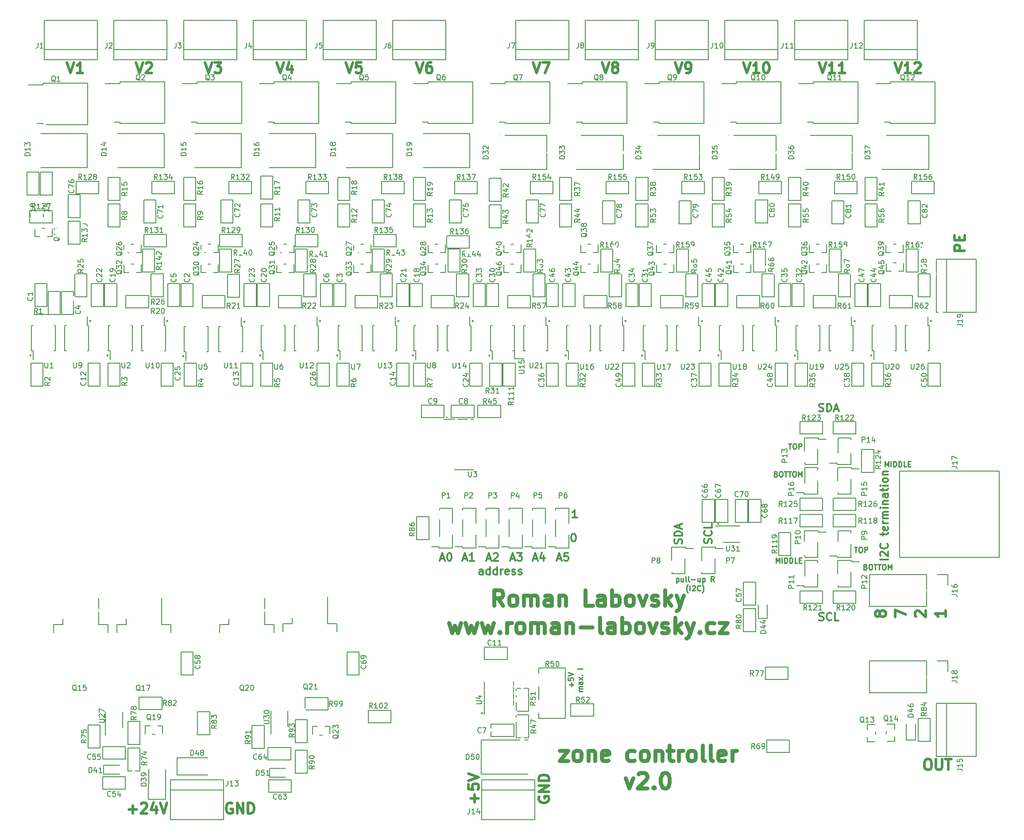
<source format=gto>
G04 #@! TF.GenerationSoftware,KiCad,Pcbnew,(5.1.6)-1*
G04 #@! TF.CreationDate,2023-07-15T17:20:03+02:00*
G04 #@! TF.ProjectId,zone-controller,7a6f6e65-2d63-46f6-9e74-726f6c6c6572,rev?*
G04 #@! TF.SameCoordinates,Original*
G04 #@! TF.FileFunction,Legend,Top*
G04 #@! TF.FilePolarity,Positive*
%FSLAX46Y46*%
G04 Gerber Fmt 4.6, Leading zero omitted, Abs format (unit mm)*
G04 Created by KiCad (PCBNEW (5.1.6)-1) date 2023-07-15 17:20:03*
%MOMM*%
%LPD*%
G01*
G04 APERTURE LIST*
%ADD10C,0.375000*%
%ADD11C,0.250000*%
%ADD12C,0.500000*%
%ADD13C,0.750000*%
%ADD14C,0.160000*%
%ADD15C,0.150000*%
%ADD16C,0.120000*%
%ADD17C,0.900000*%
%ADD18R,1.100000X1.100000*%
%ADD19C,0.100000*%
%ADD20C,6.100000*%
%ADD21R,1.600000X0.450000*%
%ADD22R,3.100000X1.350000*%
%ADD23C,2.200000*%
%ADD24R,2.600000X2.600000*%
%ADD25R,2.100000X2.100000*%
%ADD26C,2.100000*%
%ADD27R,10.900000X9.500000*%
%ADD28R,1.350000X4.700000*%
%ADD29R,2.600000X1.600000*%
%ADD30R,7.100000X7.100000*%
%ADD31R,3.600000X3.600000*%
%ADD32C,3.600000*%
%ADD33R,1.000000X2.100000*%
%ADD34R,0.450000X1.600000*%
%ADD35R,2.100000X0.600000*%
%ADD36R,0.600000X2.100000*%
%ADD37R,5.100000X3.500000*%
%ADD38O,3.200000X3.200000*%
%ADD39R,3.200000X3.200000*%
%ADD40C,1.600000*%
%ADD41C,3.400000*%
%ADD42R,0.900000X0.900000*%
%ADD43R,3.400000X4.100000*%
%ADD44R,1.000000X1.000000*%
G04 APERTURE END LIST*
D10*
X125166857Y-97960571D02*
X125166857Y-97174857D01*
X125095428Y-97032000D01*
X124952571Y-96960571D01*
X124666857Y-96960571D01*
X124524000Y-97032000D01*
X125166857Y-97889142D02*
X125024000Y-97960571D01*
X124666857Y-97960571D01*
X124524000Y-97889142D01*
X124452571Y-97746285D01*
X124452571Y-97603428D01*
X124524000Y-97460571D01*
X124666857Y-97389142D01*
X125024000Y-97389142D01*
X125166857Y-97317714D01*
X126524000Y-97960571D02*
X126524000Y-96460571D01*
X126524000Y-97889142D02*
X126381142Y-97960571D01*
X126095428Y-97960571D01*
X125952571Y-97889142D01*
X125881142Y-97817714D01*
X125809714Y-97674857D01*
X125809714Y-97246285D01*
X125881142Y-97103428D01*
X125952571Y-97032000D01*
X126095428Y-96960571D01*
X126381142Y-96960571D01*
X126524000Y-97032000D01*
X127881142Y-97960571D02*
X127881142Y-96460571D01*
X127881142Y-97889142D02*
X127738285Y-97960571D01*
X127452571Y-97960571D01*
X127309714Y-97889142D01*
X127238285Y-97817714D01*
X127166857Y-97674857D01*
X127166857Y-97246285D01*
X127238285Y-97103428D01*
X127309714Y-97032000D01*
X127452571Y-96960571D01*
X127738285Y-96960571D01*
X127881142Y-97032000D01*
X128595428Y-97960571D02*
X128595428Y-96960571D01*
X128595428Y-97246285D02*
X128666857Y-97103428D01*
X128738285Y-97032000D01*
X128881142Y-96960571D01*
X129024000Y-96960571D01*
X130095428Y-97889142D02*
X129952571Y-97960571D01*
X129666857Y-97960571D01*
X129524000Y-97889142D01*
X129452571Y-97746285D01*
X129452571Y-97174857D01*
X129524000Y-97032000D01*
X129666857Y-96960571D01*
X129952571Y-96960571D01*
X130095428Y-97032000D01*
X130166857Y-97174857D01*
X130166857Y-97317714D01*
X129452571Y-97460571D01*
X130738285Y-97889142D02*
X130881142Y-97960571D01*
X131166857Y-97960571D01*
X131309714Y-97889142D01*
X131381142Y-97746285D01*
X131381142Y-97674857D01*
X131309714Y-97532000D01*
X131166857Y-97460571D01*
X130952571Y-97460571D01*
X130809714Y-97389142D01*
X130738285Y-97246285D01*
X130738285Y-97174857D01*
X130809714Y-97032000D01*
X130952571Y-96960571D01*
X131166857Y-96960571D01*
X131309714Y-97032000D01*
X131952571Y-97889142D02*
X132095428Y-97960571D01*
X132381142Y-97960571D01*
X132524000Y-97889142D01*
X132595428Y-97746285D01*
X132595428Y-97674857D01*
X132524000Y-97532000D01*
X132381142Y-97460571D01*
X132166857Y-97460571D01*
X132024000Y-97389142D01*
X131952571Y-97246285D01*
X131952571Y-97174857D01*
X132024000Y-97032000D01*
X132166857Y-96960571D01*
X132381142Y-96960571D01*
X132524000Y-97032000D01*
X202608571Y-95042571D02*
X201108571Y-95042571D01*
X201251428Y-94399714D02*
X201180000Y-94328285D01*
X201108571Y-94185428D01*
X201108571Y-93828285D01*
X201180000Y-93685428D01*
X201251428Y-93614000D01*
X201394285Y-93542571D01*
X201537142Y-93542571D01*
X201751428Y-93614000D01*
X202608571Y-94471142D01*
X202608571Y-93542571D01*
X202465714Y-92042571D02*
X202537142Y-92114000D01*
X202608571Y-92328285D01*
X202608571Y-92471142D01*
X202537142Y-92685428D01*
X202394285Y-92828285D01*
X202251428Y-92899714D01*
X201965714Y-92971142D01*
X201751428Y-92971142D01*
X201465714Y-92899714D01*
X201322857Y-92828285D01*
X201180000Y-92685428D01*
X201108571Y-92471142D01*
X201108571Y-92328285D01*
X201180000Y-92114000D01*
X201251428Y-92042571D01*
X201608571Y-90471142D02*
X201608571Y-89899714D01*
X201108571Y-90256857D02*
X202394285Y-90256857D01*
X202537142Y-90185428D01*
X202608571Y-90042571D01*
X202608571Y-89899714D01*
X202537142Y-88828285D02*
X202608571Y-88971142D01*
X202608571Y-89256857D01*
X202537142Y-89399714D01*
X202394285Y-89471142D01*
X201822857Y-89471142D01*
X201680000Y-89399714D01*
X201608571Y-89256857D01*
X201608571Y-88971142D01*
X201680000Y-88828285D01*
X201822857Y-88756857D01*
X201965714Y-88756857D01*
X202108571Y-89471142D01*
X202608571Y-88114000D02*
X201608571Y-88114000D01*
X201894285Y-88114000D02*
X201751428Y-88042571D01*
X201680000Y-87971142D01*
X201608571Y-87828285D01*
X201608571Y-87685428D01*
X202608571Y-87185428D02*
X201608571Y-87185428D01*
X201751428Y-87185428D02*
X201680000Y-87114000D01*
X201608571Y-86971142D01*
X201608571Y-86756857D01*
X201680000Y-86614000D01*
X201822857Y-86542571D01*
X202608571Y-86542571D01*
X201822857Y-86542571D02*
X201680000Y-86471142D01*
X201608571Y-86328285D01*
X201608571Y-86114000D01*
X201680000Y-85971142D01*
X201822857Y-85899714D01*
X202608571Y-85899714D01*
X202608571Y-85185428D02*
X201608571Y-85185428D01*
X201108571Y-85185428D02*
X201180000Y-85256857D01*
X201251428Y-85185428D01*
X201180000Y-85114000D01*
X201108571Y-85185428D01*
X201251428Y-85185428D01*
X201608571Y-84471142D02*
X202608571Y-84471142D01*
X201751428Y-84471142D02*
X201680000Y-84399714D01*
X201608571Y-84256857D01*
X201608571Y-84042571D01*
X201680000Y-83899714D01*
X201822857Y-83828285D01*
X202608571Y-83828285D01*
X202608571Y-82471142D02*
X201822857Y-82471142D01*
X201680000Y-82542571D01*
X201608571Y-82685428D01*
X201608571Y-82971142D01*
X201680000Y-83114000D01*
X202537142Y-82471142D02*
X202608571Y-82614000D01*
X202608571Y-82971142D01*
X202537142Y-83114000D01*
X202394285Y-83185428D01*
X202251428Y-83185428D01*
X202108571Y-83114000D01*
X202037142Y-82971142D01*
X202037142Y-82614000D01*
X201965714Y-82471142D01*
X201608571Y-81971142D02*
X201608571Y-81399714D01*
X201108571Y-81756857D02*
X202394285Y-81756857D01*
X202537142Y-81685428D01*
X202608571Y-81542571D01*
X202608571Y-81399714D01*
X202608571Y-80899714D02*
X201608571Y-80899714D01*
X201108571Y-80899714D02*
X201180000Y-80971142D01*
X201251428Y-80899714D01*
X201180000Y-80828285D01*
X201108571Y-80899714D01*
X201251428Y-80899714D01*
X202608571Y-79971142D02*
X202537142Y-80114000D01*
X202465714Y-80185428D01*
X202322857Y-80256857D01*
X201894285Y-80256857D01*
X201751428Y-80185428D01*
X201680000Y-80114000D01*
X201608571Y-79971142D01*
X201608571Y-79756857D01*
X201680000Y-79614000D01*
X201751428Y-79542571D01*
X201894285Y-79471142D01*
X202322857Y-79471142D01*
X202465714Y-79542571D01*
X202537142Y-79614000D01*
X202608571Y-79756857D01*
X202608571Y-79971142D01*
X201608571Y-78828285D02*
X202608571Y-78828285D01*
X201751428Y-78828285D02*
X201680000Y-78756857D01*
X201608571Y-78614000D01*
X201608571Y-78399714D01*
X201680000Y-78256857D01*
X201822857Y-78185428D01*
X202608571Y-78185428D01*
X189476285Y-106652142D02*
X189690571Y-106723571D01*
X190047714Y-106723571D01*
X190190571Y-106652142D01*
X190262000Y-106580714D01*
X190333428Y-106437857D01*
X190333428Y-106295000D01*
X190262000Y-106152142D01*
X190190571Y-106080714D01*
X190047714Y-106009285D01*
X189762000Y-105937857D01*
X189619142Y-105866428D01*
X189547714Y-105795000D01*
X189476285Y-105652142D01*
X189476285Y-105509285D01*
X189547714Y-105366428D01*
X189619142Y-105295000D01*
X189762000Y-105223571D01*
X190119142Y-105223571D01*
X190333428Y-105295000D01*
X191833428Y-106580714D02*
X191762000Y-106652142D01*
X191547714Y-106723571D01*
X191404857Y-106723571D01*
X191190571Y-106652142D01*
X191047714Y-106509285D01*
X190976285Y-106366428D01*
X190904857Y-106080714D01*
X190904857Y-105866428D01*
X190976285Y-105580714D01*
X191047714Y-105437857D01*
X191190571Y-105295000D01*
X191404857Y-105223571D01*
X191547714Y-105223571D01*
X191762000Y-105295000D01*
X191833428Y-105366428D01*
X193190571Y-106723571D02*
X192476285Y-106723571D01*
X192476285Y-105223571D01*
X189440571Y-66647142D02*
X189654857Y-66718571D01*
X190012000Y-66718571D01*
X190154857Y-66647142D01*
X190226285Y-66575714D01*
X190297714Y-66432857D01*
X190297714Y-66290000D01*
X190226285Y-66147142D01*
X190154857Y-66075714D01*
X190012000Y-66004285D01*
X189726285Y-65932857D01*
X189583428Y-65861428D01*
X189512000Y-65790000D01*
X189440571Y-65647142D01*
X189440571Y-65504285D01*
X189512000Y-65361428D01*
X189583428Y-65290000D01*
X189726285Y-65218571D01*
X190083428Y-65218571D01*
X190297714Y-65290000D01*
X190940571Y-66718571D02*
X190940571Y-65218571D01*
X191297714Y-65218571D01*
X191512000Y-65290000D01*
X191654857Y-65432857D01*
X191726285Y-65575714D01*
X191797714Y-65861428D01*
X191797714Y-66075714D01*
X191726285Y-66361428D01*
X191654857Y-66504285D01*
X191512000Y-66647142D01*
X191297714Y-66718571D01*
X190940571Y-66718571D01*
X192369142Y-66290000D02*
X193083428Y-66290000D01*
X192226285Y-66718571D02*
X192726285Y-65218571D01*
X193226285Y-66718571D01*
D11*
X181205476Y-78668571D02*
X181348333Y-78716190D01*
X181395952Y-78763809D01*
X181443571Y-78859047D01*
X181443571Y-79001904D01*
X181395952Y-79097142D01*
X181348333Y-79144761D01*
X181253095Y-79192380D01*
X180872142Y-79192380D01*
X180872142Y-78192380D01*
X181205476Y-78192380D01*
X181300714Y-78240000D01*
X181348333Y-78287619D01*
X181395952Y-78382857D01*
X181395952Y-78478095D01*
X181348333Y-78573333D01*
X181300714Y-78620952D01*
X181205476Y-78668571D01*
X180872142Y-78668571D01*
X182062619Y-78192380D02*
X182253095Y-78192380D01*
X182348333Y-78240000D01*
X182443571Y-78335238D01*
X182491190Y-78525714D01*
X182491190Y-78859047D01*
X182443571Y-79049523D01*
X182348333Y-79144761D01*
X182253095Y-79192380D01*
X182062619Y-79192380D01*
X181967380Y-79144761D01*
X181872142Y-79049523D01*
X181824523Y-78859047D01*
X181824523Y-78525714D01*
X181872142Y-78335238D01*
X181967380Y-78240000D01*
X182062619Y-78192380D01*
X182776904Y-78192380D02*
X183348333Y-78192380D01*
X183062619Y-79192380D02*
X183062619Y-78192380D01*
X183538809Y-78192380D02*
X184110238Y-78192380D01*
X183824523Y-79192380D02*
X183824523Y-78192380D01*
X184634047Y-78192380D02*
X184824523Y-78192380D01*
X184919761Y-78240000D01*
X185015000Y-78335238D01*
X185062619Y-78525714D01*
X185062619Y-78859047D01*
X185015000Y-79049523D01*
X184919761Y-79144761D01*
X184824523Y-79192380D01*
X184634047Y-79192380D01*
X184538809Y-79144761D01*
X184443571Y-79049523D01*
X184395952Y-78859047D01*
X184395952Y-78525714D01*
X184443571Y-78335238D01*
X184538809Y-78240000D01*
X184634047Y-78192380D01*
X185491190Y-79192380D02*
X185491190Y-78192380D01*
X185824523Y-78906666D01*
X186157857Y-78192380D01*
X186157857Y-79192380D01*
X183602476Y-72858380D02*
X184173904Y-72858380D01*
X183888190Y-73858380D02*
X183888190Y-72858380D01*
X184697714Y-72858380D02*
X184888190Y-72858380D01*
X184983428Y-72906000D01*
X185078666Y-73001238D01*
X185126285Y-73191714D01*
X185126285Y-73525047D01*
X185078666Y-73715523D01*
X184983428Y-73810761D01*
X184888190Y-73858380D01*
X184697714Y-73858380D01*
X184602476Y-73810761D01*
X184507238Y-73715523D01*
X184459619Y-73525047D01*
X184459619Y-73191714D01*
X184507238Y-73001238D01*
X184602476Y-72906000D01*
X184697714Y-72858380D01*
X185554857Y-73858380D02*
X185554857Y-72858380D01*
X185935809Y-72858380D01*
X186031047Y-72906000D01*
X186078666Y-72953619D01*
X186126285Y-73048857D01*
X186126285Y-73191714D01*
X186078666Y-73286952D01*
X186031047Y-73334571D01*
X185935809Y-73382190D01*
X185554857Y-73382190D01*
X202041428Y-77287380D02*
X202041428Y-76287380D01*
X202374761Y-77001666D01*
X202708095Y-76287380D01*
X202708095Y-77287380D01*
X203184285Y-77287380D02*
X203184285Y-76287380D01*
X203660476Y-77287380D02*
X203660476Y-76287380D01*
X203898571Y-76287380D01*
X204041428Y-76335000D01*
X204136666Y-76430238D01*
X204184285Y-76525476D01*
X204231904Y-76715952D01*
X204231904Y-76858809D01*
X204184285Y-77049285D01*
X204136666Y-77144523D01*
X204041428Y-77239761D01*
X203898571Y-77287380D01*
X203660476Y-77287380D01*
X204660476Y-77287380D02*
X204660476Y-76287380D01*
X204898571Y-76287380D01*
X205041428Y-76335000D01*
X205136666Y-76430238D01*
X205184285Y-76525476D01*
X205231904Y-76715952D01*
X205231904Y-76858809D01*
X205184285Y-77049285D01*
X205136666Y-77144523D01*
X205041428Y-77239761D01*
X204898571Y-77287380D01*
X204660476Y-77287380D01*
X206136666Y-77287380D02*
X205660476Y-77287380D01*
X205660476Y-76287380D01*
X206470000Y-76763571D02*
X206803333Y-76763571D01*
X206946190Y-77287380D02*
X206470000Y-77287380D01*
X206470000Y-76287380D01*
X206946190Y-76287380D01*
X181213428Y-95702380D02*
X181213428Y-94702380D01*
X181546761Y-95416666D01*
X181880095Y-94702380D01*
X181880095Y-95702380D01*
X182356285Y-95702380D02*
X182356285Y-94702380D01*
X182832476Y-95702380D02*
X182832476Y-94702380D01*
X183070571Y-94702380D01*
X183213428Y-94750000D01*
X183308666Y-94845238D01*
X183356285Y-94940476D01*
X183403904Y-95130952D01*
X183403904Y-95273809D01*
X183356285Y-95464285D01*
X183308666Y-95559523D01*
X183213428Y-95654761D01*
X183070571Y-95702380D01*
X182832476Y-95702380D01*
X183832476Y-95702380D02*
X183832476Y-94702380D01*
X184070571Y-94702380D01*
X184213428Y-94750000D01*
X184308666Y-94845238D01*
X184356285Y-94940476D01*
X184403904Y-95130952D01*
X184403904Y-95273809D01*
X184356285Y-95464285D01*
X184308666Y-95559523D01*
X184213428Y-95654761D01*
X184070571Y-95702380D01*
X183832476Y-95702380D01*
X185308666Y-95702380D02*
X184832476Y-95702380D01*
X184832476Y-94702380D01*
X185642000Y-95178571D02*
X185975333Y-95178571D01*
X186118190Y-95702380D02*
X185642000Y-95702380D01*
X185642000Y-94702380D01*
X186118190Y-94702380D01*
X198350476Y-96448571D02*
X198493333Y-96496190D01*
X198540952Y-96543809D01*
X198588571Y-96639047D01*
X198588571Y-96781904D01*
X198540952Y-96877142D01*
X198493333Y-96924761D01*
X198398095Y-96972380D01*
X198017142Y-96972380D01*
X198017142Y-95972380D01*
X198350476Y-95972380D01*
X198445714Y-96020000D01*
X198493333Y-96067619D01*
X198540952Y-96162857D01*
X198540952Y-96258095D01*
X198493333Y-96353333D01*
X198445714Y-96400952D01*
X198350476Y-96448571D01*
X198017142Y-96448571D01*
X199207619Y-95972380D02*
X199398095Y-95972380D01*
X199493333Y-96020000D01*
X199588571Y-96115238D01*
X199636190Y-96305714D01*
X199636190Y-96639047D01*
X199588571Y-96829523D01*
X199493333Y-96924761D01*
X199398095Y-96972380D01*
X199207619Y-96972380D01*
X199112380Y-96924761D01*
X199017142Y-96829523D01*
X198969523Y-96639047D01*
X198969523Y-96305714D01*
X199017142Y-96115238D01*
X199112380Y-96020000D01*
X199207619Y-95972380D01*
X199921904Y-95972380D02*
X200493333Y-95972380D01*
X200207619Y-96972380D02*
X200207619Y-95972380D01*
X200683809Y-95972380D02*
X201255238Y-95972380D01*
X200969523Y-96972380D02*
X200969523Y-95972380D01*
X201779047Y-95972380D02*
X201969523Y-95972380D01*
X202064761Y-96020000D01*
X202160000Y-96115238D01*
X202207619Y-96305714D01*
X202207619Y-96639047D01*
X202160000Y-96829523D01*
X202064761Y-96924761D01*
X201969523Y-96972380D01*
X201779047Y-96972380D01*
X201683809Y-96924761D01*
X201588571Y-96829523D01*
X201540952Y-96639047D01*
X201540952Y-96305714D01*
X201588571Y-96115238D01*
X201683809Y-96020000D01*
X201779047Y-95972380D01*
X202636190Y-96972380D02*
X202636190Y-95972380D01*
X202969523Y-96686666D01*
X203302857Y-95972380D01*
X203302857Y-96972380D01*
X196175476Y-92670380D02*
X196746904Y-92670380D01*
X196461190Y-93670380D02*
X196461190Y-92670380D01*
X197270714Y-92670380D02*
X197461190Y-92670380D01*
X197556428Y-92718000D01*
X197651666Y-92813238D01*
X197699285Y-93003714D01*
X197699285Y-93337047D01*
X197651666Y-93527523D01*
X197556428Y-93622761D01*
X197461190Y-93670380D01*
X197270714Y-93670380D01*
X197175476Y-93622761D01*
X197080238Y-93527523D01*
X197032619Y-93337047D01*
X197032619Y-93003714D01*
X197080238Y-92813238D01*
X197175476Y-92718000D01*
X197270714Y-92670380D01*
X198127857Y-93670380D02*
X198127857Y-92670380D01*
X198508809Y-92670380D01*
X198604047Y-92718000D01*
X198651666Y-92765619D01*
X198699285Y-92860857D01*
X198699285Y-93003714D01*
X198651666Y-93098952D01*
X198604047Y-93146571D01*
X198508809Y-93194190D01*
X198127857Y-93194190D01*
D12*
X201056904Y-105600476D02*
X200961666Y-105790952D01*
X200866428Y-105886190D01*
X200675952Y-105981428D01*
X200580714Y-105981428D01*
X200390238Y-105886190D01*
X200295000Y-105790952D01*
X200199761Y-105600476D01*
X200199761Y-105219523D01*
X200295000Y-105029047D01*
X200390238Y-104933809D01*
X200580714Y-104838571D01*
X200675952Y-104838571D01*
X200866428Y-104933809D01*
X200961666Y-105029047D01*
X201056904Y-105219523D01*
X201056904Y-105600476D01*
X201152142Y-105790952D01*
X201247380Y-105886190D01*
X201437857Y-105981428D01*
X201818809Y-105981428D01*
X202009285Y-105886190D01*
X202104523Y-105790952D01*
X202199761Y-105600476D01*
X202199761Y-105219523D01*
X202104523Y-105029047D01*
X202009285Y-104933809D01*
X201818809Y-104838571D01*
X201437857Y-104838571D01*
X201247380Y-104933809D01*
X201152142Y-105029047D01*
X201056904Y-105219523D01*
X204009761Y-106076666D02*
X204009761Y-104743333D01*
X206009761Y-105600476D01*
X208010238Y-105981428D02*
X207915000Y-105886190D01*
X207819761Y-105695714D01*
X207819761Y-105219523D01*
X207915000Y-105029047D01*
X208010238Y-104933809D01*
X208200714Y-104838571D01*
X208391190Y-104838571D01*
X208676904Y-104933809D01*
X209819761Y-106076666D01*
X209819761Y-104838571D01*
X213629761Y-104838571D02*
X213629761Y-105981428D01*
X213629761Y-105410000D02*
X211629761Y-105410000D01*
X211915476Y-105600476D01*
X212105952Y-105790952D01*
X212201190Y-105981428D01*
X203930571Y79238D02*
X204597238Y-1920761D01*
X205263904Y79238D01*
X206978190Y-1920761D02*
X205835333Y-1920761D01*
X206406761Y-1920761D02*
X206406761Y79238D01*
X206216285Y-206476D01*
X206025809Y-396952D01*
X205835333Y-492190D01*
X207740095Y-111238D02*
X207835333Y-16000D01*
X208025809Y79238D01*
X208502000Y79238D01*
X208692476Y-16000D01*
X208787714Y-111238D01*
X208882952Y-301714D01*
X208882952Y-492190D01*
X208787714Y-777904D01*
X207644857Y-1920761D01*
X208882952Y-1920761D01*
X189452571Y79238D02*
X190119238Y-1920761D01*
X190785904Y79238D01*
X192500190Y-1920761D02*
X191357333Y-1920761D01*
X191928761Y-1920761D02*
X191928761Y79238D01*
X191738285Y-206476D01*
X191547809Y-396952D01*
X191357333Y-492190D01*
X194404952Y-1920761D02*
X193262095Y-1920761D01*
X193833523Y-1920761D02*
X193833523Y79238D01*
X193643047Y-206476D01*
X193452571Y-396952D01*
X193262095Y-492190D01*
X174974571Y79238D02*
X175641238Y-1920761D01*
X176307904Y79238D01*
X178022190Y-1920761D02*
X176879333Y-1920761D01*
X177450761Y-1920761D02*
X177450761Y79238D01*
X177260285Y-206476D01*
X177069809Y-396952D01*
X176879333Y-492190D01*
X179260285Y79238D02*
X179450761Y79238D01*
X179641238Y-16000D01*
X179736476Y-111238D01*
X179831714Y-301714D01*
X179926952Y-682666D01*
X179926952Y-1158857D01*
X179831714Y-1539809D01*
X179736476Y-1730285D01*
X179641238Y-1825523D01*
X179450761Y-1920761D01*
X179260285Y-1920761D01*
X179069809Y-1825523D01*
X178974571Y-1730285D01*
X178879333Y-1539809D01*
X178784095Y-1158857D01*
X178784095Y-682666D01*
X178879333Y-301714D01*
X178974571Y-111238D01*
X179069809Y-16000D01*
X179260285Y79238D01*
X161956952Y79238D02*
X162623619Y-1920761D01*
X163290285Y79238D01*
X164052190Y-1920761D02*
X164433142Y-1920761D01*
X164623619Y-1825523D01*
X164718857Y-1730285D01*
X164909333Y-1444571D01*
X165004571Y-1063619D01*
X165004571Y-301714D01*
X164909333Y-111238D01*
X164814095Y-16000D01*
X164623619Y79238D01*
X164242666Y79238D01*
X164052190Y-16000D01*
X163956952Y-111238D01*
X163861714Y-301714D01*
X163861714Y-777904D01*
X163956952Y-968380D01*
X164052190Y-1063619D01*
X164242666Y-1158857D01*
X164623619Y-1158857D01*
X164814095Y-1063619D01*
X164909333Y-968380D01*
X165004571Y-777904D01*
X147986952Y79238D02*
X148653619Y-1920761D01*
X149320285Y79238D01*
X150272666Y-777904D02*
X150082190Y-682666D01*
X149986952Y-587428D01*
X149891714Y-396952D01*
X149891714Y-301714D01*
X149986952Y-111238D01*
X150082190Y-16000D01*
X150272666Y79238D01*
X150653619Y79238D01*
X150844095Y-16000D01*
X150939333Y-111238D01*
X151034571Y-301714D01*
X151034571Y-396952D01*
X150939333Y-587428D01*
X150844095Y-682666D01*
X150653619Y-777904D01*
X150272666Y-777904D01*
X150082190Y-873142D01*
X149986952Y-968380D01*
X149891714Y-1158857D01*
X149891714Y-1539809D01*
X149986952Y-1730285D01*
X150082190Y-1825523D01*
X150272666Y-1920761D01*
X150653619Y-1920761D01*
X150844095Y-1825523D01*
X150939333Y-1730285D01*
X151034571Y-1539809D01*
X151034571Y-1158857D01*
X150939333Y-968380D01*
X150844095Y-873142D01*
X150653619Y-777904D01*
X134778952Y79238D02*
X135445619Y-1920761D01*
X136112285Y79238D01*
X136588476Y79238D02*
X137921809Y79238D01*
X137064666Y-1920761D01*
X112426952Y79238D02*
X113093619Y-1920761D01*
X113760285Y79238D01*
X115284095Y79238D02*
X114903142Y79238D01*
X114712666Y-16000D01*
X114617428Y-111238D01*
X114426952Y-396952D01*
X114331714Y-777904D01*
X114331714Y-1539809D01*
X114426952Y-1730285D01*
X114522190Y-1825523D01*
X114712666Y-1920761D01*
X115093619Y-1920761D01*
X115284095Y-1825523D01*
X115379333Y-1730285D01*
X115474571Y-1539809D01*
X115474571Y-1063619D01*
X115379333Y-873142D01*
X115284095Y-777904D01*
X115093619Y-682666D01*
X114712666Y-682666D01*
X114522190Y-777904D01*
X114426952Y-873142D01*
X114331714Y-1063619D01*
X98964952Y79238D02*
X99631619Y-1920761D01*
X100298285Y79238D01*
X101917333Y79238D02*
X100964952Y79238D01*
X100869714Y-873142D01*
X100964952Y-777904D01*
X101155428Y-682666D01*
X101631619Y-682666D01*
X101822095Y-777904D01*
X101917333Y-873142D01*
X102012571Y-1063619D01*
X102012571Y-1539809D01*
X101917333Y-1730285D01*
X101822095Y-1825523D01*
X101631619Y-1920761D01*
X101155428Y-1920761D01*
X100964952Y-1825523D01*
X100869714Y-1730285D01*
X85756952Y79238D02*
X86423619Y-1920761D01*
X87090285Y79238D01*
X88614095Y-587428D02*
X88614095Y-1920761D01*
X88137904Y174476D02*
X87661714Y-1254095D01*
X88899809Y-1254095D01*
X72040952Y79238D02*
X72707619Y-1920761D01*
X73374285Y79238D01*
X73850476Y79238D02*
X75088571Y79238D01*
X74421904Y-682666D01*
X74707619Y-682666D01*
X74898095Y-777904D01*
X74993333Y-873142D01*
X75088571Y-1063619D01*
X75088571Y-1539809D01*
X74993333Y-1730285D01*
X74898095Y-1825523D01*
X74707619Y-1920761D01*
X74136190Y-1920761D01*
X73945714Y-1825523D01*
X73850476Y-1730285D01*
X58832952Y79238D02*
X59499619Y-1920761D01*
X60166285Y79238D01*
X60737714Y-111238D02*
X60832952Y-16000D01*
X61023428Y79238D01*
X61499619Y79238D01*
X61690095Y-16000D01*
X61785333Y-111238D01*
X61880571Y-301714D01*
X61880571Y-492190D01*
X61785333Y-777904D01*
X60642476Y-1920761D01*
X61880571Y-1920761D01*
X45624952Y79238D02*
X46291619Y-1920761D01*
X46958285Y79238D01*
X48672571Y-1920761D02*
X47529714Y-1920761D01*
X48101142Y-1920761D02*
X48101142Y79238D01*
X47910666Y-206476D01*
X47720190Y-396952D01*
X47529714Y-492190D01*
D10*
X168882142Y-91955714D02*
X168953571Y-91741428D01*
X168953571Y-91384285D01*
X168882142Y-91241428D01*
X168810714Y-91170000D01*
X168667857Y-91098571D01*
X168525000Y-91098571D01*
X168382142Y-91170000D01*
X168310714Y-91241428D01*
X168239285Y-91384285D01*
X168167857Y-91670000D01*
X168096428Y-91812857D01*
X168025000Y-91884285D01*
X167882142Y-91955714D01*
X167739285Y-91955714D01*
X167596428Y-91884285D01*
X167525000Y-91812857D01*
X167453571Y-91670000D01*
X167453571Y-91312857D01*
X167525000Y-91098571D01*
X168810714Y-89598571D02*
X168882142Y-89670000D01*
X168953571Y-89884285D01*
X168953571Y-90027142D01*
X168882142Y-90241428D01*
X168739285Y-90384285D01*
X168596428Y-90455714D01*
X168310714Y-90527142D01*
X168096428Y-90527142D01*
X167810714Y-90455714D01*
X167667857Y-90384285D01*
X167525000Y-90241428D01*
X167453571Y-90027142D01*
X167453571Y-89884285D01*
X167525000Y-89670000D01*
X167596428Y-89598571D01*
X168953571Y-88241428D02*
X168953571Y-88955714D01*
X167453571Y-88955714D01*
X163167142Y-91991428D02*
X163238571Y-91777142D01*
X163238571Y-91420000D01*
X163167142Y-91277142D01*
X163095714Y-91205714D01*
X162952857Y-91134285D01*
X162810000Y-91134285D01*
X162667142Y-91205714D01*
X162595714Y-91277142D01*
X162524285Y-91420000D01*
X162452857Y-91705714D01*
X162381428Y-91848571D01*
X162310000Y-91920000D01*
X162167142Y-91991428D01*
X162024285Y-91991428D01*
X161881428Y-91920000D01*
X161810000Y-91848571D01*
X161738571Y-91705714D01*
X161738571Y-91348571D01*
X161810000Y-91134285D01*
X163238571Y-90491428D02*
X161738571Y-90491428D01*
X161738571Y-90134285D01*
X161810000Y-89920000D01*
X161952857Y-89777142D01*
X162095714Y-89705714D01*
X162381428Y-89634285D01*
X162595714Y-89634285D01*
X162881428Y-89705714D01*
X163024285Y-89777142D01*
X163167142Y-89920000D01*
X163238571Y-90134285D01*
X163238571Y-90491428D01*
X162810000Y-89062857D02*
X162810000Y-88348571D01*
X163238571Y-89205714D02*
X161738571Y-88705714D01*
X163238571Y-88205714D01*
D11*
X162139761Y-98605714D02*
X162139761Y-99605714D01*
X162139761Y-98653333D02*
X162235000Y-98605714D01*
X162425476Y-98605714D01*
X162520714Y-98653333D01*
X162568333Y-98700952D01*
X162615952Y-98796190D01*
X162615952Y-99081904D01*
X162568333Y-99177142D01*
X162520714Y-99224761D01*
X162425476Y-99272380D01*
X162235000Y-99272380D01*
X162139761Y-99224761D01*
X163473095Y-98605714D02*
X163473095Y-99272380D01*
X163044523Y-98605714D02*
X163044523Y-99129523D01*
X163092142Y-99224761D01*
X163187380Y-99272380D01*
X163330238Y-99272380D01*
X163425476Y-99224761D01*
X163473095Y-99177142D01*
X164092142Y-99272380D02*
X163996904Y-99224761D01*
X163949285Y-99129523D01*
X163949285Y-98272380D01*
X164615952Y-99272380D02*
X164520714Y-99224761D01*
X164473095Y-99129523D01*
X164473095Y-98272380D01*
X164996904Y-98891428D02*
X165758809Y-98891428D01*
X166663571Y-98605714D02*
X166663571Y-99272380D01*
X166235000Y-98605714D02*
X166235000Y-99129523D01*
X166282619Y-99224761D01*
X166377857Y-99272380D01*
X166520714Y-99272380D01*
X166615952Y-99224761D01*
X166663571Y-99177142D01*
X167139761Y-98605714D02*
X167139761Y-99605714D01*
X167139761Y-98653333D02*
X167235000Y-98605714D01*
X167425476Y-98605714D01*
X167520714Y-98653333D01*
X167568333Y-98700952D01*
X167615952Y-98796190D01*
X167615952Y-99081904D01*
X167568333Y-99177142D01*
X167520714Y-99224761D01*
X167425476Y-99272380D01*
X167235000Y-99272380D01*
X167139761Y-99224761D01*
X169377857Y-99272380D02*
X169044523Y-98796190D01*
X168806428Y-99272380D02*
X168806428Y-98272380D01*
X169187380Y-98272380D01*
X169282619Y-98320000D01*
X169330238Y-98367619D01*
X169377857Y-98462857D01*
X169377857Y-98605714D01*
X169330238Y-98700952D01*
X169282619Y-98748571D01*
X169187380Y-98796190D01*
X168806428Y-98796190D01*
X164377857Y-101403333D02*
X164330238Y-101355714D01*
X164235000Y-101212857D01*
X164187380Y-101117619D01*
X164139761Y-100974761D01*
X164092142Y-100736666D01*
X164092142Y-100546190D01*
X164139761Y-100308095D01*
X164187380Y-100165238D01*
X164235000Y-100070000D01*
X164330238Y-99927142D01*
X164377857Y-99879523D01*
X164758809Y-101022380D02*
X164758809Y-100022380D01*
X165187380Y-100117619D02*
X165235000Y-100070000D01*
X165330238Y-100022380D01*
X165568333Y-100022380D01*
X165663571Y-100070000D01*
X165711190Y-100117619D01*
X165758809Y-100212857D01*
X165758809Y-100308095D01*
X165711190Y-100450952D01*
X165139761Y-101022380D01*
X165758809Y-101022380D01*
X166758809Y-100927142D02*
X166711190Y-100974761D01*
X166568333Y-101022380D01*
X166473095Y-101022380D01*
X166330238Y-100974761D01*
X166235000Y-100879523D01*
X166187380Y-100784285D01*
X166139761Y-100593809D01*
X166139761Y-100450952D01*
X166187380Y-100260476D01*
X166235000Y-100165238D01*
X166330238Y-100070000D01*
X166473095Y-100022380D01*
X166568333Y-100022380D01*
X166711190Y-100070000D01*
X166758809Y-100117619D01*
X167092142Y-101403333D02*
X167139761Y-101355714D01*
X167235000Y-101212857D01*
X167282619Y-101117619D01*
X167330238Y-100974761D01*
X167377857Y-100736666D01*
X167377857Y-100546190D01*
X167330238Y-100308095D01*
X167282619Y-100165238D01*
X167235000Y-100070000D01*
X167139761Y-99927142D01*
X167092142Y-99879523D01*
X142071428Y-119395714D02*
X142071428Y-118633809D01*
X142452380Y-119014761D02*
X141690476Y-119014761D01*
X141452380Y-117681428D02*
X141452380Y-118157619D01*
X141928571Y-118205238D01*
X141880952Y-118157619D01*
X141833333Y-118062380D01*
X141833333Y-117824285D01*
X141880952Y-117729047D01*
X141928571Y-117681428D01*
X142023809Y-117633809D01*
X142261904Y-117633809D01*
X142357142Y-117681428D01*
X142404761Y-117729047D01*
X142452380Y-117824285D01*
X142452380Y-118062380D01*
X142404761Y-118157619D01*
X142357142Y-118205238D01*
X141452380Y-117348095D02*
X142452380Y-117014761D01*
X141452380Y-116681428D01*
X144202380Y-120252857D02*
X143535714Y-120252857D01*
X143630952Y-120252857D02*
X143583333Y-120205238D01*
X143535714Y-120110000D01*
X143535714Y-119967142D01*
X143583333Y-119871904D01*
X143678571Y-119824285D01*
X144202380Y-119824285D01*
X143678571Y-119824285D02*
X143583333Y-119776666D01*
X143535714Y-119681428D01*
X143535714Y-119538571D01*
X143583333Y-119443333D01*
X143678571Y-119395714D01*
X144202380Y-119395714D01*
X144202380Y-118490952D02*
X143678571Y-118490952D01*
X143583333Y-118538571D01*
X143535714Y-118633809D01*
X143535714Y-118824285D01*
X143583333Y-118919523D01*
X144154761Y-118490952D02*
X144202380Y-118586190D01*
X144202380Y-118824285D01*
X144154761Y-118919523D01*
X144059523Y-118967142D01*
X143964285Y-118967142D01*
X143869047Y-118919523D01*
X143821428Y-118824285D01*
X143821428Y-118586190D01*
X143773809Y-118490952D01*
X144202380Y-118110000D02*
X143535714Y-117586190D01*
X143535714Y-118110000D02*
X144202380Y-117586190D01*
X144107142Y-117205238D02*
X144154761Y-117157619D01*
X144202380Y-117205238D01*
X144154761Y-117252857D01*
X144107142Y-117205238D01*
X144202380Y-117205238D01*
X144202380Y-115967142D02*
X143202380Y-115967142D01*
D12*
X77216190Y-141748000D02*
X77025714Y-141652761D01*
X76740000Y-141652761D01*
X76454285Y-141748000D01*
X76263809Y-141938476D01*
X76168571Y-142128952D01*
X76073333Y-142509904D01*
X76073333Y-142795619D01*
X76168571Y-143176571D01*
X76263809Y-143367047D01*
X76454285Y-143557523D01*
X76740000Y-143652761D01*
X76930476Y-143652761D01*
X77216190Y-143557523D01*
X77311428Y-143462285D01*
X77311428Y-142795619D01*
X76930476Y-142795619D01*
X78168571Y-143652761D02*
X78168571Y-141652761D01*
X79311428Y-143652761D01*
X79311428Y-141652761D01*
X80263809Y-143652761D02*
X80263809Y-141652761D01*
X80740000Y-141652761D01*
X81025714Y-141748000D01*
X81216190Y-141938476D01*
X81311428Y-142128952D01*
X81406666Y-142509904D01*
X81406666Y-142795619D01*
X81311428Y-143176571D01*
X81216190Y-143367047D01*
X81025714Y-143557523D01*
X80740000Y-143652761D01*
X80263809Y-143652761D01*
X57436190Y-142890857D02*
X58960000Y-142890857D01*
X58198095Y-143652761D02*
X58198095Y-142128952D01*
X59817142Y-141843238D02*
X59912380Y-141748000D01*
X60102857Y-141652761D01*
X60579047Y-141652761D01*
X60769523Y-141748000D01*
X60864761Y-141843238D01*
X60960000Y-142033714D01*
X60960000Y-142224190D01*
X60864761Y-142509904D01*
X59721904Y-143652761D01*
X60960000Y-143652761D01*
X62674285Y-142319428D02*
X62674285Y-143652761D01*
X62198095Y-141557523D02*
X61721904Y-142986095D01*
X62960000Y-142986095D01*
X63436190Y-141652761D02*
X64102857Y-143652761D01*
X64769523Y-141652761D01*
X135906000Y-140461809D02*
X135810761Y-140652285D01*
X135810761Y-140938000D01*
X135906000Y-141223714D01*
X136096476Y-141414190D01*
X136286952Y-141509428D01*
X136667904Y-141604666D01*
X136953619Y-141604666D01*
X137334571Y-141509428D01*
X137525047Y-141414190D01*
X137715523Y-141223714D01*
X137810761Y-140938000D01*
X137810761Y-140747523D01*
X137715523Y-140461809D01*
X137620285Y-140366571D01*
X136953619Y-140366571D01*
X136953619Y-140747523D01*
X137810761Y-139509428D02*
X135810761Y-139509428D01*
X137810761Y-138366571D01*
X135810761Y-138366571D01*
X137810761Y-137414190D02*
X135810761Y-137414190D01*
X135810761Y-136938000D01*
X135906000Y-136652285D01*
X136096476Y-136461809D01*
X136286952Y-136366571D01*
X136667904Y-136271333D01*
X136953619Y-136271333D01*
X137334571Y-136366571D01*
X137525047Y-136461809D01*
X137715523Y-136652285D01*
X137810761Y-136938000D01*
X137810761Y-137414190D01*
X123586857Y-141509428D02*
X123586857Y-139985619D01*
X124348761Y-140747523D02*
X122824952Y-140747523D01*
X122348761Y-138080857D02*
X122348761Y-139033238D01*
X123301142Y-139128476D01*
X123205904Y-139033238D01*
X123110666Y-138842761D01*
X123110666Y-138366571D01*
X123205904Y-138176095D01*
X123301142Y-138080857D01*
X123491619Y-137985619D01*
X123967809Y-137985619D01*
X124158285Y-138080857D01*
X124253523Y-138176095D01*
X124348761Y-138366571D01*
X124348761Y-138842761D01*
X124253523Y-139033238D01*
X124158285Y-139128476D01*
X122348761Y-137414190D02*
X124348761Y-136747523D01*
X122348761Y-136080857D01*
X210090000Y-133270761D02*
X210470952Y-133270761D01*
X210661428Y-133366000D01*
X210851904Y-133556476D01*
X210947142Y-133937428D01*
X210947142Y-134604095D01*
X210851904Y-134985047D01*
X210661428Y-135175523D01*
X210470952Y-135270761D01*
X210090000Y-135270761D01*
X209899523Y-135175523D01*
X209709047Y-134985047D01*
X209613809Y-134604095D01*
X209613809Y-133937428D01*
X209709047Y-133556476D01*
X209899523Y-133366000D01*
X210090000Y-133270761D01*
X211804285Y-133270761D02*
X211804285Y-134889809D01*
X211899523Y-135080285D01*
X211994761Y-135175523D01*
X212185238Y-135270761D01*
X212566190Y-135270761D01*
X212756666Y-135175523D01*
X212851904Y-135080285D01*
X212947142Y-134889809D01*
X212947142Y-133270761D01*
X213613809Y-133270761D02*
X214756666Y-133270761D01*
X214185238Y-135270761D02*
X214185238Y-133270761D01*
X217312761Y-35972571D02*
X215312761Y-35972571D01*
X215312761Y-35210666D01*
X215408000Y-35020190D01*
X215503238Y-34924952D01*
X215693714Y-34829714D01*
X215979428Y-34829714D01*
X216169904Y-34924952D01*
X216265142Y-35020190D01*
X216360380Y-35210666D01*
X216360380Y-35972571D01*
X216265142Y-33972571D02*
X216265142Y-33305904D01*
X217312761Y-33020190D02*
X217312761Y-33972571D01*
X215312761Y-33972571D01*
X215312761Y-33020190D01*
D10*
X142422571Y-90110571D02*
X142565428Y-90110571D01*
X142708285Y-90182000D01*
X142779714Y-90253428D01*
X142851142Y-90396285D01*
X142922571Y-90682000D01*
X142922571Y-91039142D01*
X142851142Y-91324857D01*
X142779714Y-91467714D01*
X142708285Y-91539142D01*
X142565428Y-91610571D01*
X142422571Y-91610571D01*
X142279714Y-91539142D01*
X142208285Y-91467714D01*
X142136857Y-91324857D01*
X142065428Y-91039142D01*
X142065428Y-90682000D01*
X142136857Y-90396285D01*
X142208285Y-90253428D01*
X142279714Y-90182000D01*
X142422571Y-90110571D01*
X143176571Y-87038571D02*
X142319428Y-87038571D01*
X142748000Y-87038571D02*
X142748000Y-85538571D01*
X142605142Y-85752857D01*
X142462285Y-85895714D01*
X142319428Y-85967142D01*
X139390571Y-94865000D02*
X140104857Y-94865000D01*
X139247714Y-95293571D02*
X139747714Y-93793571D01*
X140247714Y-95293571D01*
X141462000Y-93793571D02*
X140747714Y-93793571D01*
X140676285Y-94507857D01*
X140747714Y-94436428D01*
X140890571Y-94365000D01*
X141247714Y-94365000D01*
X141390571Y-94436428D01*
X141462000Y-94507857D01*
X141533428Y-94650714D01*
X141533428Y-95007857D01*
X141462000Y-95150714D01*
X141390571Y-95222142D01*
X141247714Y-95293571D01*
X140890571Y-95293571D01*
X140747714Y-95222142D01*
X140676285Y-95150714D01*
X134818571Y-94865000D02*
X135532857Y-94865000D01*
X134675714Y-95293571D02*
X135175714Y-93793571D01*
X135675714Y-95293571D01*
X136818571Y-94293571D02*
X136818571Y-95293571D01*
X136461428Y-93722142D02*
X136104285Y-94793571D01*
X137032857Y-94793571D01*
X130500571Y-94865000D02*
X131214857Y-94865000D01*
X130357714Y-95293571D02*
X130857714Y-93793571D01*
X131357714Y-95293571D01*
X131714857Y-93793571D02*
X132643428Y-93793571D01*
X132143428Y-94365000D01*
X132357714Y-94365000D01*
X132500571Y-94436428D01*
X132572000Y-94507857D01*
X132643428Y-94650714D01*
X132643428Y-95007857D01*
X132572000Y-95150714D01*
X132500571Y-95222142D01*
X132357714Y-95293571D01*
X131929142Y-95293571D01*
X131786285Y-95222142D01*
X131714857Y-95150714D01*
X125928571Y-94865000D02*
X126642857Y-94865000D01*
X125785714Y-95293571D02*
X126285714Y-93793571D01*
X126785714Y-95293571D01*
X127214285Y-93936428D02*
X127285714Y-93865000D01*
X127428571Y-93793571D01*
X127785714Y-93793571D01*
X127928571Y-93865000D01*
X128000000Y-93936428D01*
X128071428Y-94079285D01*
X128071428Y-94222142D01*
X128000000Y-94436428D01*
X127142857Y-95293571D01*
X128071428Y-95293571D01*
X121356571Y-94865000D02*
X122070857Y-94865000D01*
X121213714Y-95293571D02*
X121713714Y-93793571D01*
X122213714Y-95293571D01*
X123499428Y-95293571D02*
X122642285Y-95293571D01*
X123070857Y-95293571D02*
X123070857Y-93793571D01*
X122928000Y-94007857D01*
X122785142Y-94150714D01*
X122642285Y-94222142D01*
X117038571Y-94865000D02*
X117752857Y-94865000D01*
X116895714Y-95293571D02*
X117395714Y-93793571D01*
X117895714Y-95293571D01*
X118681428Y-93793571D02*
X118824285Y-93793571D01*
X118967142Y-93865000D01*
X119038571Y-93936428D01*
X119110000Y-94079285D01*
X119181428Y-94365000D01*
X119181428Y-94722142D01*
X119110000Y-95007857D01*
X119038571Y-95150714D01*
X118967142Y-95222142D01*
X118824285Y-95293571D01*
X118681428Y-95293571D01*
X118538571Y-95222142D01*
X118467142Y-95150714D01*
X118395714Y-95007857D01*
X118324285Y-94722142D01*
X118324285Y-94365000D01*
X118395714Y-94079285D01*
X118467142Y-93936428D01*
X118538571Y-93865000D01*
X118681428Y-93793571D01*
D13*
X139860857Y-131606142D02*
X141432285Y-131606142D01*
X139860857Y-133606142D01*
X141432285Y-133606142D01*
X143003714Y-133606142D02*
X142718000Y-133463285D01*
X142575142Y-133320428D01*
X142432285Y-133034714D01*
X142432285Y-132177571D01*
X142575142Y-131891857D01*
X142718000Y-131749000D01*
X143003714Y-131606142D01*
X143432285Y-131606142D01*
X143718000Y-131749000D01*
X143860857Y-131891857D01*
X144003714Y-132177571D01*
X144003714Y-133034714D01*
X143860857Y-133320428D01*
X143718000Y-133463285D01*
X143432285Y-133606142D01*
X143003714Y-133606142D01*
X145289428Y-131606142D02*
X145289428Y-133606142D01*
X145289428Y-131891857D02*
X145432285Y-131749000D01*
X145718000Y-131606142D01*
X146146571Y-131606142D01*
X146432285Y-131749000D01*
X146575142Y-132034714D01*
X146575142Y-133606142D01*
X149146571Y-133463285D02*
X148860857Y-133606142D01*
X148289428Y-133606142D01*
X148003714Y-133463285D01*
X147860857Y-133177571D01*
X147860857Y-132034714D01*
X148003714Y-131749000D01*
X148289428Y-131606142D01*
X148860857Y-131606142D01*
X149146571Y-131749000D01*
X149289428Y-132034714D01*
X149289428Y-132320428D01*
X147860857Y-132606142D01*
X154146571Y-133463285D02*
X153860857Y-133606142D01*
X153289428Y-133606142D01*
X153003714Y-133463285D01*
X152860857Y-133320428D01*
X152718000Y-133034714D01*
X152718000Y-132177571D01*
X152860857Y-131891857D01*
X153003714Y-131749000D01*
X153289428Y-131606142D01*
X153860857Y-131606142D01*
X154146571Y-131749000D01*
X155860857Y-133606142D02*
X155575142Y-133463285D01*
X155432285Y-133320428D01*
X155289428Y-133034714D01*
X155289428Y-132177571D01*
X155432285Y-131891857D01*
X155575142Y-131749000D01*
X155860857Y-131606142D01*
X156289428Y-131606142D01*
X156575142Y-131749000D01*
X156718000Y-131891857D01*
X156860857Y-132177571D01*
X156860857Y-133034714D01*
X156718000Y-133320428D01*
X156575142Y-133463285D01*
X156289428Y-133606142D01*
X155860857Y-133606142D01*
X158146571Y-131606142D02*
X158146571Y-133606142D01*
X158146571Y-131891857D02*
X158289428Y-131749000D01*
X158575142Y-131606142D01*
X159003714Y-131606142D01*
X159289428Y-131749000D01*
X159432285Y-132034714D01*
X159432285Y-133606142D01*
X160432285Y-131606142D02*
X161575142Y-131606142D01*
X160860857Y-130606142D02*
X160860857Y-133177571D01*
X161003714Y-133463285D01*
X161289428Y-133606142D01*
X161575142Y-133606142D01*
X162575142Y-133606142D02*
X162575142Y-131606142D01*
X162575142Y-132177571D02*
X162718000Y-131891857D01*
X162860857Y-131749000D01*
X163146571Y-131606142D01*
X163432285Y-131606142D01*
X164860857Y-133606142D02*
X164575142Y-133463285D01*
X164432285Y-133320428D01*
X164289428Y-133034714D01*
X164289428Y-132177571D01*
X164432285Y-131891857D01*
X164575142Y-131749000D01*
X164860857Y-131606142D01*
X165289428Y-131606142D01*
X165575142Y-131749000D01*
X165718000Y-131891857D01*
X165860857Y-132177571D01*
X165860857Y-133034714D01*
X165718000Y-133320428D01*
X165575142Y-133463285D01*
X165289428Y-133606142D01*
X164860857Y-133606142D01*
X167575142Y-133606142D02*
X167289428Y-133463285D01*
X167146571Y-133177571D01*
X167146571Y-130606142D01*
X169146571Y-133606142D02*
X168860857Y-133463285D01*
X168718000Y-133177571D01*
X168718000Y-130606142D01*
X171432285Y-133463285D02*
X171146571Y-133606142D01*
X170575142Y-133606142D01*
X170289428Y-133463285D01*
X170146571Y-133177571D01*
X170146571Y-132034714D01*
X170289428Y-131749000D01*
X170575142Y-131606142D01*
X171146571Y-131606142D01*
X171432285Y-131749000D01*
X171575142Y-132034714D01*
X171575142Y-132320428D01*
X170146571Y-132606142D01*
X172860857Y-133606142D02*
X172860857Y-131606142D01*
X172860857Y-132177571D02*
X173003714Y-131891857D01*
X173146571Y-131749000D01*
X173432285Y-131606142D01*
X173718000Y-131606142D01*
X152432285Y-136856142D02*
X153146571Y-138856142D01*
X153860857Y-136856142D01*
X154860857Y-136141857D02*
X155003714Y-135999000D01*
X155289428Y-135856142D01*
X156003714Y-135856142D01*
X156289428Y-135999000D01*
X156432285Y-136141857D01*
X156575142Y-136427571D01*
X156575142Y-136713285D01*
X156432285Y-137141857D01*
X154718000Y-138856142D01*
X156575142Y-138856142D01*
X157860857Y-138570428D02*
X158003714Y-138713285D01*
X157860857Y-138856142D01*
X157718000Y-138713285D01*
X157860857Y-138570428D01*
X157860857Y-138856142D01*
X159860857Y-135856142D02*
X160146571Y-135856142D01*
X160432285Y-135999000D01*
X160575142Y-136141857D01*
X160718000Y-136427571D01*
X160860857Y-136999000D01*
X160860857Y-137713285D01*
X160718000Y-138284714D01*
X160575142Y-138570428D01*
X160432285Y-138713285D01*
X160146571Y-138856142D01*
X159860857Y-138856142D01*
X159575142Y-138713285D01*
X159432285Y-138570428D01*
X159289428Y-138284714D01*
X159146571Y-137713285D01*
X159146571Y-136999000D01*
X159289428Y-136427571D01*
X159432285Y-136141857D01*
X159575142Y-135999000D01*
X159860857Y-135856142D01*
X129002285Y-103888142D02*
X128002285Y-102459571D01*
X127288000Y-103888142D02*
X127288000Y-100888142D01*
X128430857Y-100888142D01*
X128716571Y-101031000D01*
X128859428Y-101173857D01*
X129002285Y-101459571D01*
X129002285Y-101888142D01*
X128859428Y-102173857D01*
X128716571Y-102316714D01*
X128430857Y-102459571D01*
X127288000Y-102459571D01*
X130716571Y-103888142D02*
X130430857Y-103745285D01*
X130288000Y-103602428D01*
X130145142Y-103316714D01*
X130145142Y-102459571D01*
X130288000Y-102173857D01*
X130430857Y-102031000D01*
X130716571Y-101888142D01*
X131145142Y-101888142D01*
X131430857Y-102031000D01*
X131573714Y-102173857D01*
X131716571Y-102459571D01*
X131716571Y-103316714D01*
X131573714Y-103602428D01*
X131430857Y-103745285D01*
X131145142Y-103888142D01*
X130716571Y-103888142D01*
X133002285Y-103888142D02*
X133002285Y-101888142D01*
X133002285Y-102173857D02*
X133145142Y-102031000D01*
X133430857Y-101888142D01*
X133859428Y-101888142D01*
X134145142Y-102031000D01*
X134288000Y-102316714D01*
X134288000Y-103888142D01*
X134288000Y-102316714D02*
X134430857Y-102031000D01*
X134716571Y-101888142D01*
X135145142Y-101888142D01*
X135430857Y-102031000D01*
X135573714Y-102316714D01*
X135573714Y-103888142D01*
X138288000Y-103888142D02*
X138288000Y-102316714D01*
X138145142Y-102031000D01*
X137859428Y-101888142D01*
X137288000Y-101888142D01*
X137002285Y-102031000D01*
X138288000Y-103745285D02*
X138002285Y-103888142D01*
X137288000Y-103888142D01*
X137002285Y-103745285D01*
X136859428Y-103459571D01*
X136859428Y-103173857D01*
X137002285Y-102888142D01*
X137288000Y-102745285D01*
X138002285Y-102745285D01*
X138288000Y-102602428D01*
X139716571Y-101888142D02*
X139716571Y-103888142D01*
X139716571Y-102173857D02*
X139859428Y-102031000D01*
X140145142Y-101888142D01*
X140573714Y-101888142D01*
X140859428Y-102031000D01*
X141002285Y-102316714D01*
X141002285Y-103888142D01*
X146145142Y-103888142D02*
X144716571Y-103888142D01*
X144716571Y-100888142D01*
X148430857Y-103888142D02*
X148430857Y-102316714D01*
X148288000Y-102031000D01*
X148002285Y-101888142D01*
X147430857Y-101888142D01*
X147145142Y-102031000D01*
X148430857Y-103745285D02*
X148145142Y-103888142D01*
X147430857Y-103888142D01*
X147145142Y-103745285D01*
X147002285Y-103459571D01*
X147002285Y-103173857D01*
X147145142Y-102888142D01*
X147430857Y-102745285D01*
X148145142Y-102745285D01*
X148430857Y-102602428D01*
X149859428Y-103888142D02*
X149859428Y-100888142D01*
X149859428Y-102031000D02*
X150145142Y-101888142D01*
X150716571Y-101888142D01*
X151002285Y-102031000D01*
X151145142Y-102173857D01*
X151288000Y-102459571D01*
X151288000Y-103316714D01*
X151145142Y-103602428D01*
X151002285Y-103745285D01*
X150716571Y-103888142D01*
X150145142Y-103888142D01*
X149859428Y-103745285D01*
X153002285Y-103888142D02*
X152716571Y-103745285D01*
X152573714Y-103602428D01*
X152430857Y-103316714D01*
X152430857Y-102459571D01*
X152573714Y-102173857D01*
X152716571Y-102031000D01*
X153002285Y-101888142D01*
X153430857Y-101888142D01*
X153716571Y-102031000D01*
X153859428Y-102173857D01*
X154002285Y-102459571D01*
X154002285Y-103316714D01*
X153859428Y-103602428D01*
X153716571Y-103745285D01*
X153430857Y-103888142D01*
X153002285Y-103888142D01*
X155002285Y-101888142D02*
X155716571Y-103888142D01*
X156430857Y-101888142D01*
X157430857Y-103745285D02*
X157716571Y-103888142D01*
X158288000Y-103888142D01*
X158573714Y-103745285D01*
X158716571Y-103459571D01*
X158716571Y-103316714D01*
X158573714Y-103031000D01*
X158288000Y-102888142D01*
X157859428Y-102888142D01*
X157573714Y-102745285D01*
X157430857Y-102459571D01*
X157430857Y-102316714D01*
X157573714Y-102031000D01*
X157859428Y-101888142D01*
X158288000Y-101888142D01*
X158573714Y-102031000D01*
X160002285Y-103888142D02*
X160002285Y-100888142D01*
X160288000Y-102745285D02*
X161145142Y-103888142D01*
X161145142Y-101888142D02*
X160002285Y-103031000D01*
X162145142Y-101888142D02*
X162859428Y-103888142D01*
X163573714Y-101888142D02*
X162859428Y-103888142D01*
X162573714Y-104602428D01*
X162430857Y-104745285D01*
X162145142Y-104888142D01*
X118645142Y-107138142D02*
X119216571Y-109138142D01*
X119788000Y-107709571D01*
X120359428Y-109138142D01*
X120930857Y-107138142D01*
X121788000Y-107138142D02*
X122359428Y-109138142D01*
X122930857Y-107709571D01*
X123502285Y-109138142D01*
X124073714Y-107138142D01*
X124930857Y-107138142D02*
X125502285Y-109138142D01*
X126073714Y-107709571D01*
X126645142Y-109138142D01*
X127216571Y-107138142D01*
X128359428Y-108852428D02*
X128502285Y-108995285D01*
X128359428Y-109138142D01*
X128216571Y-108995285D01*
X128359428Y-108852428D01*
X128359428Y-109138142D01*
X129788000Y-109138142D02*
X129788000Y-107138142D01*
X129788000Y-107709571D02*
X129930857Y-107423857D01*
X130073714Y-107281000D01*
X130359428Y-107138142D01*
X130645142Y-107138142D01*
X132073714Y-109138142D02*
X131788000Y-108995285D01*
X131645142Y-108852428D01*
X131502285Y-108566714D01*
X131502285Y-107709571D01*
X131645142Y-107423857D01*
X131788000Y-107281000D01*
X132073714Y-107138142D01*
X132502285Y-107138142D01*
X132788000Y-107281000D01*
X132930857Y-107423857D01*
X133073714Y-107709571D01*
X133073714Y-108566714D01*
X132930857Y-108852428D01*
X132788000Y-108995285D01*
X132502285Y-109138142D01*
X132073714Y-109138142D01*
X134359428Y-109138142D02*
X134359428Y-107138142D01*
X134359428Y-107423857D02*
X134502285Y-107281000D01*
X134788000Y-107138142D01*
X135216571Y-107138142D01*
X135502285Y-107281000D01*
X135645142Y-107566714D01*
X135645142Y-109138142D01*
X135645142Y-107566714D02*
X135788000Y-107281000D01*
X136073714Y-107138142D01*
X136502285Y-107138142D01*
X136788000Y-107281000D01*
X136930857Y-107566714D01*
X136930857Y-109138142D01*
X139645142Y-109138142D02*
X139645142Y-107566714D01*
X139502285Y-107281000D01*
X139216571Y-107138142D01*
X138645142Y-107138142D01*
X138359428Y-107281000D01*
X139645142Y-108995285D02*
X139359428Y-109138142D01*
X138645142Y-109138142D01*
X138359428Y-108995285D01*
X138216571Y-108709571D01*
X138216571Y-108423857D01*
X138359428Y-108138142D01*
X138645142Y-107995285D01*
X139359428Y-107995285D01*
X139645142Y-107852428D01*
X141073714Y-107138142D02*
X141073714Y-109138142D01*
X141073714Y-107423857D02*
X141216571Y-107281000D01*
X141502285Y-107138142D01*
X141930857Y-107138142D01*
X142216571Y-107281000D01*
X142359428Y-107566714D01*
X142359428Y-109138142D01*
X143788000Y-107995285D02*
X146073714Y-107995285D01*
X147930857Y-109138142D02*
X147645142Y-108995285D01*
X147502285Y-108709571D01*
X147502285Y-106138142D01*
X150359428Y-109138142D02*
X150359428Y-107566714D01*
X150216571Y-107281000D01*
X149930857Y-107138142D01*
X149359428Y-107138142D01*
X149073714Y-107281000D01*
X150359428Y-108995285D02*
X150073714Y-109138142D01*
X149359428Y-109138142D01*
X149073714Y-108995285D01*
X148930857Y-108709571D01*
X148930857Y-108423857D01*
X149073714Y-108138142D01*
X149359428Y-107995285D01*
X150073714Y-107995285D01*
X150359428Y-107852428D01*
X151788000Y-109138142D02*
X151788000Y-106138142D01*
X151788000Y-107281000D02*
X152073714Y-107138142D01*
X152645142Y-107138142D01*
X152930857Y-107281000D01*
X153073714Y-107423857D01*
X153216571Y-107709571D01*
X153216571Y-108566714D01*
X153073714Y-108852428D01*
X152930857Y-108995285D01*
X152645142Y-109138142D01*
X152073714Y-109138142D01*
X151788000Y-108995285D01*
X154930857Y-109138142D02*
X154645142Y-108995285D01*
X154502285Y-108852428D01*
X154359428Y-108566714D01*
X154359428Y-107709571D01*
X154502285Y-107423857D01*
X154645142Y-107281000D01*
X154930857Y-107138142D01*
X155359428Y-107138142D01*
X155645142Y-107281000D01*
X155788000Y-107423857D01*
X155930857Y-107709571D01*
X155930857Y-108566714D01*
X155788000Y-108852428D01*
X155645142Y-108995285D01*
X155359428Y-109138142D01*
X154930857Y-109138142D01*
X156930857Y-107138142D02*
X157645142Y-109138142D01*
X158359428Y-107138142D01*
X159359428Y-108995285D02*
X159645142Y-109138142D01*
X160216571Y-109138142D01*
X160502285Y-108995285D01*
X160645142Y-108709571D01*
X160645142Y-108566714D01*
X160502285Y-108281000D01*
X160216571Y-108138142D01*
X159788000Y-108138142D01*
X159502285Y-107995285D01*
X159359428Y-107709571D01*
X159359428Y-107566714D01*
X159502285Y-107281000D01*
X159788000Y-107138142D01*
X160216571Y-107138142D01*
X160502285Y-107281000D01*
X161930857Y-109138142D02*
X161930857Y-106138142D01*
X162216571Y-107995285D02*
X163073714Y-109138142D01*
X163073714Y-107138142D02*
X161930857Y-108281000D01*
X164073714Y-107138142D02*
X164788000Y-109138142D01*
X165502285Y-107138142D02*
X164788000Y-109138142D01*
X164502285Y-109852428D01*
X164359428Y-109995285D01*
X164073714Y-110138142D01*
X166645142Y-108852428D02*
X166788000Y-108995285D01*
X166645142Y-109138142D01*
X166502285Y-108995285D01*
X166645142Y-108852428D01*
X166645142Y-109138142D01*
X169359428Y-108995285D02*
X169073714Y-109138142D01*
X168502285Y-109138142D01*
X168216571Y-108995285D01*
X168073714Y-108852428D01*
X167930857Y-108566714D01*
X167930857Y-107709571D01*
X168073714Y-107423857D01*
X168216571Y-107281000D01*
X168502285Y-107138142D01*
X169073714Y-107138142D01*
X169359428Y-107281000D01*
X170359428Y-107138142D02*
X171930857Y-107138142D01*
X170359428Y-109138142D01*
X171930857Y-109138142D01*
D14*
X131191000Y-56642000D02*
X132969000Y-56642000D01*
X131191000Y-56515000D02*
X131191000Y-56642000D01*
X131191000Y-55105000D02*
X131191000Y-56515000D01*
X42000000Y-48174000D02*
X39370000Y-48196500D01*
X131064000Y-38481000D02*
X130556000Y-38481000D01*
X129159000Y-40130000D02*
X130089000Y-40130000D01*
X132461000Y-40130000D02*
X131531000Y-40130000D01*
X132461000Y-40130000D02*
X132461000Y-38608000D01*
X129159000Y-40130000D02*
X129159000Y-38670000D01*
X77126000Y-35646000D02*
X77126000Y-40046000D01*
X77126000Y-40046000D02*
X74766000Y-40046000D01*
X74766000Y-40046000D02*
X74766000Y-35646000D01*
X74766000Y-35646000D02*
X77126000Y-35646000D01*
X135292000Y-35646000D02*
X135292000Y-40046000D01*
X135292000Y-40046000D02*
X132932000Y-40046000D01*
X132932000Y-40046000D02*
X132932000Y-35646000D01*
X132932000Y-35646000D02*
X135292000Y-35646000D01*
X208444000Y-35646000D02*
X208444000Y-40046000D01*
X208444000Y-40046000D02*
X206084000Y-40046000D01*
X206084000Y-40046000D02*
X206084000Y-35646000D01*
X206084000Y-35646000D02*
X208444000Y-35646000D01*
X150024000Y-35646000D02*
X150024000Y-40046000D01*
X150024000Y-40046000D02*
X147664000Y-40046000D01*
X147664000Y-40046000D02*
X147664000Y-35646000D01*
X147664000Y-35646000D02*
X150024000Y-35646000D01*
X164502000Y-35646000D02*
X164502000Y-40046000D01*
X164502000Y-40046000D02*
X162142000Y-40046000D01*
X162142000Y-40046000D02*
X162142000Y-35646000D01*
X162142000Y-35646000D02*
X164502000Y-35646000D01*
X193712000Y-35646000D02*
X193712000Y-40046000D01*
X193712000Y-40046000D02*
X191352000Y-40046000D01*
X191352000Y-40046000D02*
X191352000Y-35646000D01*
X191352000Y-35646000D02*
X193712000Y-35646000D01*
X179234000Y-35646000D02*
X179234000Y-40046000D01*
X179234000Y-40046000D02*
X176874000Y-40046000D01*
X176874000Y-40046000D02*
X176874000Y-35646000D01*
X176874000Y-35646000D02*
X179234000Y-35646000D01*
X207096000Y-22696000D02*
X211496000Y-22696000D01*
X211496000Y-22696000D02*
X211496000Y-25056000D01*
X211496000Y-25056000D02*
X207096000Y-25056000D01*
X207096000Y-25056000D02*
X207096000Y-22696000D01*
X148676000Y-22696000D02*
X153076000Y-22696000D01*
X153076000Y-22696000D02*
X153076000Y-25056000D01*
X153076000Y-25056000D02*
X148676000Y-25056000D01*
X148676000Y-25056000D02*
X148676000Y-22696000D01*
X134198000Y-22696000D02*
X138598000Y-22696000D01*
X138598000Y-22696000D02*
X138598000Y-25056000D01*
X138598000Y-25056000D02*
X134198000Y-25056000D01*
X134198000Y-25056000D02*
X134198000Y-22696000D01*
X163154000Y-22696000D02*
X167554000Y-22696000D01*
X167554000Y-22696000D02*
X167554000Y-25056000D01*
X167554000Y-25056000D02*
X163154000Y-25056000D01*
X163154000Y-25056000D02*
X163154000Y-22696000D01*
X192364000Y-22696000D02*
X196764000Y-22696000D01*
X196764000Y-22696000D02*
X196764000Y-25056000D01*
X196764000Y-25056000D02*
X192364000Y-25056000D01*
X192364000Y-25056000D02*
X192364000Y-22696000D01*
X177886000Y-22696000D02*
X182286000Y-22696000D01*
X182286000Y-22696000D02*
X182286000Y-25056000D01*
X182286000Y-25056000D02*
X177886000Y-25056000D01*
X177886000Y-25056000D02*
X177886000Y-22696000D01*
X120814000Y-35646000D02*
X120814000Y-40046000D01*
X120814000Y-40046000D02*
X118454000Y-40046000D01*
X118454000Y-40046000D02*
X118454000Y-35646000D01*
X118454000Y-35646000D02*
X120814000Y-35646000D01*
X106336000Y-35646000D02*
X106336000Y-40046000D01*
X106336000Y-40046000D02*
X103976000Y-40046000D01*
X103976000Y-40046000D02*
X103976000Y-35646000D01*
X103976000Y-35646000D02*
X106336000Y-35646000D01*
X62394000Y-35646000D02*
X62394000Y-40046000D01*
X62394000Y-40046000D02*
X60034000Y-40046000D01*
X60034000Y-40046000D02*
X60034000Y-35646000D01*
X60034000Y-35646000D02*
X62394000Y-35646000D01*
X91604000Y-35646000D02*
X91604000Y-40046000D01*
X91604000Y-40046000D02*
X89244000Y-40046000D01*
X89244000Y-40046000D02*
X89244000Y-35646000D01*
X89244000Y-35646000D02*
X91604000Y-35646000D01*
X45810000Y-34712000D02*
X45810000Y-30312000D01*
X45810000Y-30312000D02*
X48170000Y-30312000D01*
X48170000Y-30312000D02*
X48170000Y-34712000D01*
X48170000Y-34712000D02*
X45810000Y-34712000D01*
X105750000Y-22696000D02*
X110150000Y-22696000D01*
X110150000Y-22696000D02*
X110150000Y-25056000D01*
X110150000Y-25056000D02*
X105750000Y-25056000D01*
X105750000Y-25056000D02*
X105750000Y-22696000D01*
X119720000Y-22696000D02*
X124120000Y-22696000D01*
X124120000Y-22696000D02*
X124120000Y-25056000D01*
X124120000Y-25056000D02*
X119720000Y-25056000D01*
X119720000Y-25056000D02*
X119720000Y-22696000D01*
X122596000Y-35470000D02*
X118196000Y-35470000D01*
X118196000Y-35470000D02*
X118196000Y-33110000D01*
X118196000Y-33110000D02*
X122596000Y-33110000D01*
X122596000Y-33110000D02*
X122596000Y-35470000D01*
X108626000Y-35216000D02*
X104226000Y-35216000D01*
X104226000Y-35216000D02*
X104226000Y-32856000D01*
X104226000Y-32856000D02*
X108626000Y-32856000D01*
X108626000Y-32856000D02*
X108626000Y-35216000D01*
X61808000Y-22696000D02*
X66208000Y-22696000D01*
X66208000Y-22696000D02*
X66208000Y-25056000D01*
X66208000Y-25056000D02*
X61808000Y-25056000D01*
X61808000Y-25056000D02*
X61808000Y-22696000D01*
X91272000Y-22696000D02*
X95672000Y-22696000D01*
X95672000Y-22696000D02*
X95672000Y-25056000D01*
X95672000Y-25056000D02*
X91272000Y-25056000D01*
X91272000Y-25056000D02*
X91272000Y-22696000D01*
X76540000Y-22696000D02*
X80940000Y-22696000D01*
X80940000Y-22696000D02*
X80940000Y-25056000D01*
X80940000Y-25056000D02*
X76540000Y-25056000D01*
X76540000Y-25056000D02*
X76540000Y-22696000D01*
X64684000Y-35216000D02*
X60284000Y-35216000D01*
X60284000Y-35216000D02*
X60284000Y-32856000D01*
X60284000Y-32856000D02*
X64684000Y-32856000D01*
X64684000Y-32856000D02*
X64684000Y-35216000D01*
X93640000Y-35216000D02*
X89240000Y-35216000D01*
X89240000Y-35216000D02*
X89240000Y-32856000D01*
X89240000Y-32856000D02*
X93640000Y-32856000D01*
X93640000Y-32856000D02*
X93640000Y-35216000D01*
X79162000Y-35216000D02*
X74762000Y-35216000D01*
X74762000Y-35216000D02*
X74762000Y-32856000D01*
X74762000Y-32856000D02*
X79162000Y-32856000D01*
X79162000Y-32856000D02*
X79162000Y-35216000D01*
X47330000Y-22696000D02*
X51730000Y-22696000D01*
X51730000Y-22696000D02*
X51730000Y-25056000D01*
X51730000Y-25056000D02*
X47330000Y-25056000D01*
X47330000Y-25056000D02*
X47330000Y-22696000D01*
X38440000Y-28284000D02*
X42840000Y-28284000D01*
X42840000Y-28284000D02*
X42840000Y-30644000D01*
X42840000Y-30644000D02*
X38440000Y-30644000D01*
X38440000Y-30644000D02*
X38440000Y-28284000D01*
X204216000Y-38227000D02*
X203708000Y-38227000D01*
X202311000Y-39876000D02*
X203241000Y-39876000D01*
X205613000Y-39876000D02*
X204683000Y-39876000D01*
X205613000Y-39876000D02*
X205613000Y-38354000D01*
X202311000Y-39876000D02*
X202311000Y-38416000D01*
X145796000Y-38481000D02*
X145288000Y-38481000D01*
X143891000Y-40130000D02*
X144821000Y-40130000D01*
X147193000Y-40130000D02*
X146263000Y-40130000D01*
X147193000Y-40130000D02*
X147193000Y-38608000D01*
X143891000Y-40130000D02*
X143891000Y-38670000D01*
X160274000Y-38481000D02*
X159766000Y-38481000D01*
X158369000Y-40130000D02*
X159299000Y-40130000D01*
X161671000Y-40130000D02*
X160741000Y-40130000D01*
X161671000Y-40130000D02*
X161671000Y-38608000D01*
X158369000Y-40130000D02*
X158369000Y-38670000D01*
X189484000Y-38481000D02*
X188976000Y-38481000D01*
X187579000Y-40130000D02*
X188509000Y-40130000D01*
X190881000Y-40130000D02*
X189951000Y-40130000D01*
X190881000Y-40130000D02*
X190881000Y-38608000D01*
X187579000Y-40130000D02*
X187579000Y-38670000D01*
X175006000Y-38481000D02*
X174498000Y-38481000D01*
X173101000Y-40130000D02*
X174031000Y-40130000D01*
X176403000Y-40130000D02*
X175473000Y-40130000D01*
X176403000Y-40130000D02*
X176403000Y-38608000D01*
X173101000Y-40130000D02*
X173101000Y-38670000D01*
X131064000Y-34655000D02*
X130556000Y-34655000D01*
X129159000Y-36304000D02*
X130089000Y-36304000D01*
X132461000Y-36304000D02*
X131531000Y-36304000D01*
X132461000Y-36304000D02*
X132461000Y-34782000D01*
X129159000Y-36304000D02*
X129159000Y-34844000D01*
X204150000Y-34655000D02*
X203642000Y-34655000D01*
X202245000Y-36304000D02*
X203175000Y-36304000D01*
X205547000Y-36304000D02*
X204617000Y-36304000D01*
X205547000Y-36304000D02*
X205547000Y-34782000D01*
X202245000Y-36304000D02*
X202245000Y-34844000D01*
X145796000Y-34671000D02*
X145288000Y-34671000D01*
X143891000Y-36320000D02*
X144821000Y-36320000D01*
X147193000Y-36320000D02*
X146263000Y-36320000D01*
X147193000Y-36320000D02*
X147193000Y-34798000D01*
X143891000Y-36320000D02*
X143891000Y-34860000D01*
X160274000Y-34671000D02*
X159766000Y-34671000D01*
X158369000Y-36320000D02*
X159299000Y-36320000D01*
X161671000Y-36320000D02*
X160741000Y-36320000D01*
X161671000Y-36320000D02*
X161671000Y-34798000D01*
X158369000Y-36320000D02*
X158369000Y-34860000D01*
X189484000Y-34671000D02*
X188976000Y-34671000D01*
X187579000Y-36320000D02*
X188509000Y-36320000D01*
X190881000Y-36320000D02*
X189951000Y-36320000D01*
X190881000Y-36320000D02*
X190881000Y-34798000D01*
X187579000Y-36320000D02*
X187579000Y-34860000D01*
X175006000Y-34655000D02*
X174498000Y-34655000D01*
X173101000Y-36304000D02*
X174031000Y-36304000D01*
X176403000Y-36304000D02*
X175473000Y-36304000D01*
X176403000Y-36304000D02*
X176403000Y-34782000D01*
X173101000Y-36304000D02*
X173101000Y-34844000D01*
X116586000Y-38481000D02*
X116078000Y-38481000D01*
X114681000Y-40130000D02*
X115611000Y-40130000D01*
X117983000Y-40130000D02*
X117053000Y-40130000D01*
X117983000Y-40130000D02*
X117983000Y-38608000D01*
X114681000Y-40130000D02*
X114681000Y-38670000D01*
X102362000Y-38481000D02*
X101854000Y-38481000D01*
X100457000Y-40130000D02*
X101387000Y-40130000D01*
X103759000Y-40130000D02*
X102829000Y-40130000D01*
X103759000Y-40130000D02*
X103759000Y-38608000D01*
X100457000Y-40130000D02*
X100457000Y-38670000D01*
X58420000Y-38481000D02*
X57912000Y-38481000D01*
X56515000Y-40130000D02*
X57445000Y-40130000D01*
X59817000Y-40130000D02*
X58887000Y-40130000D01*
X59817000Y-40130000D02*
X59817000Y-38608000D01*
X56515000Y-40130000D02*
X56515000Y-38670000D01*
X87630000Y-38481000D02*
X87122000Y-38481000D01*
X85725000Y-40130000D02*
X86655000Y-40130000D01*
X89027000Y-40130000D02*
X88097000Y-40130000D01*
X89027000Y-40130000D02*
X89027000Y-38608000D01*
X85725000Y-40130000D02*
X85725000Y-38670000D01*
X73152000Y-38481000D02*
X72644000Y-38481000D01*
X71247000Y-40130000D02*
X72177000Y-40130000D01*
X74549000Y-40130000D02*
X73619000Y-40130000D01*
X74549000Y-40130000D02*
X74549000Y-38608000D01*
X71247000Y-40130000D02*
X71247000Y-38670000D01*
X116586000Y-34671000D02*
X116078000Y-34671000D01*
X114681000Y-36320000D02*
X115611000Y-36320000D01*
X117983000Y-36320000D02*
X117053000Y-36320000D01*
X117983000Y-36320000D02*
X117983000Y-34798000D01*
X114681000Y-36320000D02*
X114681000Y-34860000D01*
X102362000Y-34671000D02*
X101854000Y-34671000D01*
X100457000Y-36320000D02*
X101387000Y-36320000D01*
X103759000Y-36320000D02*
X102829000Y-36320000D01*
X103759000Y-36320000D02*
X103759000Y-34798000D01*
X100457000Y-36320000D02*
X100457000Y-34860000D01*
X58420000Y-34671000D02*
X57912000Y-34671000D01*
X56515000Y-36320000D02*
X57445000Y-36320000D01*
X59817000Y-36320000D02*
X58887000Y-36320000D01*
X59817000Y-36320000D02*
X59817000Y-34798000D01*
X56515000Y-36320000D02*
X56515000Y-34860000D01*
X87630000Y-34671000D02*
X87122000Y-34671000D01*
X85725000Y-36320000D02*
X86655000Y-36320000D01*
X89027000Y-36320000D02*
X88097000Y-36320000D01*
X89027000Y-36320000D02*
X89027000Y-34798000D01*
X85725000Y-36320000D02*
X85725000Y-34860000D01*
X73152000Y-34671000D02*
X72644000Y-34671000D01*
X71247000Y-36320000D02*
X72177000Y-36320000D01*
X74549000Y-36320000D02*
X73619000Y-36320000D01*
X74549000Y-36320000D02*
X74549000Y-34798000D01*
X71247000Y-36320000D02*
X71247000Y-34860000D01*
X41402000Y-31623000D02*
X40894000Y-31623000D01*
X39497000Y-33272000D02*
X40427000Y-33272000D01*
X42799000Y-33272000D02*
X41869000Y-33272000D01*
X42799000Y-33272000D02*
X42799000Y-31750000D01*
X39497000Y-33272000D02*
X39497000Y-31812000D01*
D15*
X170327762Y-88265000D02*
G75*
G03*
X170327762Y-88265000I-147762J0D01*
G01*
D14*
X169672000Y-88659675D02*
X174280836Y-88659675D01*
X171180836Y-91759675D02*
X174280836Y-91759675D01*
D16*
X170230800Y-88265000D02*
G75*
G03*
X170230800Y-88265000I-50800J0D01*
G01*
D14*
X195560000Y-100330000D02*
X195560000Y-97409000D01*
X193060000Y-100330000D02*
X195560000Y-100330000D01*
X193060000Y-100330000D02*
X193060000Y-99949000D01*
X197147000Y-95504000D02*
X195707000Y-95504000D01*
X193040000Y-95250000D02*
X193040000Y-97790000D01*
X195707000Y-95250000D02*
X193040000Y-95250000D01*
X195707000Y-95504000D02*
X195707000Y-95250000D01*
X196510000Y-85635000D02*
X192110000Y-85635000D01*
X192110000Y-85635000D02*
X192110000Y-83275000D01*
X192110000Y-83275000D02*
X196510000Y-83275000D01*
X196510000Y-83275000D02*
X196510000Y-85635000D01*
X190160000Y-85635000D02*
X185760000Y-85635000D01*
X185760000Y-85635000D02*
X185760000Y-83275000D01*
X185760000Y-83275000D02*
X190160000Y-83275000D01*
X190160000Y-83275000D02*
X190160000Y-85635000D01*
X197575000Y-78400000D02*
X197575000Y-74000000D01*
X197575000Y-74000000D02*
X199935000Y-74000000D01*
X199935000Y-74000000D02*
X199935000Y-78400000D01*
X199935000Y-78400000D02*
X197575000Y-78400000D01*
X185760000Y-68670000D02*
X190160000Y-68670000D01*
X190160000Y-68670000D02*
X190160000Y-71030000D01*
X190160000Y-71030000D02*
X185760000Y-71030000D01*
X185760000Y-71030000D02*
X185760000Y-68670000D01*
X192110000Y-68670000D02*
X196510000Y-68670000D01*
X196510000Y-68670000D02*
X196510000Y-71030000D01*
X196510000Y-71030000D02*
X192110000Y-71030000D01*
X192110000Y-71030000D02*
X192110000Y-68670000D01*
X185760000Y-101055000D02*
X190160000Y-101055000D01*
X190160000Y-101055000D02*
X190160000Y-103415000D01*
X190160000Y-103415000D02*
X185760000Y-103415000D01*
X185760000Y-103415000D02*
X185760000Y-101055000D01*
X192110000Y-101055000D02*
X196510000Y-101055000D01*
X196510000Y-101055000D02*
X196510000Y-103415000D01*
X196510000Y-103415000D02*
X192110000Y-103415000D01*
X192110000Y-103415000D02*
X192110000Y-101055000D01*
X181700000Y-94275000D02*
X181700000Y-89875000D01*
X181700000Y-89875000D02*
X184060000Y-89875000D01*
X184060000Y-89875000D02*
X184060000Y-94275000D01*
X184060000Y-94275000D02*
X181700000Y-94275000D01*
X196510000Y-88810000D02*
X192110000Y-88810000D01*
X192110000Y-88810000D02*
X192110000Y-86450000D01*
X192110000Y-86450000D02*
X196510000Y-86450000D01*
X196510000Y-86450000D02*
X196510000Y-88810000D01*
X190160000Y-88810000D02*
X185760000Y-88810000D01*
X185760000Y-88810000D02*
X185760000Y-86450000D01*
X185760000Y-86450000D02*
X190160000Y-86450000D01*
X190160000Y-86450000D02*
X190160000Y-88810000D01*
X186710000Y-77470000D02*
X186710000Y-80391000D01*
X189210000Y-77470000D02*
X186710000Y-77470000D01*
X189210000Y-77470000D02*
X189210000Y-77851000D01*
X185123000Y-82296000D02*
X186563000Y-82296000D01*
X189230000Y-82550000D02*
X189230000Y-80010000D01*
X186563000Y-82550000D02*
X189230000Y-82550000D01*
X186563000Y-82296000D02*
X186563000Y-82550000D01*
X195560000Y-82550000D02*
X195560000Y-79629000D01*
X193060000Y-82550000D02*
X195560000Y-82550000D01*
X193060000Y-82550000D02*
X193060000Y-82169000D01*
X197147000Y-77724000D02*
X195707000Y-77724000D01*
X193040000Y-77470000D02*
X193040000Y-80010000D01*
X195707000Y-77470000D02*
X193040000Y-77470000D01*
X195707000Y-77724000D02*
X195707000Y-77470000D01*
X193060000Y-71755000D02*
X193060000Y-74676000D01*
X195560000Y-71755000D02*
X193060000Y-71755000D01*
X195560000Y-71755000D02*
X195560000Y-72136000D01*
X191473000Y-76581000D02*
X192913000Y-76581000D01*
X195580000Y-76835000D02*
X195580000Y-74295000D01*
X192913000Y-76835000D02*
X195580000Y-76835000D01*
X192913000Y-76581000D02*
X192913000Y-76835000D01*
X189210000Y-76835000D02*
X189210000Y-73914000D01*
X186710000Y-76835000D02*
X189210000Y-76835000D01*
X186710000Y-76835000D02*
X186710000Y-76454000D01*
X190797000Y-72009000D02*
X189357000Y-72009000D01*
X186690000Y-71755000D02*
X186690000Y-74295000D01*
X189357000Y-71755000D02*
X186690000Y-71755000D01*
X189357000Y-72009000D02*
X189357000Y-71755000D01*
X186710000Y-95250000D02*
X186710000Y-98171000D01*
X189210000Y-95250000D02*
X186710000Y-95250000D01*
X189210000Y-95250000D02*
X189210000Y-95631000D01*
X185123000Y-100076000D02*
X186563000Y-100076000D01*
X189230000Y-100330000D02*
X189230000Y-97790000D01*
X186563000Y-100330000D02*
X189230000Y-100330000D01*
X186563000Y-100076000D02*
X186563000Y-100330000D01*
X189210000Y-94615000D02*
X189210000Y-91694000D01*
X186710000Y-94615000D02*
X189210000Y-94615000D01*
X186710000Y-94615000D02*
X186710000Y-94234000D01*
X190797000Y-89789000D02*
X189357000Y-89789000D01*
X186690000Y-89535000D02*
X186690000Y-92075000D01*
X189357000Y-89535000D02*
X186690000Y-89535000D01*
X189357000Y-89789000D02*
X189357000Y-89535000D01*
X193060000Y-89535000D02*
X193060000Y-92456000D01*
X195560000Y-89535000D02*
X193060000Y-89535000D01*
X195560000Y-89535000D02*
X195560000Y-89916000D01*
X191473000Y-94361000D02*
X192913000Y-94361000D01*
X195580000Y-94615000D02*
X195580000Y-92075000D01*
X192913000Y-94615000D02*
X195580000Y-94615000D01*
X192913000Y-94361000D02*
X192913000Y-94615000D01*
X128995000Y-61890000D02*
X128995000Y-57490000D01*
X128995000Y-57490000D02*
X131355000Y-57490000D01*
X131355000Y-57490000D02*
X131355000Y-61890000D01*
X131355000Y-61890000D02*
X128995000Y-61890000D01*
X141605000Y-92837000D02*
X141605000Y-90297000D01*
X141585000Y-85217000D02*
X139085000Y-85217000D01*
X141585000Y-88138000D02*
X141585000Y-85217000D01*
X139085000Y-87376000D02*
X139085000Y-90678000D01*
X139085000Y-85217000D02*
X139085000Y-85598000D01*
X139065000Y-92583000D02*
X139065000Y-92837000D01*
X137625000Y-92583000D02*
X139065000Y-92583000D01*
X139065000Y-92837000D02*
X141605000Y-92837000D01*
X137160000Y-92837000D02*
X137160000Y-90297000D01*
X137140000Y-85217000D02*
X134640000Y-85217000D01*
X137140000Y-88138000D02*
X137140000Y-85217000D01*
X134640000Y-87376000D02*
X134640000Y-90678000D01*
X134640000Y-85217000D02*
X134640000Y-85598000D01*
X134620000Y-92583000D02*
X134620000Y-92837000D01*
X133180000Y-92583000D02*
X134620000Y-92583000D01*
X134620000Y-92837000D02*
X137160000Y-92837000D01*
X132715000Y-92837000D02*
X132715000Y-90297000D01*
X132695000Y-85217000D02*
X130195000Y-85217000D01*
X132695000Y-88138000D02*
X132695000Y-85217000D01*
X130195000Y-87376000D02*
X130195000Y-90678000D01*
X130195000Y-85217000D02*
X130195000Y-85598000D01*
X130175000Y-92583000D02*
X130175000Y-92837000D01*
X128735000Y-92583000D02*
X130175000Y-92583000D01*
X130175000Y-92837000D02*
X132715000Y-92837000D01*
X128270000Y-92837000D02*
X128270000Y-90297000D01*
X128250000Y-85217000D02*
X125750000Y-85217000D01*
X128250000Y-88138000D02*
X128250000Y-85217000D01*
X125750000Y-87376000D02*
X125750000Y-90678000D01*
X125750000Y-85217000D02*
X125750000Y-85598000D01*
X125730000Y-92583000D02*
X125730000Y-92837000D01*
X124290000Y-92583000D02*
X125730000Y-92583000D01*
X125730000Y-92837000D02*
X128270000Y-92837000D01*
X123825000Y-92837000D02*
X123825000Y-90297000D01*
X123805000Y-85217000D02*
X121305000Y-85217000D01*
X123805000Y-88138000D02*
X123805000Y-85217000D01*
X121305000Y-87376000D02*
X121305000Y-90678000D01*
X121305000Y-85217000D02*
X121305000Y-85598000D01*
X121285000Y-92583000D02*
X121285000Y-92837000D01*
X119845000Y-92583000D02*
X121285000Y-92583000D01*
X121285000Y-92837000D02*
X123825000Y-92837000D01*
X119380000Y-92837000D02*
X119380000Y-90297000D01*
X119360000Y-85217000D02*
X116860000Y-85217000D01*
X119360000Y-88138000D02*
X119360000Y-85217000D01*
X116860000Y-87376000D02*
X116860000Y-90678000D01*
X116860000Y-85217000D02*
X116860000Y-85598000D01*
X116840000Y-92583000D02*
X116840000Y-92837000D01*
X115400000Y-92583000D02*
X116840000Y-92583000D01*
X116840000Y-92837000D02*
X119380000Y-92837000D01*
X169525000Y-97790000D02*
X169525000Y-94869000D01*
X167025000Y-97790000D02*
X169525000Y-97790000D01*
X167025000Y-97790000D02*
X167025000Y-97409000D01*
X171112000Y-92964000D02*
X169672000Y-92964000D01*
X167005000Y-92710000D02*
X167005000Y-95250000D01*
X169672000Y-92710000D02*
X167005000Y-92710000D01*
X169672000Y-92964000D02*
X169672000Y-92710000D01*
X163810000Y-97790000D02*
X163810000Y-94869000D01*
X161310000Y-97790000D02*
X163810000Y-97790000D01*
X161310000Y-97790000D02*
X161310000Y-97409000D01*
X165397000Y-92964000D02*
X163957000Y-92964000D01*
X161290000Y-92710000D02*
X161290000Y-95250000D01*
X163957000Y-92710000D02*
X161290000Y-92710000D01*
X163957000Y-92964000D02*
X163957000Y-92710000D01*
X66675000Y-136269000D02*
X72485000Y-136270000D01*
X66675000Y-132969000D02*
X66675000Y-136269000D01*
X66675000Y-132969000D02*
X72485000Y-132970000D01*
X64514000Y-140970000D02*
X64515000Y-135160000D01*
X61214000Y-140970000D02*
X64514000Y-140970000D01*
X61214000Y-140970000D02*
X61215000Y-135160000D01*
X86875000Y-108840000D02*
X86875000Y-107340000D01*
X86875000Y-107340000D02*
X88685000Y-107340000D01*
X97275000Y-107340000D02*
X95465000Y-107340000D01*
X97275000Y-108840000D02*
X97275000Y-107340000D01*
X95465000Y-107340000D02*
X95465000Y-102215000D01*
X88685000Y-107340000D02*
X88685000Y-106240000D01*
X74810000Y-109040000D02*
X74810000Y-107540000D01*
X74810000Y-107540000D02*
X76620000Y-107540000D01*
X85210000Y-107540000D02*
X83400000Y-107540000D01*
X85210000Y-109040000D02*
X85210000Y-107540000D01*
X83400000Y-107540000D02*
X83400000Y-102415000D01*
X76620000Y-107540000D02*
X76620000Y-106440000D01*
X55125000Y-109040000D02*
X55125000Y-107540000D01*
X55125000Y-107540000D02*
X56935000Y-107540000D01*
X65525000Y-107540000D02*
X63715000Y-107540000D01*
X65525000Y-109040000D02*
X65525000Y-107540000D01*
X63715000Y-107540000D02*
X63715000Y-102415000D01*
X56935000Y-107540000D02*
X56935000Y-106440000D01*
X43060000Y-109040000D02*
X43060000Y-107540000D01*
X43060000Y-107540000D02*
X44870000Y-107540000D01*
X53460000Y-107540000D02*
X51650000Y-107540000D01*
X53460000Y-109040000D02*
X53460000Y-107540000D01*
X51650000Y-107540000D02*
X51650000Y-102415000D01*
X44870000Y-107540000D02*
X44870000Y-106440000D01*
X49589000Y-3916000D02*
X49589000Y-11832000D01*
X49589000Y-3916000D02*
X41023000Y-3916000D01*
X41023000Y-3916000D02*
X41023000Y-4186000D01*
X41023000Y-4186000D02*
X38193000Y-4186000D01*
X49589000Y-11832000D02*
X41023000Y-11832000D01*
X41023000Y-11832000D02*
X41023000Y-11562000D01*
X41023000Y-11562000D02*
X39923000Y-11562000D01*
X208280000Y8180000D02*
X198120000Y8180000D01*
X198120000Y8180000D02*
X198120000Y580000D01*
X198120000Y580000D02*
X208280000Y580000D01*
X208280000Y580000D02*
X208280000Y8180000D01*
X208280000Y2540000D02*
X198120000Y2540000D01*
X194945000Y8180000D02*
X184785000Y8180000D01*
X184785000Y8180000D02*
X184785000Y580000D01*
X184785000Y580000D02*
X194945000Y580000D01*
X194945000Y580000D02*
X194945000Y8180000D01*
X194945000Y2540000D02*
X184785000Y2540000D01*
X181610000Y8180000D02*
X171450000Y8180000D01*
X171450000Y8180000D02*
X171450000Y580000D01*
X171450000Y580000D02*
X181610000Y580000D01*
X181610000Y580000D02*
X181610000Y8180000D01*
X181610000Y2540000D02*
X171450000Y2540000D01*
X168275000Y8180000D02*
X158115000Y8180000D01*
X158115000Y8180000D02*
X158115000Y580000D01*
X158115000Y580000D02*
X168275000Y580000D01*
X168275000Y580000D02*
X168275000Y8180000D01*
X168275000Y2540000D02*
X158115000Y2540000D01*
X154940000Y8180000D02*
X144780000Y8180000D01*
X144780000Y8180000D02*
X144780000Y580000D01*
X144780000Y580000D02*
X154940000Y580000D01*
X154940000Y580000D02*
X154940000Y8180000D01*
X154940000Y2540000D02*
X144780000Y2540000D01*
X141605000Y8180000D02*
X131445000Y8180000D01*
X131445000Y8180000D02*
X131445000Y580000D01*
X131445000Y580000D02*
X141605000Y580000D01*
X141605000Y580000D02*
X141605000Y8180000D01*
X141605000Y2540000D02*
X131445000Y2540000D01*
X118110000Y8180000D02*
X107950000Y8180000D01*
X107950000Y8180000D02*
X107950000Y580000D01*
X107950000Y580000D02*
X118110000Y580000D01*
X118110000Y580000D02*
X118110000Y8180000D01*
X118110000Y2540000D02*
X107950000Y2540000D01*
X104775000Y8180000D02*
X94615000Y8180000D01*
X94615000Y8180000D02*
X94615000Y580000D01*
X94615000Y580000D02*
X104775000Y580000D01*
X104775000Y580000D02*
X104775000Y8180000D01*
X104775000Y2540000D02*
X94615000Y2540000D01*
X91440000Y8180000D02*
X81280000Y8180000D01*
X81280000Y8180000D02*
X81280000Y580000D01*
X81280000Y580000D02*
X91440000Y580000D01*
X91440000Y580000D02*
X91440000Y8180000D01*
X91440000Y2540000D02*
X81280000Y2540000D01*
X78105000Y8180000D02*
X67945000Y8180000D01*
X67945000Y8180000D02*
X67945000Y580000D01*
X67945000Y580000D02*
X78105000Y580000D01*
X78105000Y580000D02*
X78105000Y8180000D01*
X78105000Y2540000D02*
X67945000Y2540000D01*
X64770000Y8180000D02*
X54610000Y8180000D01*
X54610000Y8180000D02*
X54610000Y580000D01*
X54610000Y580000D02*
X64770000Y580000D01*
X64770000Y580000D02*
X64770000Y8180000D01*
X64770000Y2540000D02*
X54610000Y2540000D01*
X219508000Y-47752000D02*
X219508000Y-37592000D01*
X219508000Y-37592000D02*
X211908000Y-37592000D01*
X211908000Y-37592000D02*
X211908000Y-47752000D01*
X211908000Y-47752000D02*
X219508000Y-47752000D01*
X213868000Y-47752000D02*
X213868000Y-37592000D01*
X219508000Y-132715000D02*
X219508000Y-122555000D01*
X219508000Y-122555000D02*
X211908000Y-122555000D01*
X211908000Y-122555000D02*
X211908000Y-132715000D01*
X211908000Y-132715000D02*
X219508000Y-132715000D01*
X213868000Y-132715000D02*
X213868000Y-122555000D01*
X51435000Y8180000D02*
X41275000Y8180000D01*
X41275000Y8180000D02*
X41275000Y580000D01*
X41275000Y580000D02*
X51435000Y580000D01*
X51435000Y580000D02*
X51435000Y8180000D01*
X51435000Y2540000D02*
X41275000Y2540000D01*
X124968000Y-139192000D02*
X135128000Y-139192000D01*
X124968000Y-137232000D02*
X124968000Y-144832000D01*
X135128000Y-137232000D02*
X124968000Y-137232000D01*
X135128000Y-144832000D02*
X135128000Y-137232000D01*
X124968000Y-144832000D02*
X135128000Y-144832000D01*
X65405000Y-139192000D02*
X75565000Y-139192000D01*
X65405000Y-137232000D02*
X65405000Y-144832000D01*
X75565000Y-137232000D02*
X65405000Y-137232000D01*
X75565000Y-144832000D02*
X75565000Y-137232000D01*
X65405000Y-144832000D02*
X75565000Y-144832000D01*
D16*
X210999605Y-49403000D02*
G75*
G03*
X210999605Y-49403000I-179605J0D01*
G01*
X210860161Y-49403000D02*
G75*
G03*
X210860161Y-49403000I-40161J0D01*
G01*
X210947000Y-49403000D02*
G75*
G03*
X210947000Y-49403000I-127000J0D01*
G01*
D14*
X205994000Y-50305000D02*
X206294000Y-50305000D01*
X205994000Y-55105000D02*
X205994000Y-50305000D01*
X206294000Y-55105000D02*
X205994000Y-55105000D01*
X210266000Y-50305000D02*
X210266000Y-48605000D01*
X210266000Y-50305000D02*
X210566000Y-50305000D01*
X210566000Y-55105000D02*
X210266000Y-55105000D01*
X210566000Y-50305000D02*
X210566000Y-55105000D01*
D16*
X199569605Y-56007000D02*
G75*
G03*
X199569605Y-56007000I-179605J0D01*
G01*
X199430161Y-56007000D02*
G75*
G03*
X199430161Y-56007000I-40161J0D01*
G01*
X199517000Y-56007000D02*
G75*
G03*
X199517000Y-56007000I-127000J0D01*
G01*
D14*
X204216000Y-55105000D02*
X203916000Y-55105000D01*
X204216000Y-50305000D02*
X204216000Y-55105000D01*
X203916000Y-50305000D02*
X204216000Y-50305000D01*
X199944000Y-55105000D02*
X199944000Y-56805000D01*
X199944000Y-55105000D02*
X199644000Y-55105000D01*
X199644000Y-50305000D02*
X199944000Y-50305000D01*
X199644000Y-55105000D02*
X199644000Y-50305000D01*
D16*
X196394605Y-49403000D02*
G75*
G03*
X196394605Y-49403000I-179605J0D01*
G01*
X196255161Y-49403000D02*
G75*
G03*
X196255161Y-49403000I-40161J0D01*
G01*
X196342000Y-49403000D02*
G75*
G03*
X196342000Y-49403000I-127000J0D01*
G01*
D14*
X191389000Y-50305000D02*
X191689000Y-50305000D01*
X191389000Y-55105000D02*
X191389000Y-50305000D01*
X191689000Y-55105000D02*
X191389000Y-55105000D01*
X195661000Y-50305000D02*
X195661000Y-48605000D01*
X195661000Y-50305000D02*
X195961000Y-50305000D01*
X195961000Y-55105000D02*
X195661000Y-55105000D01*
X195961000Y-50305000D02*
X195961000Y-55105000D01*
D16*
X184964605Y-56007000D02*
G75*
G03*
X184964605Y-56007000I-179605J0D01*
G01*
X184825161Y-56007000D02*
G75*
G03*
X184825161Y-56007000I-40161J0D01*
G01*
X184912000Y-56007000D02*
G75*
G03*
X184912000Y-56007000I-127000J0D01*
G01*
D14*
X189611000Y-55105000D02*
X189311000Y-55105000D01*
X189611000Y-50305000D02*
X189611000Y-55105000D01*
X189311000Y-50305000D02*
X189611000Y-50305000D01*
X185339000Y-55105000D02*
X185339000Y-56805000D01*
X185339000Y-55105000D02*
X185039000Y-55105000D01*
X185039000Y-50305000D02*
X185339000Y-50305000D01*
X185039000Y-55105000D02*
X185039000Y-50305000D01*
D16*
X181789605Y-49403000D02*
G75*
G03*
X181789605Y-49403000I-179605J0D01*
G01*
X181650161Y-49403000D02*
G75*
G03*
X181650161Y-49403000I-40161J0D01*
G01*
X181737000Y-49403000D02*
G75*
G03*
X181737000Y-49403000I-127000J0D01*
G01*
D14*
X176784000Y-50305000D02*
X177084000Y-50305000D01*
X176784000Y-55105000D02*
X176784000Y-50305000D01*
X177084000Y-55105000D02*
X176784000Y-55105000D01*
X181056000Y-50305000D02*
X181056000Y-48605000D01*
X181056000Y-50305000D02*
X181356000Y-50305000D01*
X181356000Y-55105000D02*
X181056000Y-55105000D01*
X181356000Y-50305000D02*
X181356000Y-55105000D01*
D16*
X170359605Y-56007000D02*
G75*
G03*
X170359605Y-56007000I-179605J0D01*
G01*
X170220161Y-56007000D02*
G75*
G03*
X170220161Y-56007000I-40161J0D01*
G01*
X170307000Y-56007000D02*
G75*
G03*
X170307000Y-56007000I-127000J0D01*
G01*
D14*
X175006000Y-55105000D02*
X174706000Y-55105000D01*
X175006000Y-50305000D02*
X175006000Y-55105000D01*
X174706000Y-50305000D02*
X175006000Y-50305000D01*
X170734000Y-55105000D02*
X170734000Y-56805000D01*
X170734000Y-55105000D02*
X170434000Y-55105000D01*
X170434000Y-50305000D02*
X170734000Y-50305000D01*
X170434000Y-55105000D02*
X170434000Y-50305000D01*
D16*
X167184605Y-49403000D02*
G75*
G03*
X167184605Y-49403000I-179605J0D01*
G01*
X167045161Y-49403000D02*
G75*
G03*
X167045161Y-49403000I-40161J0D01*
G01*
X167132000Y-49403000D02*
G75*
G03*
X167132000Y-49403000I-127000J0D01*
G01*
D14*
X162179000Y-50305000D02*
X162479000Y-50305000D01*
X162179000Y-55105000D02*
X162179000Y-50305000D01*
X162479000Y-55105000D02*
X162179000Y-55105000D01*
X166451000Y-50305000D02*
X166451000Y-48605000D01*
X166451000Y-50305000D02*
X166751000Y-50305000D01*
X166751000Y-55105000D02*
X166451000Y-55105000D01*
X166751000Y-50305000D02*
X166751000Y-55105000D01*
D16*
X155754605Y-56007000D02*
G75*
G03*
X155754605Y-56007000I-179605J0D01*
G01*
X155615161Y-56007000D02*
G75*
G03*
X155615161Y-56007000I-40161J0D01*
G01*
X155702000Y-56007000D02*
G75*
G03*
X155702000Y-56007000I-127000J0D01*
G01*
D14*
X160401000Y-55105000D02*
X160101000Y-55105000D01*
X160401000Y-50305000D02*
X160401000Y-55105000D01*
X160101000Y-50305000D02*
X160401000Y-50305000D01*
X156129000Y-55105000D02*
X156129000Y-56805000D01*
X156129000Y-55105000D02*
X155829000Y-55105000D01*
X155829000Y-50305000D02*
X156129000Y-50305000D01*
X155829000Y-55105000D02*
X155829000Y-50305000D01*
D16*
X152579605Y-49403000D02*
G75*
G03*
X152579605Y-49403000I-179605J0D01*
G01*
X152440161Y-49403000D02*
G75*
G03*
X152440161Y-49403000I-40161J0D01*
G01*
X152527000Y-49403000D02*
G75*
G03*
X152527000Y-49403000I-127000J0D01*
G01*
D14*
X147574000Y-50305000D02*
X147874000Y-50305000D01*
X147574000Y-55105000D02*
X147574000Y-50305000D01*
X147874000Y-55105000D02*
X147574000Y-55105000D01*
X151846000Y-50305000D02*
X151846000Y-48605000D01*
X151846000Y-50305000D02*
X152146000Y-50305000D01*
X152146000Y-55105000D02*
X151846000Y-55105000D01*
X152146000Y-50305000D02*
X152146000Y-55105000D01*
D16*
X141149605Y-56007000D02*
G75*
G03*
X141149605Y-56007000I-179605J0D01*
G01*
X141010161Y-56007000D02*
G75*
G03*
X141010161Y-56007000I-40161J0D01*
G01*
X141097000Y-56007000D02*
G75*
G03*
X141097000Y-56007000I-127000J0D01*
G01*
D14*
X145796000Y-55105000D02*
X145496000Y-55105000D01*
X145796000Y-50305000D02*
X145796000Y-55105000D01*
X145496000Y-50305000D02*
X145796000Y-50305000D01*
X141524000Y-55105000D02*
X141524000Y-56805000D01*
X141524000Y-55105000D02*
X141224000Y-55105000D01*
X141224000Y-50305000D02*
X141524000Y-50305000D01*
X141224000Y-55105000D02*
X141224000Y-50305000D01*
D16*
X137974605Y-49403000D02*
G75*
G03*
X137974605Y-49403000I-179605J0D01*
G01*
X137835161Y-49403000D02*
G75*
G03*
X137835161Y-49403000I-40161J0D01*
G01*
X137922000Y-49403000D02*
G75*
G03*
X137922000Y-49403000I-127000J0D01*
G01*
D14*
X132969000Y-50305000D02*
X133269000Y-50305000D01*
X132969000Y-55105000D02*
X132969000Y-50305000D01*
X133269000Y-55105000D02*
X132969000Y-55105000D01*
X137241000Y-50305000D02*
X137241000Y-48605000D01*
X137241000Y-50305000D02*
X137541000Y-50305000D01*
X137541000Y-55105000D02*
X137241000Y-55105000D01*
X137541000Y-50305000D02*
X137541000Y-55105000D01*
D16*
X126544605Y-56007000D02*
G75*
G03*
X126544605Y-56007000I-179605J0D01*
G01*
X126405161Y-56007000D02*
G75*
G03*
X126405161Y-56007000I-40161J0D01*
G01*
X126492000Y-56007000D02*
G75*
G03*
X126492000Y-56007000I-127000J0D01*
G01*
D14*
X131191000Y-55105000D02*
X130891000Y-55105000D01*
X131191000Y-50305000D02*
X131191000Y-55105000D01*
X130891000Y-50305000D02*
X131191000Y-50305000D01*
X126919000Y-55105000D02*
X126919000Y-56805000D01*
X126919000Y-55105000D02*
X126619000Y-55105000D01*
X126619000Y-50305000D02*
X126919000Y-50305000D01*
X126619000Y-55105000D02*
X126619000Y-50305000D01*
D16*
X123369605Y-49403000D02*
G75*
G03*
X123369605Y-49403000I-179605J0D01*
G01*
X123230161Y-49403000D02*
G75*
G03*
X123230161Y-49403000I-40161J0D01*
G01*
X123317000Y-49403000D02*
G75*
G03*
X123317000Y-49403000I-127000J0D01*
G01*
D14*
X118364000Y-50305000D02*
X118664000Y-50305000D01*
X118364000Y-55105000D02*
X118364000Y-50305000D01*
X118664000Y-55105000D02*
X118364000Y-55105000D01*
X122636000Y-50305000D02*
X122636000Y-48605000D01*
X122636000Y-50305000D02*
X122936000Y-50305000D01*
X122936000Y-55105000D02*
X122636000Y-55105000D01*
X122936000Y-50305000D02*
X122936000Y-55105000D01*
D16*
X111939605Y-56007000D02*
G75*
G03*
X111939605Y-56007000I-179605J0D01*
G01*
X111800161Y-56007000D02*
G75*
G03*
X111800161Y-56007000I-40161J0D01*
G01*
X111887000Y-56007000D02*
G75*
G03*
X111887000Y-56007000I-127000J0D01*
G01*
D14*
X116586000Y-55105000D02*
X116286000Y-55105000D01*
X116586000Y-50305000D02*
X116586000Y-55105000D01*
X116286000Y-50305000D02*
X116586000Y-50305000D01*
X112314000Y-55105000D02*
X112314000Y-56805000D01*
X112314000Y-55105000D02*
X112014000Y-55105000D01*
X112014000Y-50305000D02*
X112314000Y-50305000D01*
X112014000Y-55105000D02*
X112014000Y-50305000D01*
D16*
X109145605Y-49403000D02*
G75*
G03*
X109145605Y-49403000I-179605J0D01*
G01*
X109006161Y-49403000D02*
G75*
G03*
X109006161Y-49403000I-40161J0D01*
G01*
X109093000Y-49403000D02*
G75*
G03*
X109093000Y-49403000I-127000J0D01*
G01*
D14*
X104140000Y-50305000D02*
X104440000Y-50305000D01*
X104140000Y-55105000D02*
X104140000Y-50305000D01*
X104440000Y-55105000D02*
X104140000Y-55105000D01*
X108412000Y-50305000D02*
X108412000Y-48605000D01*
X108412000Y-50305000D02*
X108712000Y-50305000D01*
X108712000Y-55105000D02*
X108412000Y-55105000D01*
X108712000Y-50305000D02*
X108712000Y-55105000D01*
D16*
X97461605Y-56007000D02*
G75*
G03*
X97461605Y-56007000I-179605J0D01*
G01*
X97322161Y-56007000D02*
G75*
G03*
X97322161Y-56007000I-40161J0D01*
G01*
X97409000Y-56007000D02*
G75*
G03*
X97409000Y-56007000I-127000J0D01*
G01*
D14*
X102108000Y-55105000D02*
X101808000Y-55105000D01*
X102108000Y-50305000D02*
X102108000Y-55105000D01*
X101808000Y-50305000D02*
X102108000Y-50305000D01*
X97836000Y-55105000D02*
X97836000Y-56805000D01*
X97836000Y-55105000D02*
X97536000Y-55105000D01*
X97536000Y-50305000D02*
X97836000Y-50305000D01*
X97536000Y-55105000D02*
X97536000Y-50305000D01*
D16*
X94159605Y-49403000D02*
G75*
G03*
X94159605Y-49403000I-179605J0D01*
G01*
X94020161Y-49403000D02*
G75*
G03*
X94020161Y-49403000I-40161J0D01*
G01*
X94107000Y-49403000D02*
G75*
G03*
X94107000Y-49403000I-127000J0D01*
G01*
D14*
X89154000Y-50305000D02*
X89454000Y-50305000D01*
X89154000Y-55105000D02*
X89154000Y-50305000D01*
X89454000Y-55105000D02*
X89154000Y-55105000D01*
X93426000Y-50305000D02*
X93426000Y-48605000D01*
X93426000Y-50305000D02*
X93726000Y-50305000D01*
X93726000Y-55105000D02*
X93426000Y-55105000D01*
X93726000Y-50305000D02*
X93726000Y-55105000D01*
D16*
X82729605Y-56007000D02*
G75*
G03*
X82729605Y-56007000I-179605J0D01*
G01*
X82590161Y-56007000D02*
G75*
G03*
X82590161Y-56007000I-40161J0D01*
G01*
X82677000Y-56007000D02*
G75*
G03*
X82677000Y-56007000I-127000J0D01*
G01*
D14*
X87376000Y-55105000D02*
X87076000Y-55105000D01*
X87376000Y-50305000D02*
X87376000Y-55105000D01*
X87076000Y-50305000D02*
X87376000Y-50305000D01*
X83104000Y-55105000D02*
X83104000Y-56805000D01*
X83104000Y-55105000D02*
X82804000Y-55105000D01*
X82804000Y-50305000D02*
X83104000Y-50305000D01*
X82804000Y-55105000D02*
X82804000Y-50305000D01*
D16*
X79681605Y-49530000D02*
G75*
G03*
X79681605Y-49530000I-179605J0D01*
G01*
X79542161Y-49530000D02*
G75*
G03*
X79542161Y-49530000I-40161J0D01*
G01*
X79629000Y-49530000D02*
G75*
G03*
X79629000Y-49530000I-127000J0D01*
G01*
D14*
X74676000Y-50432000D02*
X74976000Y-50432000D01*
X74676000Y-55232000D02*
X74676000Y-50432000D01*
X74976000Y-55232000D02*
X74676000Y-55232000D01*
X78948000Y-50432000D02*
X78948000Y-48732000D01*
X78948000Y-50432000D02*
X79248000Y-50432000D01*
X79248000Y-55232000D02*
X78948000Y-55232000D01*
X79248000Y-50432000D02*
X79248000Y-55232000D01*
D16*
X67997605Y-56134000D02*
G75*
G03*
X67997605Y-56134000I-179605J0D01*
G01*
X67858161Y-56134000D02*
G75*
G03*
X67858161Y-56134000I-40161J0D01*
G01*
X67945000Y-56134000D02*
G75*
G03*
X67945000Y-56134000I-127000J0D01*
G01*
D14*
X72644000Y-55232000D02*
X72344000Y-55232000D01*
X72644000Y-50432000D02*
X72644000Y-55232000D01*
X72344000Y-50432000D02*
X72644000Y-50432000D01*
X68372000Y-55232000D02*
X68372000Y-56932000D01*
X68372000Y-55232000D02*
X68072000Y-55232000D01*
X68072000Y-50432000D02*
X68372000Y-50432000D01*
X68072000Y-55232000D02*
X68072000Y-50432000D01*
D16*
X64949605Y-49403000D02*
G75*
G03*
X64949605Y-49403000I-179605J0D01*
G01*
X64810161Y-49403000D02*
G75*
G03*
X64810161Y-49403000I-40161J0D01*
G01*
X64897000Y-49403000D02*
G75*
G03*
X64897000Y-49403000I-127000J0D01*
G01*
D14*
X59944000Y-50305000D02*
X60244000Y-50305000D01*
X59944000Y-55105000D02*
X59944000Y-50305000D01*
X60244000Y-55105000D02*
X59944000Y-55105000D01*
X64216000Y-50305000D02*
X64216000Y-48605000D01*
X64216000Y-50305000D02*
X64516000Y-50305000D01*
X64516000Y-55105000D02*
X64216000Y-55105000D01*
X64516000Y-50305000D02*
X64516000Y-55105000D01*
D16*
X53519605Y-56007000D02*
G75*
G03*
X53519605Y-56007000I-179605J0D01*
G01*
X53380161Y-56007000D02*
G75*
G03*
X53380161Y-56007000I-40161J0D01*
G01*
X53467000Y-56007000D02*
G75*
G03*
X53467000Y-56007000I-127000J0D01*
G01*
D14*
X58166000Y-55105000D02*
X57866000Y-55105000D01*
X58166000Y-50305000D02*
X58166000Y-55105000D01*
X57866000Y-50305000D02*
X58166000Y-50305000D01*
X53894000Y-55105000D02*
X53894000Y-56805000D01*
X53894000Y-55105000D02*
X53594000Y-55105000D01*
X53594000Y-50305000D02*
X53894000Y-50305000D01*
X53594000Y-55105000D02*
X53594000Y-50305000D01*
D16*
X50217605Y-49403000D02*
G75*
G03*
X50217605Y-49403000I-179605J0D01*
G01*
X50078161Y-49403000D02*
G75*
G03*
X50078161Y-49403000I-40161J0D01*
G01*
X50165000Y-49403000D02*
G75*
G03*
X50165000Y-49403000I-127000J0D01*
G01*
D14*
X45212000Y-50305000D02*
X45512000Y-50305000D01*
X45212000Y-55105000D02*
X45212000Y-50305000D01*
X45512000Y-55105000D02*
X45212000Y-55105000D01*
X49484000Y-50305000D02*
X49484000Y-48605000D01*
X49484000Y-50305000D02*
X49784000Y-50305000D01*
X49784000Y-55105000D02*
X49484000Y-55105000D01*
X49784000Y-50305000D02*
X49784000Y-55105000D01*
D16*
X38787605Y-56007000D02*
G75*
G03*
X38787605Y-56007000I-179605J0D01*
G01*
X38648161Y-56007000D02*
G75*
G03*
X38648161Y-56007000I-40161J0D01*
G01*
X38735000Y-56007000D02*
G75*
G03*
X38735000Y-56007000I-127000J0D01*
G01*
D14*
X43434000Y-55105000D02*
X43134000Y-55105000D01*
X43434000Y-50305000D02*
X43434000Y-55105000D01*
X43134000Y-50305000D02*
X43434000Y-50305000D01*
X39162000Y-55105000D02*
X39162000Y-56805000D01*
X39162000Y-55105000D02*
X38862000Y-55105000D01*
X38862000Y-50305000D02*
X39162000Y-50305000D01*
X38862000Y-55105000D02*
X38862000Y-50305000D01*
X87859000Y-124017000D02*
X87859000Y-127017000D01*
X84639000Y-124017000D02*
X84639000Y-128442000D01*
X56220000Y-124230000D02*
X56220000Y-127230000D01*
X53000000Y-124230000D02*
X53000000Y-128655000D01*
D16*
X118300500Y-67818000D02*
G75*
G03*
X118300500Y-67818000I-63500J0D01*
G01*
X118364000Y-67818000D02*
G75*
G03*
X118364000Y-67818000I-127000J0D01*
G01*
D14*
X123444000Y-68262500D02*
X117685000Y-68262500D01*
X123444000Y-77851000D02*
X119126000Y-77851000D01*
X211641000Y-3662000D02*
X211641000Y-11578000D01*
X211641000Y-3662000D02*
X203075000Y-3662000D01*
X203075000Y-3662000D02*
X203075000Y-3932000D01*
X203075000Y-3932000D02*
X200245000Y-3932000D01*
X211641000Y-11578000D02*
X203075000Y-11578000D01*
X203075000Y-11578000D02*
X203075000Y-11308000D01*
X203075000Y-11308000D02*
X201975000Y-11308000D01*
X196909000Y-3662000D02*
X196909000Y-11578000D01*
X196909000Y-3662000D02*
X188343000Y-3662000D01*
X188343000Y-3662000D02*
X188343000Y-3932000D01*
X188343000Y-3932000D02*
X185513000Y-3932000D01*
X196909000Y-11578000D02*
X188343000Y-11578000D01*
X188343000Y-11578000D02*
X188343000Y-11308000D01*
X188343000Y-11308000D02*
X187243000Y-11308000D01*
X182177000Y-3662000D02*
X182177000Y-11578000D01*
X182177000Y-3662000D02*
X173611000Y-3662000D01*
X173611000Y-3662000D02*
X173611000Y-3932000D01*
X173611000Y-3932000D02*
X170781000Y-3932000D01*
X182177000Y-11578000D02*
X173611000Y-11578000D01*
X173611000Y-11578000D02*
X173611000Y-11308000D01*
X173611000Y-11308000D02*
X172511000Y-11308000D01*
X167445000Y-3662000D02*
X167445000Y-11578000D01*
X167445000Y-3662000D02*
X158879000Y-3662000D01*
X158879000Y-3662000D02*
X158879000Y-3932000D01*
X158879000Y-3932000D02*
X156049000Y-3932000D01*
X167445000Y-11578000D02*
X158879000Y-11578000D01*
X158879000Y-11578000D02*
X158879000Y-11308000D01*
X158879000Y-11308000D02*
X157779000Y-11308000D01*
X152713000Y-3662000D02*
X152713000Y-11578000D01*
X152713000Y-3662000D02*
X144147000Y-3662000D01*
X144147000Y-3662000D02*
X144147000Y-3932000D01*
X144147000Y-3932000D02*
X141317000Y-3932000D01*
X152713000Y-11578000D02*
X144147000Y-11578000D01*
X144147000Y-11578000D02*
X144147000Y-11308000D01*
X144147000Y-11308000D02*
X143047000Y-11308000D01*
X137981000Y-3662000D02*
X137981000Y-11578000D01*
X137981000Y-3662000D02*
X129415000Y-3662000D01*
X129415000Y-3662000D02*
X129415000Y-3932000D01*
X129415000Y-3932000D02*
X126585000Y-3932000D01*
X137981000Y-11578000D02*
X129415000Y-11578000D01*
X129415000Y-11578000D02*
X129415000Y-11308000D01*
X129415000Y-11308000D02*
X128315000Y-11308000D01*
X123249000Y-3662000D02*
X123249000Y-11578000D01*
X123249000Y-3662000D02*
X114683000Y-3662000D01*
X114683000Y-3662000D02*
X114683000Y-3932000D01*
X114683000Y-3932000D02*
X111853000Y-3932000D01*
X123249000Y-11578000D02*
X114683000Y-11578000D01*
X114683000Y-11578000D02*
X114683000Y-11308000D01*
X114683000Y-11308000D02*
X113583000Y-11308000D01*
X108517000Y-3662000D02*
X108517000Y-11578000D01*
X108517000Y-3662000D02*
X99951000Y-3662000D01*
X99951000Y-3662000D02*
X99951000Y-3932000D01*
X99951000Y-3932000D02*
X97121000Y-3932000D01*
X108517000Y-11578000D02*
X99951000Y-11578000D01*
X99951000Y-11578000D02*
X99951000Y-11308000D01*
X99951000Y-11308000D02*
X98851000Y-11308000D01*
X93785000Y-3662000D02*
X93785000Y-11578000D01*
X93785000Y-3662000D02*
X85219000Y-3662000D01*
X85219000Y-3662000D02*
X85219000Y-3932000D01*
X85219000Y-3932000D02*
X82389000Y-3932000D01*
X93785000Y-11578000D02*
X85219000Y-11578000D01*
X85219000Y-11578000D02*
X85219000Y-11308000D01*
X85219000Y-11308000D02*
X84119000Y-11308000D01*
X79053000Y-3662000D02*
X79053000Y-11578000D01*
X79053000Y-3662000D02*
X70487000Y-3662000D01*
X70487000Y-3662000D02*
X70487000Y-3932000D01*
X70487000Y-3932000D02*
X67657000Y-3932000D01*
X79053000Y-11578000D02*
X70487000Y-11578000D01*
X70487000Y-11578000D02*
X70487000Y-11308000D01*
X70487000Y-11308000D02*
X69387000Y-11308000D01*
X64321000Y-3662000D02*
X64321000Y-11578000D01*
X64321000Y-3662000D02*
X55755000Y-3662000D01*
X55755000Y-3662000D02*
X55755000Y-3932000D01*
X55755000Y-3932000D02*
X52925000Y-3932000D01*
X64321000Y-11578000D02*
X55755000Y-11578000D01*
X55755000Y-11578000D02*
X55755000Y-11308000D01*
X55755000Y-11308000D02*
X54655000Y-11308000D01*
D16*
X125008161Y-124460000D02*
G75*
G03*
X125008161Y-124460000I-40161J0D01*
G01*
X125095000Y-124460000D02*
G75*
G03*
X125095000Y-124460000I-127000J0D01*
G01*
X125147605Y-124460000D02*
G75*
G03*
X125147605Y-124460000I-179605J0D01*
G01*
D14*
X130995000Y-122900000D02*
X130995000Y-118400000D01*
X125445000Y-124714000D02*
X125445000Y-118400000D01*
X107610000Y-126275000D02*
X103210000Y-126275000D01*
X103210000Y-126275000D02*
X103210000Y-123915000D01*
X103210000Y-123915000D02*
X107610000Y-123915000D01*
X107610000Y-123915000D02*
X107610000Y-126275000D01*
X95545000Y-123862000D02*
X91145000Y-123862000D01*
X91145000Y-123862000D02*
X91145000Y-121502000D01*
X91145000Y-121502000D02*
X95545000Y-121502000D01*
X95545000Y-121502000D02*
X95545000Y-123862000D01*
X89244000Y-130089000D02*
X89244000Y-125689000D01*
X89244000Y-125689000D02*
X91604000Y-125689000D01*
X91604000Y-125689000D02*
X91604000Y-130089000D01*
X91604000Y-130089000D02*
X89244000Y-130089000D01*
X80989000Y-131232000D02*
X80989000Y-126832000D01*
X80989000Y-126832000D02*
X83349000Y-126832000D01*
X83349000Y-126832000D02*
X83349000Y-131232000D01*
X83349000Y-131232000D02*
X80989000Y-131232000D01*
X91604000Y-131531000D02*
X91604000Y-135931000D01*
X91604000Y-135931000D02*
X89244000Y-135931000D01*
X89244000Y-135931000D02*
X89244000Y-131531000D01*
X89244000Y-131531000D02*
X91604000Y-131531000D01*
X114845000Y-86827000D02*
X114845000Y-91227000D01*
X114845000Y-91227000D02*
X112485000Y-91227000D01*
X112485000Y-91227000D02*
X112485000Y-86827000D01*
X112485000Y-86827000D02*
X114845000Y-86827000D01*
X208370000Y-129835000D02*
X208370000Y-125435000D01*
X208370000Y-125435000D02*
X210730000Y-125435000D01*
X210730000Y-125435000D02*
X210730000Y-129835000D01*
X210730000Y-129835000D02*
X208370000Y-129835000D01*
X70575000Y-128565000D02*
X70575000Y-124165000D01*
X70575000Y-124165000D02*
X72935000Y-124165000D01*
X72935000Y-124165000D02*
X72935000Y-128565000D01*
X72935000Y-128565000D02*
X70575000Y-128565000D01*
X63795000Y-123735000D02*
X59395000Y-123735000D01*
X59395000Y-123735000D02*
X59395000Y-121375000D01*
X59395000Y-121375000D02*
X63795000Y-121375000D01*
X63795000Y-121375000D02*
X63795000Y-123735000D01*
X177329000Y-104480000D02*
X177329000Y-108880000D01*
X177329000Y-108880000D02*
X174969000Y-108880000D01*
X174969000Y-108880000D02*
X174969000Y-104480000D01*
X174969000Y-104480000D02*
X177329000Y-104480000D01*
X57240000Y-130470000D02*
X57240000Y-126070000D01*
X57240000Y-126070000D02*
X59600000Y-126070000D01*
X59600000Y-126070000D02*
X59600000Y-130470000D01*
X59600000Y-130470000D02*
X57240000Y-130470000D01*
X183556000Y-118020000D02*
X179156000Y-118020000D01*
X179156000Y-118020000D02*
X179156000Y-115660000D01*
X179156000Y-115660000D02*
X183556000Y-115660000D01*
X183556000Y-115660000D02*
X183556000Y-118020000D01*
X49620000Y-131105000D02*
X49620000Y-126705000D01*
X49620000Y-126705000D02*
X51980000Y-126705000D01*
X51980000Y-126705000D02*
X51980000Y-131105000D01*
X51980000Y-131105000D02*
X49620000Y-131105000D01*
X59600000Y-131150000D02*
X59600000Y-135550000D01*
X59600000Y-135550000D02*
X57240000Y-135550000D01*
X57240000Y-135550000D02*
X57240000Y-131150000D01*
X57240000Y-131150000D02*
X59600000Y-131150000D01*
X183810000Y-131990000D02*
X179410000Y-131990000D01*
X179410000Y-131990000D02*
X179410000Y-129630000D01*
X179410000Y-129630000D02*
X183810000Y-129630000D01*
X183810000Y-129630000D02*
X183810000Y-131990000D01*
X210730000Y-40345000D02*
X210730000Y-44745000D01*
X210730000Y-44745000D02*
X208370000Y-44745000D01*
X208370000Y-44745000D02*
X208370000Y-40345000D01*
X208370000Y-40345000D02*
X210730000Y-40345000D01*
X195490000Y-40345000D02*
X195490000Y-44745000D01*
X195490000Y-44745000D02*
X193130000Y-44745000D01*
X193130000Y-44745000D02*
X193130000Y-40345000D01*
X193130000Y-40345000D02*
X195490000Y-40345000D01*
X180885000Y-40345000D02*
X180885000Y-44745000D01*
X180885000Y-44745000D02*
X178525000Y-44745000D01*
X178525000Y-44745000D02*
X178525000Y-40345000D01*
X178525000Y-40345000D02*
X180885000Y-40345000D01*
X166280000Y-40345000D02*
X166280000Y-44745000D01*
X166280000Y-44745000D02*
X163920000Y-44745000D01*
X163920000Y-44745000D02*
X163920000Y-40345000D01*
X163920000Y-40345000D02*
X166280000Y-40345000D01*
X151675000Y-40345000D02*
X151675000Y-44745000D01*
X151675000Y-44745000D02*
X149315000Y-44745000D01*
X149315000Y-44745000D02*
X149315000Y-40345000D01*
X149315000Y-40345000D02*
X151675000Y-40345000D01*
X137070000Y-40345000D02*
X137070000Y-44745000D01*
X137070000Y-44745000D02*
X134710000Y-44745000D01*
X134710000Y-44745000D02*
X134710000Y-40345000D01*
X134710000Y-40345000D02*
X137070000Y-40345000D01*
X207305000Y-46900000D02*
X202905000Y-46900000D01*
X202905000Y-46900000D02*
X202905000Y-44540000D01*
X202905000Y-44540000D02*
X207305000Y-44540000D01*
X207305000Y-44540000D02*
X207305000Y-46900000D01*
X192700000Y-46900000D02*
X188300000Y-46900000D01*
X188300000Y-46900000D02*
X188300000Y-44540000D01*
X188300000Y-44540000D02*
X192700000Y-44540000D01*
X192700000Y-44540000D02*
X192700000Y-46900000D01*
X178095000Y-46900000D02*
X173695000Y-46900000D01*
X173695000Y-46900000D02*
X173695000Y-44540000D01*
X173695000Y-44540000D02*
X178095000Y-44540000D01*
X178095000Y-44540000D02*
X178095000Y-46900000D01*
X163490000Y-46900000D02*
X159090000Y-46900000D01*
X159090000Y-46900000D02*
X159090000Y-44540000D01*
X159090000Y-44540000D02*
X163490000Y-44540000D01*
X163490000Y-44540000D02*
X163490000Y-46900000D01*
X148885000Y-46900000D02*
X144485000Y-46900000D01*
X144485000Y-46900000D02*
X144485000Y-44540000D01*
X144485000Y-44540000D02*
X148885000Y-44540000D01*
X148885000Y-44540000D02*
X148885000Y-46900000D01*
X134280000Y-46900000D02*
X129880000Y-46900000D01*
X129880000Y-46900000D02*
X129880000Y-44540000D01*
X129880000Y-44540000D02*
X134280000Y-44540000D01*
X134280000Y-44540000D02*
X134280000Y-46900000D01*
X200570000Y-27010000D02*
X200570000Y-31410000D01*
X200570000Y-31410000D02*
X198210000Y-31410000D01*
X198210000Y-31410000D02*
X198210000Y-27010000D01*
X198210000Y-27010000D02*
X200570000Y-27010000D01*
X185965000Y-27010000D02*
X185965000Y-31410000D01*
X185965000Y-31410000D02*
X183605000Y-31410000D01*
X183605000Y-31410000D02*
X183605000Y-27010000D01*
X183605000Y-27010000D02*
X185965000Y-27010000D01*
X171360000Y-27010000D02*
X171360000Y-31410000D01*
X171360000Y-31410000D02*
X169000000Y-31410000D01*
X169000000Y-31410000D02*
X169000000Y-27010000D01*
X169000000Y-27010000D02*
X171360000Y-27010000D01*
X156755000Y-27010000D02*
X156755000Y-31410000D01*
X156755000Y-31410000D02*
X154395000Y-31410000D01*
X154395000Y-31410000D02*
X154395000Y-27010000D01*
X154395000Y-27010000D02*
X156755000Y-27010000D01*
X146345000Y-125005000D02*
X141945000Y-125005000D01*
X141945000Y-125005000D02*
X141945000Y-122645000D01*
X141945000Y-122645000D02*
X146345000Y-122645000D01*
X146345000Y-122645000D02*
X146345000Y-125005000D01*
X131535000Y-124120000D02*
X131535000Y-119720000D01*
X131535000Y-119720000D02*
X133895000Y-119720000D01*
X133895000Y-119720000D02*
X133895000Y-124120000D01*
X133895000Y-124120000D02*
X131535000Y-124120000D01*
X140970000Y-125500000D02*
X135930000Y-125500000D01*
X140970000Y-115800000D02*
X135930000Y-115800000D01*
X135890000Y-115800000D02*
X135890000Y-116840000D01*
X135890000Y-119380000D02*
X135890000Y-121920000D01*
X135890000Y-124333000D02*
X135890000Y-125500000D01*
X140970000Y-115800000D02*
X140970000Y-125500000D01*
X133895000Y-124800000D02*
X133895000Y-129200000D01*
X133895000Y-129200000D02*
X131535000Y-129200000D01*
X131535000Y-129200000D02*
X131535000Y-124800000D01*
X131535000Y-124800000D02*
X133895000Y-124800000D01*
X124165000Y-65495000D02*
X128565000Y-65495000D01*
X128565000Y-65495000D02*
X128565000Y-67855000D01*
X128565000Y-67855000D02*
X124165000Y-67855000D01*
X124165000Y-67855000D02*
X124165000Y-65495000D01*
X142150000Y-27010000D02*
X142150000Y-31410000D01*
X142150000Y-31410000D02*
X139790000Y-31410000D01*
X139790000Y-31410000D02*
X139790000Y-27010000D01*
X139790000Y-27010000D02*
X142150000Y-27010000D01*
X128688000Y-27137000D02*
X128688000Y-31537000D01*
X128688000Y-31537000D02*
X126328000Y-31537000D01*
X126328000Y-31537000D02*
X126328000Y-27137000D01*
X126328000Y-27137000D02*
X128688000Y-27137000D01*
X128688000Y-22057000D02*
X128688000Y-26457000D01*
X128688000Y-26457000D02*
X126328000Y-26457000D01*
X126328000Y-26457000D02*
X126328000Y-22057000D01*
X126328000Y-22057000D02*
X128688000Y-22057000D01*
X200570000Y-21930000D02*
X200570000Y-26330000D01*
X200570000Y-26330000D02*
X198210000Y-26330000D01*
X198210000Y-26330000D02*
X198210000Y-21930000D01*
X198210000Y-21930000D02*
X200570000Y-21930000D01*
X185965000Y-21930000D02*
X185965000Y-26330000D01*
X185965000Y-26330000D02*
X183605000Y-26330000D01*
X183605000Y-26330000D02*
X183605000Y-21930000D01*
X183605000Y-21930000D02*
X185965000Y-21930000D01*
X171360000Y-21930000D02*
X171360000Y-26330000D01*
X171360000Y-26330000D02*
X169000000Y-26330000D01*
X169000000Y-26330000D02*
X169000000Y-21930000D01*
X169000000Y-21930000D02*
X171360000Y-21930000D01*
X156755000Y-21930000D02*
X156755000Y-26330000D01*
X156755000Y-26330000D02*
X154395000Y-26330000D01*
X154395000Y-26330000D02*
X154395000Y-21930000D01*
X154395000Y-21930000D02*
X156755000Y-21930000D01*
X142150000Y-21930000D02*
X142150000Y-26330000D01*
X142150000Y-26330000D02*
X139790000Y-26330000D01*
X139790000Y-26330000D02*
X139790000Y-21930000D01*
X139790000Y-21930000D02*
X142150000Y-21930000D01*
X199480000Y-61890000D02*
X199480000Y-57490000D01*
X199480000Y-57490000D02*
X201840000Y-57490000D01*
X201840000Y-57490000D02*
X201840000Y-61890000D01*
X201840000Y-61890000D02*
X199480000Y-61890000D01*
X184875000Y-61890000D02*
X184875000Y-57490000D01*
X184875000Y-57490000D02*
X187235000Y-57490000D01*
X187235000Y-57490000D02*
X187235000Y-61890000D01*
X187235000Y-61890000D02*
X184875000Y-61890000D01*
X170270000Y-61890000D02*
X170270000Y-57490000D01*
X170270000Y-57490000D02*
X172630000Y-57490000D01*
X172630000Y-57490000D02*
X172630000Y-61890000D01*
X172630000Y-61890000D02*
X170270000Y-61890000D01*
X155665000Y-61890000D02*
X155665000Y-57490000D01*
X155665000Y-57490000D02*
X158025000Y-57490000D01*
X158025000Y-57490000D02*
X158025000Y-61890000D01*
X158025000Y-61890000D02*
X155665000Y-61890000D01*
X141060000Y-61890000D02*
X141060000Y-57490000D01*
X141060000Y-57490000D02*
X143420000Y-57490000D01*
X143420000Y-57490000D02*
X143420000Y-61890000D01*
X143420000Y-61890000D02*
X141060000Y-61890000D01*
X126455000Y-61890000D02*
X126455000Y-57490000D01*
X126455000Y-57490000D02*
X128815000Y-57490000D01*
X128815000Y-57490000D02*
X128815000Y-61890000D01*
X128815000Y-61890000D02*
X126455000Y-61890000D01*
X122465000Y-40345000D02*
X122465000Y-44745000D01*
X122465000Y-44745000D02*
X120105000Y-44745000D01*
X120105000Y-44745000D02*
X120105000Y-40345000D01*
X120105000Y-40345000D02*
X122465000Y-40345000D01*
X107860000Y-40345000D02*
X107860000Y-44745000D01*
X107860000Y-44745000D02*
X105500000Y-44745000D01*
X105500000Y-44745000D02*
X105500000Y-40345000D01*
X105500000Y-40345000D02*
X107860000Y-40345000D01*
X93255000Y-40345000D02*
X93255000Y-44745000D01*
X93255000Y-44745000D02*
X90895000Y-44745000D01*
X90895000Y-44745000D02*
X90895000Y-40345000D01*
X90895000Y-40345000D02*
X93255000Y-40345000D01*
X78650000Y-40472000D02*
X78650000Y-44872000D01*
X78650000Y-44872000D02*
X76290000Y-44872000D01*
X76290000Y-44872000D02*
X76290000Y-40472000D01*
X76290000Y-40472000D02*
X78650000Y-40472000D01*
X64045000Y-40345000D02*
X64045000Y-44745000D01*
X64045000Y-44745000D02*
X61685000Y-44745000D01*
X61685000Y-44745000D02*
X61685000Y-40345000D01*
X61685000Y-40345000D02*
X64045000Y-40345000D01*
X49440000Y-40345000D02*
X49440000Y-44745000D01*
X49440000Y-44745000D02*
X47080000Y-44745000D01*
X47080000Y-44745000D02*
X47080000Y-40345000D01*
X47080000Y-40345000D02*
X49440000Y-40345000D01*
X119675000Y-46900000D02*
X115275000Y-46900000D01*
X115275000Y-46900000D02*
X115275000Y-44540000D01*
X115275000Y-44540000D02*
X119675000Y-44540000D01*
X119675000Y-44540000D02*
X119675000Y-46900000D01*
X105070000Y-46900000D02*
X100670000Y-46900000D01*
X100670000Y-46900000D02*
X100670000Y-44540000D01*
X100670000Y-44540000D02*
X105070000Y-44540000D01*
X105070000Y-44540000D02*
X105070000Y-46900000D01*
X90465000Y-46900000D02*
X86065000Y-46900000D01*
X86065000Y-46900000D02*
X86065000Y-44540000D01*
X86065000Y-44540000D02*
X90465000Y-44540000D01*
X90465000Y-44540000D02*
X90465000Y-46900000D01*
X75860000Y-46900000D02*
X71460000Y-46900000D01*
X71460000Y-46900000D02*
X71460000Y-44540000D01*
X71460000Y-44540000D02*
X75860000Y-44540000D01*
X75860000Y-44540000D02*
X75860000Y-46900000D01*
X61255000Y-46900000D02*
X56855000Y-46900000D01*
X56855000Y-46900000D02*
X56855000Y-44540000D01*
X56855000Y-44540000D02*
X61255000Y-44540000D01*
X61255000Y-44540000D02*
X61255000Y-46900000D01*
X111850000Y-26330000D02*
X111850000Y-21930000D01*
X111850000Y-21930000D02*
X114210000Y-21930000D01*
X114210000Y-21930000D02*
X114210000Y-26330000D01*
X114210000Y-26330000D02*
X111850000Y-26330000D01*
X97372000Y-26330000D02*
X97372000Y-21930000D01*
X97372000Y-21930000D02*
X99732000Y-21930000D01*
X99732000Y-21930000D02*
X99732000Y-26330000D01*
X99732000Y-26330000D02*
X97372000Y-26330000D01*
X82640000Y-26076000D02*
X82640000Y-21676000D01*
X82640000Y-21676000D02*
X85000000Y-21676000D01*
X85000000Y-21676000D02*
X85000000Y-26076000D01*
X85000000Y-26076000D02*
X82640000Y-26076000D01*
X67908000Y-26330000D02*
X67908000Y-21930000D01*
X67908000Y-21930000D02*
X70268000Y-21930000D01*
X70268000Y-21930000D02*
X70268000Y-26330000D01*
X70268000Y-26330000D02*
X67908000Y-26330000D01*
X53430000Y-26330000D02*
X53430000Y-21930000D01*
X53430000Y-21930000D02*
X55790000Y-21930000D01*
X55790000Y-21930000D02*
X55790000Y-26330000D01*
X55790000Y-26330000D02*
X53430000Y-26330000D01*
X40476000Y-25314000D02*
X40476000Y-20914000D01*
X40476000Y-20914000D02*
X42836000Y-20914000D01*
X42836000Y-20914000D02*
X42836000Y-25314000D01*
X42836000Y-25314000D02*
X40476000Y-25314000D01*
X111850000Y-31410000D02*
X111850000Y-27010000D01*
X111850000Y-27010000D02*
X114210000Y-27010000D01*
X114210000Y-27010000D02*
X114210000Y-31410000D01*
X114210000Y-31410000D02*
X111850000Y-31410000D01*
X97372000Y-31410000D02*
X97372000Y-27010000D01*
X97372000Y-27010000D02*
X99732000Y-27010000D01*
X99732000Y-27010000D02*
X99732000Y-31410000D01*
X99732000Y-31410000D02*
X97372000Y-31410000D01*
X82640000Y-31410000D02*
X82640000Y-27010000D01*
X82640000Y-27010000D02*
X85000000Y-27010000D01*
X85000000Y-27010000D02*
X85000000Y-31410000D01*
X85000000Y-31410000D02*
X82640000Y-31410000D01*
X37936000Y-25314000D02*
X37936000Y-20914000D01*
X37936000Y-20914000D02*
X40296000Y-20914000D01*
X40296000Y-20914000D02*
X40296000Y-25314000D01*
X40296000Y-25314000D02*
X37936000Y-25314000D01*
X67908000Y-31410000D02*
X67908000Y-27010000D01*
X67908000Y-27010000D02*
X70268000Y-27010000D01*
X70268000Y-27010000D02*
X70268000Y-31410000D01*
X70268000Y-31410000D02*
X67908000Y-31410000D01*
X53430000Y-31410000D02*
X53430000Y-27010000D01*
X53430000Y-27010000D02*
X55790000Y-27010000D01*
X55790000Y-27010000D02*
X55790000Y-31410000D01*
X55790000Y-31410000D02*
X53430000Y-31410000D01*
X111850000Y-61890000D02*
X111850000Y-57490000D01*
X111850000Y-57490000D02*
X114210000Y-57490000D01*
X114210000Y-57490000D02*
X114210000Y-61890000D01*
X114210000Y-61890000D02*
X111850000Y-61890000D01*
X97245000Y-61890000D02*
X97245000Y-57490000D01*
X97245000Y-57490000D02*
X99605000Y-57490000D01*
X99605000Y-57490000D02*
X99605000Y-61890000D01*
X99605000Y-61890000D02*
X97245000Y-61890000D01*
X82640000Y-61890000D02*
X82640000Y-57490000D01*
X82640000Y-57490000D02*
X85000000Y-57490000D01*
X85000000Y-57490000D02*
X85000000Y-61890000D01*
X85000000Y-61890000D02*
X82640000Y-61890000D01*
X68035000Y-61890000D02*
X68035000Y-57490000D01*
X68035000Y-57490000D02*
X70395000Y-57490000D01*
X70395000Y-57490000D02*
X70395000Y-61890000D01*
X70395000Y-61890000D02*
X68035000Y-61890000D01*
X53430000Y-61890000D02*
X53430000Y-57490000D01*
X53430000Y-57490000D02*
X55790000Y-57490000D01*
X55790000Y-57490000D02*
X55790000Y-61890000D01*
X55790000Y-61890000D02*
X53430000Y-61890000D01*
X38698000Y-61890000D02*
X38698000Y-57490000D01*
X38698000Y-57490000D02*
X41058000Y-57490000D01*
X41058000Y-57490000D02*
X41058000Y-61890000D01*
X41058000Y-61890000D02*
X38698000Y-61890000D01*
X44360000Y-43774000D02*
X44360000Y-48174000D01*
X44360000Y-48174000D02*
X42000000Y-48174000D01*
X42000000Y-48174000D02*
X42000000Y-43774000D01*
X42000000Y-43774000D02*
X44360000Y-43774000D01*
X93980000Y-128651000D02*
X94488000Y-128651000D01*
X95885000Y-127002000D02*
X94955000Y-127002000D01*
X92583000Y-127002000D02*
X93513000Y-127002000D01*
X92583000Y-127002000D02*
X92583000Y-128524000D01*
X95885000Y-127002000D02*
X95885000Y-128462000D01*
X61976000Y-128524000D02*
X62484000Y-128524000D01*
X63881000Y-126875000D02*
X62951000Y-126875000D01*
X60579000Y-126875000D02*
X61509000Y-126875000D01*
X60579000Y-126875000D02*
X60579000Y-128397000D01*
X63881000Y-126875000D02*
X63881000Y-128335000D01*
X202295000Y-127955000D02*
X202295000Y-128463000D01*
X203944000Y-129860000D02*
X203944000Y-128930000D01*
X203944000Y-126558000D02*
X203944000Y-127488000D01*
X203944000Y-126558000D02*
X202422000Y-126558000D01*
X203944000Y-129860000D02*
X202484000Y-129860000D01*
X200279000Y-128524000D02*
X200279000Y-128016000D01*
X198630000Y-126619000D02*
X198630000Y-127549000D01*
X198630000Y-129921000D02*
X198630000Y-128991000D01*
X198630000Y-129921000D02*
X200152000Y-129921000D01*
X198630000Y-126619000D02*
X200090000Y-126619000D01*
X210058000Y-114427000D02*
X210058000Y-120523000D01*
X210058000Y-120523000D02*
X199130000Y-120523000D01*
X199136000Y-114427000D02*
X199130000Y-120523000D01*
X212090000Y-114427000D02*
X214122000Y-114427000D01*
X210058000Y-114427000D02*
X199136000Y-114427000D01*
X214122000Y-116459000D02*
X214122000Y-114427000D01*
X204851000Y-78105000D02*
X204851000Y-94615000D01*
X223901000Y-78105000D02*
X204851000Y-78105000D01*
X223901000Y-94615000D02*
X223901000Y-78105000D01*
X204851000Y-94615000D02*
X223901000Y-94615000D01*
X210058000Y-97917000D02*
X210058000Y-104013000D01*
X210058000Y-104013000D02*
X199130000Y-104013000D01*
X199136000Y-97917000D02*
X199130000Y-104013000D01*
X212090000Y-97917000D02*
X214122000Y-97917000D01*
X210058000Y-97917000D02*
X199136000Y-97917000D01*
X214122000Y-99949000D02*
X214122000Y-97917000D01*
X84391500Y-135040000D02*
X87410000Y-135040000D01*
X84391500Y-136740000D02*
X87410000Y-136740000D01*
X84391500Y-135040000D02*
X84391500Y-136740000D01*
X124841000Y-129590800D02*
X133775000Y-129592000D01*
X124841000Y-136092000D02*
X124841000Y-129592000D01*
X124841000Y-136092000D02*
X133775000Y-136092000D01*
X206160000Y-129603500D02*
X206160000Y-126585000D01*
X207860000Y-129603500D02*
X207860000Y-126585000D01*
X206160000Y-129603500D02*
X207860000Y-129603500D01*
X177839000Y-106299000D02*
X179539000Y-106299000D01*
X179539000Y-106299000D02*
X179539000Y-103725000D01*
X177839000Y-106299000D02*
X177839000Y-103725000D01*
X52641500Y-134405000D02*
X55660000Y-134405000D01*
X52641500Y-136105000D02*
X55660000Y-136105000D01*
X52641500Y-134405000D02*
X52641500Y-136105000D01*
X210439000Y-20396200D02*
X201505000Y-20395000D01*
X210439000Y-13895000D02*
X210439000Y-20395000D01*
X210439000Y-13895000D02*
X201505000Y-13895000D01*
X195834000Y-20396200D02*
X186900000Y-20395000D01*
X195834000Y-13895000D02*
X195834000Y-20395000D01*
X195834000Y-13895000D02*
X186900000Y-13895000D01*
X181229000Y-20396200D02*
X172295000Y-20395000D01*
X181229000Y-13895000D02*
X181229000Y-20395000D01*
X181229000Y-13895000D02*
X172295000Y-13895000D01*
X166624000Y-20396200D02*
X157690000Y-20395000D01*
X166624000Y-13895000D02*
X166624000Y-20395000D01*
X166624000Y-13895000D02*
X157690000Y-13895000D01*
X152019000Y-20396200D02*
X143085000Y-20395000D01*
X152019000Y-13895000D02*
X152019000Y-20395000D01*
X152019000Y-13895000D02*
X143085000Y-13895000D01*
X137414000Y-20396200D02*
X128480000Y-20395000D01*
X137414000Y-13895000D02*
X137414000Y-20395000D01*
X137414000Y-13895000D02*
X128480000Y-13895000D01*
X122682000Y-20015200D02*
X113748000Y-20014000D01*
X122682000Y-13514000D02*
X122682000Y-20014000D01*
X122682000Y-13514000D02*
X113748000Y-13514000D01*
X107950000Y-20015200D02*
X99016000Y-20014000D01*
X107950000Y-13514000D02*
X107950000Y-20014000D01*
X107950000Y-13514000D02*
X99016000Y-13514000D01*
X93218000Y-20015200D02*
X84284000Y-20014000D01*
X93218000Y-13514000D02*
X93218000Y-20014000D01*
X93218000Y-13514000D02*
X84284000Y-13514000D01*
X78994000Y-20015200D02*
X70060000Y-20014000D01*
X78994000Y-13514000D02*
X78994000Y-20014000D01*
X78994000Y-13514000D02*
X70060000Y-13514000D01*
X64262000Y-20015200D02*
X55328000Y-20014000D01*
X64262000Y-13514000D02*
X64262000Y-20014000D01*
X64262000Y-13514000D02*
X55328000Y-13514000D01*
X49530000Y-20015200D02*
X40596000Y-20014000D01*
X49530000Y-13514000D02*
X49530000Y-20014000D01*
X49530000Y-13514000D02*
X40596000Y-13514000D01*
X208825000Y-26375000D02*
X208825000Y-30775000D01*
X206465000Y-30775000D02*
X206465000Y-26375000D01*
X206465000Y-26375000D02*
X208825000Y-26375000D01*
X208825000Y-30775000D02*
X206465000Y-30775000D01*
X194220000Y-26375000D02*
X194220000Y-30775000D01*
X191860000Y-30775000D02*
X191860000Y-26375000D01*
X191860000Y-26375000D02*
X194220000Y-26375000D01*
X194220000Y-30775000D02*
X191860000Y-30775000D01*
X179615000Y-26248000D02*
X179615000Y-30648000D01*
X177255000Y-30648000D02*
X177255000Y-26248000D01*
X177255000Y-26248000D02*
X179615000Y-26248000D01*
X179615000Y-30648000D02*
X177255000Y-30648000D01*
X165010000Y-26375000D02*
X165010000Y-30775000D01*
X162650000Y-30775000D02*
X162650000Y-26375000D01*
X162650000Y-26375000D02*
X165010000Y-26375000D01*
X165010000Y-30775000D02*
X162650000Y-30775000D01*
X150405000Y-26375000D02*
X150405000Y-30775000D01*
X148045000Y-30775000D02*
X148045000Y-26375000D01*
X148045000Y-26375000D02*
X150405000Y-26375000D01*
X150405000Y-30775000D02*
X148045000Y-30775000D01*
X135800000Y-26248000D02*
X135800000Y-30648000D01*
X133440000Y-30648000D02*
X133440000Y-26248000D01*
X133440000Y-26248000D02*
X135800000Y-26248000D01*
X135800000Y-30648000D02*
X133440000Y-30648000D01*
X48170000Y-25232000D02*
X48170000Y-29632000D01*
X45810000Y-29632000D02*
X45810000Y-25232000D01*
X45810000Y-25232000D02*
X48170000Y-25232000D01*
X48170000Y-29632000D02*
X45810000Y-29632000D01*
X121068000Y-26248000D02*
X121068000Y-30648000D01*
X118708000Y-30648000D02*
X118708000Y-26248000D01*
X118708000Y-26248000D02*
X121068000Y-26248000D01*
X121068000Y-30648000D02*
X118708000Y-30648000D01*
X106336000Y-26248000D02*
X106336000Y-30648000D01*
X103976000Y-30648000D02*
X103976000Y-26248000D01*
X103976000Y-26248000D02*
X106336000Y-26248000D01*
X106336000Y-30648000D02*
X103976000Y-30648000D01*
X92112000Y-26248000D02*
X92112000Y-30648000D01*
X89752000Y-30648000D02*
X89752000Y-26248000D01*
X89752000Y-26248000D02*
X92112000Y-26248000D01*
X92112000Y-30648000D02*
X89752000Y-30648000D01*
X77380000Y-26248000D02*
X77380000Y-30648000D01*
X75020000Y-30648000D02*
X75020000Y-26248000D01*
X75020000Y-26248000D02*
X77380000Y-26248000D01*
X77380000Y-30648000D02*
X75020000Y-30648000D01*
X62648000Y-26248000D02*
X62648000Y-30648000D01*
X60288000Y-30648000D02*
X60288000Y-26248000D01*
X60288000Y-26248000D02*
X62648000Y-26248000D01*
X62648000Y-30648000D02*
X60288000Y-30648000D01*
X173445000Y-87925000D02*
X173445000Y-83525000D01*
X175805000Y-83525000D02*
X175805000Y-87925000D01*
X175805000Y-87925000D02*
X173445000Y-87925000D01*
X173445000Y-83525000D02*
X175805000Y-83525000D01*
X101510000Y-112735000D02*
X101510000Y-117135000D01*
X99150000Y-117135000D02*
X99150000Y-112735000D01*
X99150000Y-112735000D02*
X101510000Y-112735000D01*
X101510000Y-117135000D02*
X99150000Y-117135000D01*
X175985000Y-87925000D02*
X175985000Y-83525000D01*
X178345000Y-83525000D02*
X178345000Y-87925000D01*
X178345000Y-87925000D02*
X175985000Y-87925000D01*
X175985000Y-83525000D02*
X178345000Y-83525000D01*
X169635000Y-87925000D02*
X169635000Y-83525000D01*
X171995000Y-83525000D02*
X171995000Y-87925000D01*
X171995000Y-87925000D02*
X169635000Y-87925000D01*
X169635000Y-83525000D02*
X171995000Y-83525000D01*
X167095000Y-87925000D02*
X167095000Y-83525000D01*
X169455000Y-83525000D02*
X169455000Y-87925000D01*
X169455000Y-87925000D02*
X167095000Y-87925000D01*
X167095000Y-83525000D02*
X169455000Y-83525000D01*
X88433000Y-133387000D02*
X84033000Y-133387000D01*
X84033000Y-131027000D02*
X88433000Y-131027000D01*
X88433000Y-131027000D02*
X88433000Y-133387000D01*
X84033000Y-133387000D02*
X84033000Y-131027000D01*
X84160000Y-137250000D02*
X88560000Y-137250000D01*
X88560000Y-139610000D02*
X84160000Y-139610000D01*
X84160000Y-139610000D02*
X84160000Y-137250000D01*
X88560000Y-137250000D02*
X88560000Y-139610000D01*
X69760000Y-112735000D02*
X69760000Y-117135000D01*
X67400000Y-117135000D02*
X67400000Y-112735000D01*
X67400000Y-112735000D02*
X69760000Y-112735000D01*
X69760000Y-117135000D02*
X67400000Y-117135000D01*
X174969000Y-103800000D02*
X174969000Y-99400000D01*
X177329000Y-99400000D02*
X177329000Y-103800000D01*
X177329000Y-103800000D02*
X174969000Y-103800000D01*
X174969000Y-99400000D02*
X177329000Y-99400000D01*
X56810000Y-133260000D02*
X52410000Y-133260000D01*
X52410000Y-130900000D02*
X56810000Y-130900000D01*
X56810000Y-130900000D02*
X56810000Y-133260000D01*
X52410000Y-133260000D02*
X52410000Y-130900000D01*
X52410000Y-136615000D02*
X56810000Y-136615000D01*
X56810000Y-138975000D02*
X52410000Y-138975000D01*
X52410000Y-138975000D02*
X52410000Y-136615000D01*
X56810000Y-136615000D02*
X56810000Y-138975000D01*
X212635000Y-57490000D02*
X212635000Y-61890000D01*
X210275000Y-61890000D02*
X210275000Y-57490000D01*
X210275000Y-57490000D02*
X212635000Y-57490000D01*
X212635000Y-61890000D02*
X210275000Y-61890000D01*
X154215000Y-57490000D02*
X154215000Y-61890000D01*
X151855000Y-61890000D02*
X151855000Y-57490000D01*
X151855000Y-57490000D02*
X154215000Y-57490000D01*
X154215000Y-61890000D02*
X151855000Y-61890000D01*
X183425000Y-57490000D02*
X183425000Y-61890000D01*
X181065000Y-61890000D02*
X181065000Y-57490000D01*
X181065000Y-57490000D02*
X183425000Y-57490000D01*
X183425000Y-61890000D02*
X181065000Y-61890000D01*
X196305000Y-46650000D02*
X196305000Y-42250000D01*
X198665000Y-42250000D02*
X198665000Y-46650000D01*
X198665000Y-46650000D02*
X196305000Y-46650000D01*
X196305000Y-42250000D02*
X198665000Y-42250000D01*
X137250000Y-46650000D02*
X137250000Y-42250000D01*
X139610000Y-42250000D02*
X139610000Y-46650000D01*
X139610000Y-46650000D02*
X137250000Y-46650000D01*
X137250000Y-42250000D02*
X139610000Y-42250000D01*
X167095000Y-46650000D02*
X167095000Y-42250000D01*
X169455000Y-42250000D02*
X169455000Y-46650000D01*
X169455000Y-46650000D02*
X167095000Y-46650000D01*
X167095000Y-42250000D02*
X169455000Y-42250000D01*
X198845000Y-46650000D02*
X198845000Y-42250000D01*
X201205000Y-42250000D02*
X201205000Y-46650000D01*
X201205000Y-46650000D02*
X198845000Y-46650000D01*
X198845000Y-42250000D02*
X201205000Y-42250000D01*
X140425000Y-46650000D02*
X140425000Y-42250000D01*
X142785000Y-42250000D02*
X142785000Y-46650000D01*
X142785000Y-46650000D02*
X140425000Y-46650000D01*
X140425000Y-42250000D02*
X142785000Y-42250000D01*
X169635000Y-46650000D02*
X169635000Y-42250000D01*
X171995000Y-42250000D02*
X171995000Y-46650000D01*
X171995000Y-46650000D02*
X169635000Y-46650000D01*
X169635000Y-42250000D02*
X171995000Y-42250000D01*
X198030000Y-57490000D02*
X198030000Y-61890000D01*
X195670000Y-61890000D02*
X195670000Y-57490000D01*
X195670000Y-57490000D02*
X198030000Y-57490000D01*
X198030000Y-61890000D02*
X195670000Y-61890000D01*
X168820000Y-57490000D02*
X168820000Y-61890000D01*
X166460000Y-61890000D02*
X166460000Y-57490000D01*
X166460000Y-57490000D02*
X168820000Y-57490000D01*
X168820000Y-61890000D02*
X166460000Y-61890000D01*
X139610000Y-57490000D02*
X139610000Y-61890000D01*
X137250000Y-61890000D02*
X137250000Y-57490000D01*
X137250000Y-57490000D02*
X139610000Y-57490000D01*
X139610000Y-61890000D02*
X137250000Y-61890000D01*
X181700000Y-46650000D02*
X181700000Y-42250000D01*
X184060000Y-42250000D02*
X184060000Y-46650000D01*
X184060000Y-46650000D02*
X181700000Y-46650000D01*
X181700000Y-42250000D02*
X184060000Y-42250000D01*
X152490000Y-46650000D02*
X152490000Y-42250000D01*
X154850000Y-42250000D02*
X154850000Y-46650000D01*
X154850000Y-46650000D02*
X152490000Y-46650000D01*
X152490000Y-42250000D02*
X154850000Y-42250000D01*
X123280000Y-46650000D02*
X123280000Y-42250000D01*
X125640000Y-42250000D02*
X125640000Y-46650000D01*
X125640000Y-46650000D02*
X123280000Y-46650000D01*
X123280000Y-42250000D02*
X125640000Y-42250000D01*
X184240000Y-46650000D02*
X184240000Y-42250000D01*
X186600000Y-42250000D02*
X186600000Y-46650000D01*
X186600000Y-46650000D02*
X184240000Y-46650000D01*
X184240000Y-42250000D02*
X186600000Y-42250000D01*
X155030000Y-46650000D02*
X155030000Y-42250000D01*
X157390000Y-42250000D02*
X157390000Y-46650000D01*
X157390000Y-46650000D02*
X155030000Y-46650000D01*
X155030000Y-42250000D02*
X157390000Y-42250000D01*
X125820000Y-46650000D02*
X125820000Y-42250000D01*
X128180000Y-42250000D02*
X128180000Y-46650000D01*
X128180000Y-46650000D02*
X125820000Y-46650000D01*
X125820000Y-42250000D02*
X128180000Y-42250000D01*
X95795000Y-57490000D02*
X95795000Y-61890000D01*
X93435000Y-61890000D02*
X93435000Y-57490000D01*
X93435000Y-57490000D02*
X95795000Y-57490000D01*
X95795000Y-61890000D02*
X93435000Y-61890000D01*
X65950000Y-57490000D02*
X65950000Y-61890000D01*
X63590000Y-61890000D02*
X63590000Y-57490000D01*
X63590000Y-57490000D02*
X65950000Y-57490000D01*
X65950000Y-61890000D02*
X63590000Y-61890000D01*
X125005000Y-57490000D02*
X125005000Y-61890000D01*
X122645000Y-61890000D02*
X122645000Y-57490000D01*
X122645000Y-57490000D02*
X125005000Y-57490000D01*
X125005000Y-61890000D02*
X122645000Y-61890000D01*
X79465000Y-46650000D02*
X79465000Y-42250000D01*
X81825000Y-42250000D02*
X81825000Y-46650000D01*
X81825000Y-46650000D02*
X79465000Y-46650000D01*
X79465000Y-42250000D02*
X81825000Y-42250000D01*
X50255000Y-46650000D02*
X50255000Y-42250000D01*
X52615000Y-42250000D02*
X52615000Y-46650000D01*
X52615000Y-46650000D02*
X50255000Y-46650000D01*
X50255000Y-42250000D02*
X52615000Y-42250000D01*
X108675000Y-46650000D02*
X108675000Y-42250000D01*
X111035000Y-42250000D02*
X111035000Y-46650000D01*
X111035000Y-46650000D02*
X108675000Y-46650000D01*
X108675000Y-42250000D02*
X111035000Y-42250000D01*
X82005000Y-46650000D02*
X82005000Y-42250000D01*
X84365000Y-42250000D02*
X84365000Y-46650000D01*
X84365000Y-46650000D02*
X82005000Y-46650000D01*
X82005000Y-42250000D02*
X84365000Y-42250000D01*
X52795000Y-46650000D02*
X52795000Y-42250000D01*
X55155000Y-42250000D02*
X55155000Y-46650000D01*
X55155000Y-46650000D02*
X52795000Y-46650000D01*
X52795000Y-42250000D02*
X55155000Y-42250000D01*
X111215000Y-46650000D02*
X111215000Y-42250000D01*
X113575000Y-42250000D02*
X113575000Y-46650000D01*
X113575000Y-46650000D02*
X111215000Y-46650000D01*
X111215000Y-42250000D02*
X113575000Y-42250000D01*
X111035000Y-57490000D02*
X111035000Y-61890000D01*
X108675000Y-61890000D02*
X108675000Y-57490000D01*
X108675000Y-57490000D02*
X111035000Y-57490000D01*
X111035000Y-61890000D02*
X108675000Y-61890000D01*
X81190000Y-57490000D02*
X81190000Y-61890000D01*
X78830000Y-61890000D02*
X78830000Y-57490000D01*
X78830000Y-57490000D02*
X81190000Y-57490000D01*
X81190000Y-61890000D02*
X78830000Y-61890000D01*
X51980000Y-57490000D02*
X51980000Y-61890000D01*
X49620000Y-61890000D02*
X49620000Y-57490000D01*
X49620000Y-57490000D02*
X51980000Y-57490000D01*
X51980000Y-61890000D02*
X49620000Y-61890000D01*
X125435000Y-111850000D02*
X129835000Y-111850000D01*
X129835000Y-114210000D02*
X125435000Y-114210000D01*
X125435000Y-114210000D02*
X125435000Y-111850000D01*
X129835000Y-111850000D02*
X129835000Y-114210000D01*
X117770000Y-67855000D02*
X113370000Y-67855000D01*
X113370000Y-65495000D02*
X117770000Y-65495000D01*
X117770000Y-65495000D02*
X117770000Y-67855000D01*
X113370000Y-67855000D02*
X113370000Y-65495000D01*
X123485000Y-67855000D02*
X119085000Y-67855000D01*
X119085000Y-65495000D02*
X123485000Y-65495000D01*
X123485000Y-65495000D02*
X123485000Y-67855000D01*
X119085000Y-67855000D02*
X119085000Y-65495000D01*
X126705000Y-126582000D02*
X131105000Y-126582000D01*
X131105000Y-128942000D02*
X126705000Y-128942000D01*
X126705000Y-128942000D02*
X126705000Y-126582000D01*
X131105000Y-126582000D02*
X131105000Y-128942000D01*
X94070000Y-46650000D02*
X94070000Y-42250000D01*
X96430000Y-42250000D02*
X96430000Y-46650000D01*
X96430000Y-46650000D02*
X94070000Y-46650000D01*
X94070000Y-42250000D02*
X96430000Y-42250000D01*
X64860000Y-46650000D02*
X64860000Y-42250000D01*
X67220000Y-42250000D02*
X67220000Y-46650000D01*
X67220000Y-46650000D02*
X64860000Y-46650000D01*
X64860000Y-42250000D02*
X67220000Y-42250000D01*
X44540000Y-48174000D02*
X44540000Y-43774000D01*
X46900000Y-43774000D02*
X46900000Y-48174000D01*
X46900000Y-48174000D02*
X44540000Y-48174000D01*
X44540000Y-43774000D02*
X46900000Y-43774000D01*
X96610000Y-46650000D02*
X96610000Y-42250000D01*
X98970000Y-42250000D02*
X98970000Y-46650000D01*
X98970000Y-46650000D02*
X96610000Y-46650000D01*
X96610000Y-42250000D02*
X98970000Y-42250000D01*
X67400000Y-46650000D02*
X67400000Y-42250000D01*
X69760000Y-42250000D02*
X69760000Y-46650000D01*
X69760000Y-46650000D02*
X67400000Y-46650000D01*
X67400000Y-42250000D02*
X69760000Y-42250000D01*
X39460000Y-46650000D02*
X39460000Y-42250000D01*
X41820000Y-42250000D02*
X41820000Y-46650000D01*
X41820000Y-46650000D02*
X39460000Y-46650000D01*
X39460000Y-42250000D02*
X41820000Y-42250000D01*
D15*
D14*
X128817619Y-39941428D02*
X128770000Y-40036666D01*
X128674761Y-40131904D01*
X128531904Y-40274761D01*
X128484285Y-40370000D01*
X128484285Y-40465238D01*
X128722380Y-40417619D02*
X128674761Y-40512857D01*
X128579523Y-40608095D01*
X128389047Y-40655714D01*
X128055714Y-40655714D01*
X127865238Y-40608095D01*
X127770000Y-40512857D01*
X127722380Y-40417619D01*
X127722380Y-40227142D01*
X127770000Y-40131904D01*
X127865238Y-40036666D01*
X128055714Y-39989047D01*
X128389047Y-39989047D01*
X128579523Y-40036666D01*
X128674761Y-40131904D01*
X128722380Y-40227142D01*
X128722380Y-40417619D01*
X128055714Y-39131904D02*
X128722380Y-39131904D01*
X127674761Y-39370000D02*
X128389047Y-39608095D01*
X128389047Y-38989047D01*
X127722380Y-38179523D02*
X127722380Y-38370000D01*
X127770000Y-38465238D01*
X127817619Y-38512857D01*
X127960476Y-38608095D01*
X128150952Y-38655714D01*
X128531904Y-38655714D01*
X128627142Y-38608095D01*
X128674761Y-38560476D01*
X128722380Y-38465238D01*
X128722380Y-38274761D01*
X128674761Y-38179523D01*
X128627142Y-38131904D01*
X128531904Y-38084285D01*
X128293809Y-38084285D01*
X128198571Y-38131904D01*
X128150952Y-38179523D01*
X128103333Y-38274761D01*
X128103333Y-38465238D01*
X128150952Y-38560476D01*
X128198571Y-38608095D01*
X128293809Y-38655714D01*
D15*
D14*
X78128952Y-36774380D02*
X77795619Y-36298190D01*
X77557523Y-36774380D02*
X77557523Y-35774380D01*
X77938476Y-35774380D01*
X78033714Y-35822000D01*
X78081333Y-35869619D01*
X78128952Y-35964857D01*
X78128952Y-36107714D01*
X78081333Y-36202952D01*
X78033714Y-36250571D01*
X77938476Y-36298190D01*
X77557523Y-36298190D01*
X79081333Y-36774380D02*
X78509904Y-36774380D01*
X78795619Y-36774380D02*
X78795619Y-35774380D01*
X78700380Y-35917238D01*
X78605142Y-36012476D01*
X78509904Y-36060095D01*
X79938476Y-36107714D02*
X79938476Y-36774380D01*
X79700380Y-35726761D02*
X79462285Y-36441047D01*
X80081333Y-36441047D01*
X80652761Y-35774380D02*
X80748000Y-35774380D01*
X80843238Y-35822000D01*
X80890857Y-35869619D01*
X80938476Y-35964857D01*
X80986095Y-36155333D01*
X80986095Y-36393428D01*
X80938476Y-36583904D01*
X80890857Y-36679142D01*
X80843238Y-36726761D01*
X80748000Y-36774380D01*
X80652761Y-36774380D01*
X80557523Y-36726761D01*
X80509904Y-36679142D01*
X80462285Y-36583904D01*
X80414666Y-36393428D01*
X80414666Y-36155333D01*
X80462285Y-35964857D01*
X80509904Y-35869619D01*
X80557523Y-35822000D01*
X80652761Y-35774380D01*
D15*
D14*
X134564380Y-34647047D02*
X134088190Y-34980380D01*
X134564380Y-35218476D02*
X133564380Y-35218476D01*
X133564380Y-34837523D01*
X133612000Y-34742285D01*
X133659619Y-34694666D01*
X133754857Y-34647047D01*
X133897714Y-34647047D01*
X133992952Y-34694666D01*
X134040571Y-34742285D01*
X134088190Y-34837523D01*
X134088190Y-35218476D01*
X134564380Y-33694666D02*
X134564380Y-34266095D01*
X134564380Y-33980380D02*
X133564380Y-33980380D01*
X133707238Y-34075619D01*
X133802476Y-34170857D01*
X133850095Y-34266095D01*
X133564380Y-32837523D02*
X133564380Y-33028000D01*
X133612000Y-33123238D01*
X133659619Y-33170857D01*
X133802476Y-33266095D01*
X133992952Y-33313714D01*
X134373904Y-33313714D01*
X134469142Y-33266095D01*
X134516761Y-33218476D01*
X134564380Y-33123238D01*
X134564380Y-32932761D01*
X134516761Y-32837523D01*
X134469142Y-32789904D01*
X134373904Y-32742285D01*
X134135809Y-32742285D01*
X134040571Y-32789904D01*
X133992952Y-32837523D01*
X133945333Y-32932761D01*
X133945333Y-33123238D01*
X133992952Y-33218476D01*
X134040571Y-33266095D01*
X134135809Y-33313714D01*
X133659619Y-32361333D02*
X133612000Y-32313714D01*
X133564380Y-32218476D01*
X133564380Y-31980380D01*
X133612000Y-31885142D01*
X133659619Y-31837523D01*
X133754857Y-31789904D01*
X133850095Y-31789904D01*
X133992952Y-31837523D01*
X134564380Y-32408952D01*
X134564380Y-31789904D01*
X206652952Y-35250380D02*
X206319619Y-34774190D01*
X206081523Y-35250380D02*
X206081523Y-34250380D01*
X206462476Y-34250380D01*
X206557714Y-34298000D01*
X206605333Y-34345619D01*
X206652952Y-34440857D01*
X206652952Y-34583714D01*
X206605333Y-34678952D01*
X206557714Y-34726571D01*
X206462476Y-34774190D01*
X206081523Y-34774190D01*
X207605333Y-35250380D02*
X207033904Y-35250380D01*
X207319619Y-35250380D02*
X207319619Y-34250380D01*
X207224380Y-34393238D01*
X207129142Y-34488476D01*
X207033904Y-34536095D01*
X208462476Y-34250380D02*
X208272000Y-34250380D01*
X208176761Y-34298000D01*
X208129142Y-34345619D01*
X208033904Y-34488476D01*
X207986285Y-34678952D01*
X207986285Y-35059904D01*
X208033904Y-35155142D01*
X208081523Y-35202761D01*
X208176761Y-35250380D01*
X208367238Y-35250380D01*
X208462476Y-35202761D01*
X208510095Y-35155142D01*
X208557714Y-35059904D01*
X208557714Y-34821809D01*
X208510095Y-34726571D01*
X208462476Y-34678952D01*
X208367238Y-34631333D01*
X208176761Y-34631333D01*
X208081523Y-34678952D01*
X208033904Y-34726571D01*
X207986285Y-34821809D01*
X209510095Y-35250380D02*
X208938666Y-35250380D01*
X209224380Y-35250380D02*
X209224380Y-34250380D01*
X209129142Y-34393238D01*
X209033904Y-34488476D01*
X208938666Y-34536095D01*
X148232952Y-35250380D02*
X147899619Y-34774190D01*
X147661523Y-35250380D02*
X147661523Y-34250380D01*
X148042476Y-34250380D01*
X148137714Y-34298000D01*
X148185333Y-34345619D01*
X148232952Y-34440857D01*
X148232952Y-34583714D01*
X148185333Y-34678952D01*
X148137714Y-34726571D01*
X148042476Y-34774190D01*
X147661523Y-34774190D01*
X149185333Y-35250380D02*
X148613904Y-35250380D01*
X148899619Y-35250380D02*
X148899619Y-34250380D01*
X148804380Y-34393238D01*
X148709142Y-34488476D01*
X148613904Y-34536095D01*
X150042476Y-34250380D02*
X149852000Y-34250380D01*
X149756761Y-34298000D01*
X149709142Y-34345619D01*
X149613904Y-34488476D01*
X149566285Y-34678952D01*
X149566285Y-35059904D01*
X149613904Y-35155142D01*
X149661523Y-35202761D01*
X149756761Y-35250380D01*
X149947238Y-35250380D01*
X150042476Y-35202761D01*
X150090095Y-35155142D01*
X150137714Y-35059904D01*
X150137714Y-34821809D01*
X150090095Y-34726571D01*
X150042476Y-34678952D01*
X149947238Y-34631333D01*
X149756761Y-34631333D01*
X149661523Y-34678952D01*
X149613904Y-34726571D01*
X149566285Y-34821809D01*
X150756761Y-34250380D02*
X150852000Y-34250380D01*
X150947238Y-34298000D01*
X150994857Y-34345619D01*
X151042476Y-34440857D01*
X151090095Y-34631333D01*
X151090095Y-34869428D01*
X151042476Y-35059904D01*
X150994857Y-35155142D01*
X150947238Y-35202761D01*
X150852000Y-35250380D01*
X150756761Y-35250380D01*
X150661523Y-35202761D01*
X150613904Y-35155142D01*
X150566285Y-35059904D01*
X150518666Y-34869428D01*
X150518666Y-34631333D01*
X150566285Y-34440857D01*
X150613904Y-34345619D01*
X150661523Y-34298000D01*
X150756761Y-34250380D01*
X162710952Y-35250380D02*
X162377619Y-34774190D01*
X162139523Y-35250380D02*
X162139523Y-34250380D01*
X162520476Y-34250380D01*
X162615714Y-34298000D01*
X162663333Y-34345619D01*
X162710952Y-34440857D01*
X162710952Y-34583714D01*
X162663333Y-34678952D01*
X162615714Y-34726571D01*
X162520476Y-34774190D01*
X162139523Y-34774190D01*
X163663333Y-35250380D02*
X163091904Y-35250380D01*
X163377619Y-35250380D02*
X163377619Y-34250380D01*
X163282380Y-34393238D01*
X163187142Y-34488476D01*
X163091904Y-34536095D01*
X164568095Y-34250380D02*
X164091904Y-34250380D01*
X164044285Y-34726571D01*
X164091904Y-34678952D01*
X164187142Y-34631333D01*
X164425238Y-34631333D01*
X164520476Y-34678952D01*
X164568095Y-34726571D01*
X164615714Y-34821809D01*
X164615714Y-35059904D01*
X164568095Y-35155142D01*
X164520476Y-35202761D01*
X164425238Y-35250380D01*
X164187142Y-35250380D01*
X164091904Y-35202761D01*
X164044285Y-35155142D01*
X165091904Y-35250380D02*
X165282380Y-35250380D01*
X165377619Y-35202761D01*
X165425238Y-35155142D01*
X165520476Y-35012285D01*
X165568095Y-34821809D01*
X165568095Y-34440857D01*
X165520476Y-34345619D01*
X165472857Y-34298000D01*
X165377619Y-34250380D01*
X165187142Y-34250380D01*
X165091904Y-34298000D01*
X165044285Y-34345619D01*
X164996666Y-34440857D01*
X164996666Y-34678952D01*
X165044285Y-34774190D01*
X165091904Y-34821809D01*
X165187142Y-34869428D01*
X165377619Y-34869428D01*
X165472857Y-34821809D01*
X165520476Y-34774190D01*
X165568095Y-34678952D01*
X191920952Y-35250380D02*
X191587619Y-34774190D01*
X191349523Y-35250380D02*
X191349523Y-34250380D01*
X191730476Y-34250380D01*
X191825714Y-34298000D01*
X191873333Y-34345619D01*
X191920952Y-34440857D01*
X191920952Y-34583714D01*
X191873333Y-34678952D01*
X191825714Y-34726571D01*
X191730476Y-34774190D01*
X191349523Y-34774190D01*
X192873333Y-35250380D02*
X192301904Y-35250380D01*
X192587619Y-35250380D02*
X192587619Y-34250380D01*
X192492380Y-34393238D01*
X192397142Y-34488476D01*
X192301904Y-34536095D01*
X193778095Y-34250380D02*
X193301904Y-34250380D01*
X193254285Y-34726571D01*
X193301904Y-34678952D01*
X193397142Y-34631333D01*
X193635238Y-34631333D01*
X193730476Y-34678952D01*
X193778095Y-34726571D01*
X193825714Y-34821809D01*
X193825714Y-35059904D01*
X193778095Y-35155142D01*
X193730476Y-35202761D01*
X193635238Y-35250380D01*
X193397142Y-35250380D01*
X193301904Y-35202761D01*
X193254285Y-35155142D01*
X194397142Y-34678952D02*
X194301904Y-34631333D01*
X194254285Y-34583714D01*
X194206666Y-34488476D01*
X194206666Y-34440857D01*
X194254285Y-34345619D01*
X194301904Y-34298000D01*
X194397142Y-34250380D01*
X194587619Y-34250380D01*
X194682857Y-34298000D01*
X194730476Y-34345619D01*
X194778095Y-34440857D01*
X194778095Y-34488476D01*
X194730476Y-34583714D01*
X194682857Y-34631333D01*
X194587619Y-34678952D01*
X194397142Y-34678952D01*
X194301904Y-34726571D01*
X194254285Y-34774190D01*
X194206666Y-34869428D01*
X194206666Y-35059904D01*
X194254285Y-35155142D01*
X194301904Y-35202761D01*
X194397142Y-35250380D01*
X194587619Y-35250380D01*
X194682857Y-35202761D01*
X194730476Y-35155142D01*
X194778095Y-35059904D01*
X194778095Y-34869428D01*
X194730476Y-34774190D01*
X194682857Y-34726571D01*
X194587619Y-34678952D01*
X177442952Y-35250380D02*
X177109619Y-34774190D01*
X176871523Y-35250380D02*
X176871523Y-34250380D01*
X177252476Y-34250380D01*
X177347714Y-34298000D01*
X177395333Y-34345619D01*
X177442952Y-34440857D01*
X177442952Y-34583714D01*
X177395333Y-34678952D01*
X177347714Y-34726571D01*
X177252476Y-34774190D01*
X176871523Y-34774190D01*
X178395333Y-35250380D02*
X177823904Y-35250380D01*
X178109619Y-35250380D02*
X178109619Y-34250380D01*
X178014380Y-34393238D01*
X177919142Y-34488476D01*
X177823904Y-34536095D01*
X179300095Y-34250380D02*
X178823904Y-34250380D01*
X178776285Y-34726571D01*
X178823904Y-34678952D01*
X178919142Y-34631333D01*
X179157238Y-34631333D01*
X179252476Y-34678952D01*
X179300095Y-34726571D01*
X179347714Y-34821809D01*
X179347714Y-35059904D01*
X179300095Y-35155142D01*
X179252476Y-35202761D01*
X179157238Y-35250380D01*
X178919142Y-35250380D01*
X178823904Y-35202761D01*
X178776285Y-35155142D01*
X179681047Y-34250380D02*
X180347714Y-34250380D01*
X179919142Y-35250380D01*
X208176952Y-22296380D02*
X207843619Y-21820190D01*
X207605523Y-22296380D02*
X207605523Y-21296380D01*
X207986476Y-21296380D01*
X208081714Y-21344000D01*
X208129333Y-21391619D01*
X208176952Y-21486857D01*
X208176952Y-21629714D01*
X208129333Y-21724952D01*
X208081714Y-21772571D01*
X207986476Y-21820190D01*
X207605523Y-21820190D01*
X209129333Y-22296380D02*
X208557904Y-22296380D01*
X208843619Y-22296380D02*
X208843619Y-21296380D01*
X208748380Y-21439238D01*
X208653142Y-21534476D01*
X208557904Y-21582095D01*
X210034095Y-21296380D02*
X209557904Y-21296380D01*
X209510285Y-21772571D01*
X209557904Y-21724952D01*
X209653142Y-21677333D01*
X209891238Y-21677333D01*
X209986476Y-21724952D01*
X210034095Y-21772571D01*
X210081714Y-21867809D01*
X210081714Y-22105904D01*
X210034095Y-22201142D01*
X209986476Y-22248761D01*
X209891238Y-22296380D01*
X209653142Y-22296380D01*
X209557904Y-22248761D01*
X209510285Y-22201142D01*
X210938857Y-21296380D02*
X210748380Y-21296380D01*
X210653142Y-21344000D01*
X210605523Y-21391619D01*
X210510285Y-21534476D01*
X210462666Y-21724952D01*
X210462666Y-22105904D01*
X210510285Y-22201142D01*
X210557904Y-22248761D01*
X210653142Y-22296380D01*
X210843619Y-22296380D01*
X210938857Y-22248761D01*
X210986476Y-22201142D01*
X211034095Y-22105904D01*
X211034095Y-21867809D01*
X210986476Y-21772571D01*
X210938857Y-21724952D01*
X210843619Y-21677333D01*
X210653142Y-21677333D01*
X210557904Y-21724952D01*
X210510285Y-21772571D01*
X210462666Y-21867809D01*
X149756952Y-22296380D02*
X149423619Y-21820190D01*
X149185523Y-22296380D02*
X149185523Y-21296380D01*
X149566476Y-21296380D01*
X149661714Y-21344000D01*
X149709333Y-21391619D01*
X149756952Y-21486857D01*
X149756952Y-21629714D01*
X149709333Y-21724952D01*
X149661714Y-21772571D01*
X149566476Y-21820190D01*
X149185523Y-21820190D01*
X150709333Y-22296380D02*
X150137904Y-22296380D01*
X150423619Y-22296380D02*
X150423619Y-21296380D01*
X150328380Y-21439238D01*
X150233142Y-21534476D01*
X150137904Y-21582095D01*
X151614095Y-21296380D02*
X151137904Y-21296380D01*
X151090285Y-21772571D01*
X151137904Y-21724952D01*
X151233142Y-21677333D01*
X151471238Y-21677333D01*
X151566476Y-21724952D01*
X151614095Y-21772571D01*
X151661714Y-21867809D01*
X151661714Y-22105904D01*
X151614095Y-22201142D01*
X151566476Y-22248761D01*
X151471238Y-22296380D01*
X151233142Y-22296380D01*
X151137904Y-22248761D01*
X151090285Y-22201142D01*
X152566476Y-21296380D02*
X152090285Y-21296380D01*
X152042666Y-21772571D01*
X152090285Y-21724952D01*
X152185523Y-21677333D01*
X152423619Y-21677333D01*
X152518857Y-21724952D01*
X152566476Y-21772571D01*
X152614095Y-21867809D01*
X152614095Y-22105904D01*
X152566476Y-22201142D01*
X152518857Y-22248761D01*
X152423619Y-22296380D01*
X152185523Y-22296380D01*
X152090285Y-22248761D01*
X152042666Y-22201142D01*
X135278952Y-22296380D02*
X134945619Y-21820190D01*
X134707523Y-22296380D02*
X134707523Y-21296380D01*
X135088476Y-21296380D01*
X135183714Y-21344000D01*
X135231333Y-21391619D01*
X135278952Y-21486857D01*
X135278952Y-21629714D01*
X135231333Y-21724952D01*
X135183714Y-21772571D01*
X135088476Y-21820190D01*
X134707523Y-21820190D01*
X136231333Y-22296380D02*
X135659904Y-22296380D01*
X135945619Y-22296380D02*
X135945619Y-21296380D01*
X135850380Y-21439238D01*
X135755142Y-21534476D01*
X135659904Y-21582095D01*
X137136095Y-21296380D02*
X136659904Y-21296380D01*
X136612285Y-21772571D01*
X136659904Y-21724952D01*
X136755142Y-21677333D01*
X136993238Y-21677333D01*
X137088476Y-21724952D01*
X137136095Y-21772571D01*
X137183714Y-21867809D01*
X137183714Y-22105904D01*
X137136095Y-22201142D01*
X137088476Y-22248761D01*
X136993238Y-22296380D01*
X136755142Y-22296380D01*
X136659904Y-22248761D01*
X136612285Y-22201142D01*
X138040857Y-21629714D02*
X138040857Y-22296380D01*
X137802761Y-21248761D02*
X137564666Y-21963047D01*
X138183714Y-21963047D01*
X164234952Y-22296380D02*
X163901619Y-21820190D01*
X163663523Y-22296380D02*
X163663523Y-21296380D01*
X164044476Y-21296380D01*
X164139714Y-21344000D01*
X164187333Y-21391619D01*
X164234952Y-21486857D01*
X164234952Y-21629714D01*
X164187333Y-21724952D01*
X164139714Y-21772571D01*
X164044476Y-21820190D01*
X163663523Y-21820190D01*
X165187333Y-22296380D02*
X164615904Y-22296380D01*
X164901619Y-22296380D02*
X164901619Y-21296380D01*
X164806380Y-21439238D01*
X164711142Y-21534476D01*
X164615904Y-21582095D01*
X166092095Y-21296380D02*
X165615904Y-21296380D01*
X165568285Y-21772571D01*
X165615904Y-21724952D01*
X165711142Y-21677333D01*
X165949238Y-21677333D01*
X166044476Y-21724952D01*
X166092095Y-21772571D01*
X166139714Y-21867809D01*
X166139714Y-22105904D01*
X166092095Y-22201142D01*
X166044476Y-22248761D01*
X165949238Y-22296380D01*
X165711142Y-22296380D01*
X165615904Y-22248761D01*
X165568285Y-22201142D01*
X166473047Y-21296380D02*
X167092095Y-21296380D01*
X166758761Y-21677333D01*
X166901619Y-21677333D01*
X166996857Y-21724952D01*
X167044476Y-21772571D01*
X167092095Y-21867809D01*
X167092095Y-22105904D01*
X167044476Y-22201142D01*
X166996857Y-22248761D01*
X166901619Y-22296380D01*
X166615904Y-22296380D01*
X166520666Y-22248761D01*
X166473047Y-22201142D01*
X193444952Y-22296380D02*
X193111619Y-21820190D01*
X192873523Y-22296380D02*
X192873523Y-21296380D01*
X193254476Y-21296380D01*
X193349714Y-21344000D01*
X193397333Y-21391619D01*
X193444952Y-21486857D01*
X193444952Y-21629714D01*
X193397333Y-21724952D01*
X193349714Y-21772571D01*
X193254476Y-21820190D01*
X192873523Y-21820190D01*
X194397333Y-22296380D02*
X193825904Y-22296380D01*
X194111619Y-22296380D02*
X194111619Y-21296380D01*
X194016380Y-21439238D01*
X193921142Y-21534476D01*
X193825904Y-21582095D01*
X195302095Y-21296380D02*
X194825904Y-21296380D01*
X194778285Y-21772571D01*
X194825904Y-21724952D01*
X194921142Y-21677333D01*
X195159238Y-21677333D01*
X195254476Y-21724952D01*
X195302095Y-21772571D01*
X195349714Y-21867809D01*
X195349714Y-22105904D01*
X195302095Y-22201142D01*
X195254476Y-22248761D01*
X195159238Y-22296380D01*
X194921142Y-22296380D01*
X194825904Y-22248761D01*
X194778285Y-22201142D01*
X195968761Y-21296380D02*
X196064000Y-21296380D01*
X196159238Y-21344000D01*
X196206857Y-21391619D01*
X196254476Y-21486857D01*
X196302095Y-21677333D01*
X196302095Y-21915428D01*
X196254476Y-22105904D01*
X196206857Y-22201142D01*
X196159238Y-22248761D01*
X196064000Y-22296380D01*
X195968761Y-22296380D01*
X195873523Y-22248761D01*
X195825904Y-22201142D01*
X195778285Y-22105904D01*
X195730666Y-21915428D01*
X195730666Y-21677333D01*
X195778285Y-21486857D01*
X195825904Y-21391619D01*
X195873523Y-21344000D01*
X195968761Y-21296380D01*
X178966952Y-22296380D02*
X178633619Y-21820190D01*
X178395523Y-22296380D02*
X178395523Y-21296380D01*
X178776476Y-21296380D01*
X178871714Y-21344000D01*
X178919333Y-21391619D01*
X178966952Y-21486857D01*
X178966952Y-21629714D01*
X178919333Y-21724952D01*
X178871714Y-21772571D01*
X178776476Y-21820190D01*
X178395523Y-21820190D01*
X179919333Y-22296380D02*
X179347904Y-22296380D01*
X179633619Y-22296380D02*
X179633619Y-21296380D01*
X179538380Y-21439238D01*
X179443142Y-21534476D01*
X179347904Y-21582095D01*
X180776476Y-21629714D02*
X180776476Y-22296380D01*
X180538380Y-21248761D02*
X180300285Y-21963047D01*
X180919333Y-21963047D01*
X181347904Y-22296380D02*
X181538380Y-22296380D01*
X181633619Y-22248761D01*
X181681238Y-22201142D01*
X181776476Y-22058285D01*
X181824095Y-21867809D01*
X181824095Y-21486857D01*
X181776476Y-21391619D01*
X181728857Y-21344000D01*
X181633619Y-21296380D01*
X181443142Y-21296380D01*
X181347904Y-21344000D01*
X181300285Y-21391619D01*
X181252666Y-21486857D01*
X181252666Y-21724952D01*
X181300285Y-21820190D01*
X181347904Y-21867809D01*
X181443142Y-21915428D01*
X181633619Y-21915428D01*
X181728857Y-21867809D01*
X181776476Y-21820190D01*
X181824095Y-21724952D01*
X121816952Y-37028380D02*
X121483619Y-36552190D01*
X121245523Y-37028380D02*
X121245523Y-36028380D01*
X121626476Y-36028380D01*
X121721714Y-36076000D01*
X121769333Y-36123619D01*
X121816952Y-36218857D01*
X121816952Y-36361714D01*
X121769333Y-36456952D01*
X121721714Y-36504571D01*
X121626476Y-36552190D01*
X121245523Y-36552190D01*
X122769333Y-37028380D02*
X122197904Y-37028380D01*
X122483619Y-37028380D02*
X122483619Y-36028380D01*
X122388380Y-36171238D01*
X122293142Y-36266476D01*
X122197904Y-36314095D01*
X123626476Y-36361714D02*
X123626476Y-37028380D01*
X123388380Y-35980761D02*
X123150285Y-36695047D01*
X123769333Y-36695047D01*
X124578857Y-36361714D02*
X124578857Y-37028380D01*
X124340761Y-35980761D02*
X124102666Y-36695047D01*
X124721714Y-36695047D01*
X107338952Y-36774380D02*
X107005619Y-36298190D01*
X106767523Y-36774380D02*
X106767523Y-35774380D01*
X107148476Y-35774380D01*
X107243714Y-35822000D01*
X107291333Y-35869619D01*
X107338952Y-35964857D01*
X107338952Y-36107714D01*
X107291333Y-36202952D01*
X107243714Y-36250571D01*
X107148476Y-36298190D01*
X106767523Y-36298190D01*
X108291333Y-36774380D02*
X107719904Y-36774380D01*
X108005619Y-36774380D02*
X108005619Y-35774380D01*
X107910380Y-35917238D01*
X107815142Y-36012476D01*
X107719904Y-36060095D01*
X109148476Y-36107714D02*
X109148476Y-36774380D01*
X108910380Y-35726761D02*
X108672285Y-36441047D01*
X109291333Y-36441047D01*
X109577047Y-35774380D02*
X110196095Y-35774380D01*
X109862761Y-36155333D01*
X110005619Y-36155333D01*
X110100857Y-36202952D01*
X110148476Y-36250571D01*
X110196095Y-36345809D01*
X110196095Y-36583904D01*
X110148476Y-36679142D01*
X110100857Y-36726761D01*
X110005619Y-36774380D01*
X109719904Y-36774380D01*
X109624666Y-36726761D01*
X109577047Y-36679142D01*
X63698380Y-38965047D02*
X63222190Y-39298380D01*
X63698380Y-39536476D02*
X62698380Y-39536476D01*
X62698380Y-39155523D01*
X62746000Y-39060285D01*
X62793619Y-39012666D01*
X62888857Y-38965047D01*
X63031714Y-38965047D01*
X63126952Y-39012666D01*
X63174571Y-39060285D01*
X63222190Y-39155523D01*
X63222190Y-39536476D01*
X63698380Y-38012666D02*
X63698380Y-38584095D01*
X63698380Y-38298380D02*
X62698380Y-38298380D01*
X62841238Y-38393619D01*
X62936476Y-38488857D01*
X62984095Y-38584095D01*
X63031714Y-37155523D02*
X63698380Y-37155523D01*
X62650761Y-37393619D02*
X63365047Y-37631714D01*
X63365047Y-37012666D01*
X62793619Y-36679333D02*
X62746000Y-36631714D01*
X62698380Y-36536476D01*
X62698380Y-36298380D01*
X62746000Y-36203142D01*
X62793619Y-36155523D01*
X62888857Y-36107904D01*
X62984095Y-36107904D01*
X63126952Y-36155523D01*
X63698380Y-36726952D01*
X63698380Y-36107904D01*
X92606952Y-37028380D02*
X92273619Y-36552190D01*
X92035523Y-37028380D02*
X92035523Y-36028380D01*
X92416476Y-36028380D01*
X92511714Y-36076000D01*
X92559333Y-36123619D01*
X92606952Y-36218857D01*
X92606952Y-36361714D01*
X92559333Y-36456952D01*
X92511714Y-36504571D01*
X92416476Y-36552190D01*
X92035523Y-36552190D01*
X93559333Y-37028380D02*
X92987904Y-37028380D01*
X93273619Y-37028380D02*
X93273619Y-36028380D01*
X93178380Y-36171238D01*
X93083142Y-36266476D01*
X92987904Y-36314095D01*
X94416476Y-36361714D02*
X94416476Y-37028380D01*
X94178380Y-35980761D02*
X93940285Y-36695047D01*
X94559333Y-36695047D01*
X95464095Y-37028380D02*
X94892666Y-37028380D01*
X95178380Y-37028380D02*
X95178380Y-36028380D01*
X95083142Y-36171238D01*
X94987904Y-36266476D01*
X94892666Y-36314095D01*
X49474380Y-33631047D02*
X48998190Y-33964380D01*
X49474380Y-34202476D02*
X48474380Y-34202476D01*
X48474380Y-33821523D01*
X48522000Y-33726285D01*
X48569619Y-33678666D01*
X48664857Y-33631047D01*
X48807714Y-33631047D01*
X48902952Y-33678666D01*
X48950571Y-33726285D01*
X48998190Y-33821523D01*
X48998190Y-34202476D01*
X49474380Y-32678666D02*
X49474380Y-33250095D01*
X49474380Y-32964380D02*
X48474380Y-32964380D01*
X48617238Y-33059619D01*
X48712476Y-33154857D01*
X48760095Y-33250095D01*
X48474380Y-32345333D02*
X48474380Y-31726285D01*
X48855333Y-32059619D01*
X48855333Y-31916761D01*
X48902952Y-31821523D01*
X48950571Y-31773904D01*
X49045809Y-31726285D01*
X49283904Y-31726285D01*
X49379142Y-31773904D01*
X49426761Y-31821523D01*
X49474380Y-31916761D01*
X49474380Y-32202476D01*
X49426761Y-32297714D01*
X49379142Y-32345333D01*
X49474380Y-31250095D02*
X49474380Y-31059619D01*
X49426761Y-30964380D01*
X49379142Y-30916761D01*
X49236285Y-30821523D01*
X49045809Y-30773904D01*
X48664857Y-30773904D01*
X48569619Y-30821523D01*
X48522000Y-30869142D01*
X48474380Y-30964380D01*
X48474380Y-31154857D01*
X48522000Y-31250095D01*
X48569619Y-31297714D01*
X48664857Y-31345333D01*
X48902952Y-31345333D01*
X48998190Y-31297714D01*
X49045809Y-31250095D01*
X49093428Y-31154857D01*
X49093428Y-30964380D01*
X49045809Y-30869142D01*
X48998190Y-30821523D01*
X48902952Y-30773904D01*
X106830952Y-22296380D02*
X106497619Y-21820190D01*
X106259523Y-22296380D02*
X106259523Y-21296380D01*
X106640476Y-21296380D01*
X106735714Y-21344000D01*
X106783333Y-21391619D01*
X106830952Y-21486857D01*
X106830952Y-21629714D01*
X106783333Y-21724952D01*
X106735714Y-21772571D01*
X106640476Y-21820190D01*
X106259523Y-21820190D01*
X107783333Y-22296380D02*
X107211904Y-22296380D01*
X107497619Y-22296380D02*
X107497619Y-21296380D01*
X107402380Y-21439238D01*
X107307142Y-21534476D01*
X107211904Y-21582095D01*
X108116666Y-21296380D02*
X108735714Y-21296380D01*
X108402380Y-21677333D01*
X108545238Y-21677333D01*
X108640476Y-21724952D01*
X108688095Y-21772571D01*
X108735714Y-21867809D01*
X108735714Y-22105904D01*
X108688095Y-22201142D01*
X108640476Y-22248761D01*
X108545238Y-22296380D01*
X108259523Y-22296380D01*
X108164285Y-22248761D01*
X108116666Y-22201142D01*
X109307142Y-21724952D02*
X109211904Y-21677333D01*
X109164285Y-21629714D01*
X109116666Y-21534476D01*
X109116666Y-21486857D01*
X109164285Y-21391619D01*
X109211904Y-21344000D01*
X109307142Y-21296380D01*
X109497619Y-21296380D01*
X109592857Y-21344000D01*
X109640476Y-21391619D01*
X109688095Y-21486857D01*
X109688095Y-21534476D01*
X109640476Y-21629714D01*
X109592857Y-21677333D01*
X109497619Y-21724952D01*
X109307142Y-21724952D01*
X109211904Y-21772571D01*
X109164285Y-21820190D01*
X109116666Y-21915428D01*
X109116666Y-22105904D01*
X109164285Y-22201142D01*
X109211904Y-22248761D01*
X109307142Y-22296380D01*
X109497619Y-22296380D01*
X109592857Y-22248761D01*
X109640476Y-22201142D01*
X109688095Y-22105904D01*
X109688095Y-21915428D01*
X109640476Y-21820190D01*
X109592857Y-21772571D01*
X109497619Y-21724952D01*
X120800952Y-22296380D02*
X120467619Y-21820190D01*
X120229523Y-22296380D02*
X120229523Y-21296380D01*
X120610476Y-21296380D01*
X120705714Y-21344000D01*
X120753333Y-21391619D01*
X120800952Y-21486857D01*
X120800952Y-21629714D01*
X120753333Y-21724952D01*
X120705714Y-21772571D01*
X120610476Y-21820190D01*
X120229523Y-21820190D01*
X121753333Y-22296380D02*
X121181904Y-22296380D01*
X121467619Y-22296380D02*
X121467619Y-21296380D01*
X121372380Y-21439238D01*
X121277142Y-21534476D01*
X121181904Y-21582095D01*
X122086666Y-21296380D02*
X122705714Y-21296380D01*
X122372380Y-21677333D01*
X122515238Y-21677333D01*
X122610476Y-21724952D01*
X122658095Y-21772571D01*
X122705714Y-21867809D01*
X122705714Y-22105904D01*
X122658095Y-22201142D01*
X122610476Y-22248761D01*
X122515238Y-22296380D01*
X122229523Y-22296380D01*
X122134285Y-22248761D01*
X122086666Y-22201142D01*
X123039047Y-21296380D02*
X123705714Y-21296380D01*
X123277142Y-22296380D01*
X119530952Y-32710380D02*
X119197619Y-32234190D01*
X118959523Y-32710380D02*
X118959523Y-31710380D01*
X119340476Y-31710380D01*
X119435714Y-31758000D01*
X119483333Y-31805619D01*
X119530952Y-31900857D01*
X119530952Y-32043714D01*
X119483333Y-32138952D01*
X119435714Y-32186571D01*
X119340476Y-32234190D01*
X118959523Y-32234190D01*
X120483333Y-32710380D02*
X119911904Y-32710380D01*
X120197619Y-32710380D02*
X120197619Y-31710380D01*
X120102380Y-31853238D01*
X120007142Y-31948476D01*
X119911904Y-31996095D01*
X120816666Y-31710380D02*
X121435714Y-31710380D01*
X121102380Y-32091333D01*
X121245238Y-32091333D01*
X121340476Y-32138952D01*
X121388095Y-32186571D01*
X121435714Y-32281809D01*
X121435714Y-32519904D01*
X121388095Y-32615142D01*
X121340476Y-32662761D01*
X121245238Y-32710380D01*
X120959523Y-32710380D01*
X120864285Y-32662761D01*
X120816666Y-32615142D01*
X122292857Y-31710380D02*
X122102380Y-31710380D01*
X122007142Y-31758000D01*
X121959523Y-31805619D01*
X121864285Y-31948476D01*
X121816666Y-32138952D01*
X121816666Y-32519904D01*
X121864285Y-32615142D01*
X121911904Y-32662761D01*
X122007142Y-32710380D01*
X122197619Y-32710380D01*
X122292857Y-32662761D01*
X122340476Y-32615142D01*
X122388095Y-32519904D01*
X122388095Y-32281809D01*
X122340476Y-32186571D01*
X122292857Y-32138952D01*
X122197619Y-32091333D01*
X122007142Y-32091333D01*
X121911904Y-32138952D01*
X121864285Y-32186571D01*
X121816666Y-32281809D01*
X105052952Y-32456380D02*
X104719619Y-31980190D01*
X104481523Y-32456380D02*
X104481523Y-31456380D01*
X104862476Y-31456380D01*
X104957714Y-31504000D01*
X105005333Y-31551619D01*
X105052952Y-31646857D01*
X105052952Y-31789714D01*
X105005333Y-31884952D01*
X104957714Y-31932571D01*
X104862476Y-31980190D01*
X104481523Y-31980190D01*
X106005333Y-32456380D02*
X105433904Y-32456380D01*
X105719619Y-32456380D02*
X105719619Y-31456380D01*
X105624380Y-31599238D01*
X105529142Y-31694476D01*
X105433904Y-31742095D01*
X106338666Y-31456380D02*
X106957714Y-31456380D01*
X106624380Y-31837333D01*
X106767238Y-31837333D01*
X106862476Y-31884952D01*
X106910095Y-31932571D01*
X106957714Y-32027809D01*
X106957714Y-32265904D01*
X106910095Y-32361142D01*
X106862476Y-32408761D01*
X106767238Y-32456380D01*
X106481523Y-32456380D01*
X106386285Y-32408761D01*
X106338666Y-32361142D01*
X107862476Y-31456380D02*
X107386285Y-31456380D01*
X107338666Y-31932571D01*
X107386285Y-31884952D01*
X107481523Y-31837333D01*
X107719619Y-31837333D01*
X107814857Y-31884952D01*
X107862476Y-31932571D01*
X107910095Y-32027809D01*
X107910095Y-32265904D01*
X107862476Y-32361142D01*
X107814857Y-32408761D01*
X107719619Y-32456380D01*
X107481523Y-32456380D01*
X107386285Y-32408761D01*
X107338666Y-32361142D01*
X62888952Y-22296380D02*
X62555619Y-21820190D01*
X62317523Y-22296380D02*
X62317523Y-21296380D01*
X62698476Y-21296380D01*
X62793714Y-21344000D01*
X62841333Y-21391619D01*
X62888952Y-21486857D01*
X62888952Y-21629714D01*
X62841333Y-21724952D01*
X62793714Y-21772571D01*
X62698476Y-21820190D01*
X62317523Y-21820190D01*
X63841333Y-22296380D02*
X63269904Y-22296380D01*
X63555619Y-22296380D02*
X63555619Y-21296380D01*
X63460380Y-21439238D01*
X63365142Y-21534476D01*
X63269904Y-21582095D01*
X64174666Y-21296380D02*
X64793714Y-21296380D01*
X64460380Y-21677333D01*
X64603238Y-21677333D01*
X64698476Y-21724952D01*
X64746095Y-21772571D01*
X64793714Y-21867809D01*
X64793714Y-22105904D01*
X64746095Y-22201142D01*
X64698476Y-22248761D01*
X64603238Y-22296380D01*
X64317523Y-22296380D01*
X64222285Y-22248761D01*
X64174666Y-22201142D01*
X65650857Y-21629714D02*
X65650857Y-22296380D01*
X65412761Y-21248761D02*
X65174666Y-21963047D01*
X65793714Y-21963047D01*
X92352952Y-22296380D02*
X92019619Y-21820190D01*
X91781523Y-22296380D02*
X91781523Y-21296380D01*
X92162476Y-21296380D01*
X92257714Y-21344000D01*
X92305333Y-21391619D01*
X92352952Y-21486857D01*
X92352952Y-21629714D01*
X92305333Y-21724952D01*
X92257714Y-21772571D01*
X92162476Y-21820190D01*
X91781523Y-21820190D01*
X93305333Y-22296380D02*
X92733904Y-22296380D01*
X93019619Y-22296380D02*
X93019619Y-21296380D01*
X92924380Y-21439238D01*
X92829142Y-21534476D01*
X92733904Y-21582095D01*
X93638666Y-21296380D02*
X94257714Y-21296380D01*
X93924380Y-21677333D01*
X94067238Y-21677333D01*
X94162476Y-21724952D01*
X94210095Y-21772571D01*
X94257714Y-21867809D01*
X94257714Y-22105904D01*
X94210095Y-22201142D01*
X94162476Y-22248761D01*
X94067238Y-22296380D01*
X93781523Y-22296380D01*
X93686285Y-22248761D01*
X93638666Y-22201142D01*
X94591047Y-21296380D02*
X95210095Y-21296380D01*
X94876761Y-21677333D01*
X95019619Y-21677333D01*
X95114857Y-21724952D01*
X95162476Y-21772571D01*
X95210095Y-21867809D01*
X95210095Y-22105904D01*
X95162476Y-22201142D01*
X95114857Y-22248761D01*
X95019619Y-22296380D01*
X94733904Y-22296380D01*
X94638666Y-22248761D01*
X94591047Y-22201142D01*
X77620952Y-22296380D02*
X77287619Y-21820190D01*
X77049523Y-22296380D02*
X77049523Y-21296380D01*
X77430476Y-21296380D01*
X77525714Y-21344000D01*
X77573333Y-21391619D01*
X77620952Y-21486857D01*
X77620952Y-21629714D01*
X77573333Y-21724952D01*
X77525714Y-21772571D01*
X77430476Y-21820190D01*
X77049523Y-21820190D01*
X78573333Y-22296380D02*
X78001904Y-22296380D01*
X78287619Y-22296380D02*
X78287619Y-21296380D01*
X78192380Y-21439238D01*
X78097142Y-21534476D01*
X78001904Y-21582095D01*
X78906666Y-21296380D02*
X79525714Y-21296380D01*
X79192380Y-21677333D01*
X79335238Y-21677333D01*
X79430476Y-21724952D01*
X79478095Y-21772571D01*
X79525714Y-21867809D01*
X79525714Y-22105904D01*
X79478095Y-22201142D01*
X79430476Y-22248761D01*
X79335238Y-22296380D01*
X79049523Y-22296380D01*
X78954285Y-22248761D01*
X78906666Y-22201142D01*
X79906666Y-21391619D02*
X79954285Y-21344000D01*
X80049523Y-21296380D01*
X80287619Y-21296380D01*
X80382857Y-21344000D01*
X80430476Y-21391619D01*
X80478095Y-21486857D01*
X80478095Y-21582095D01*
X80430476Y-21724952D01*
X79859047Y-22296380D01*
X80478095Y-22296380D01*
X61110952Y-32456380D02*
X60777619Y-31980190D01*
X60539523Y-32456380D02*
X60539523Y-31456380D01*
X60920476Y-31456380D01*
X61015714Y-31504000D01*
X61063333Y-31551619D01*
X61110952Y-31646857D01*
X61110952Y-31789714D01*
X61063333Y-31884952D01*
X61015714Y-31932571D01*
X60920476Y-31980190D01*
X60539523Y-31980190D01*
X62063333Y-32456380D02*
X61491904Y-32456380D01*
X61777619Y-32456380D02*
X61777619Y-31456380D01*
X61682380Y-31599238D01*
X61587142Y-31694476D01*
X61491904Y-31742095D01*
X62396666Y-31456380D02*
X63015714Y-31456380D01*
X62682380Y-31837333D01*
X62825238Y-31837333D01*
X62920476Y-31884952D01*
X62968095Y-31932571D01*
X63015714Y-32027809D01*
X63015714Y-32265904D01*
X62968095Y-32361142D01*
X62920476Y-32408761D01*
X62825238Y-32456380D01*
X62539523Y-32456380D01*
X62444285Y-32408761D01*
X62396666Y-32361142D01*
X63968095Y-32456380D02*
X63396666Y-32456380D01*
X63682380Y-32456380D02*
X63682380Y-31456380D01*
X63587142Y-31599238D01*
X63491904Y-31694476D01*
X63396666Y-31742095D01*
X90066952Y-32456380D02*
X89733619Y-31980190D01*
X89495523Y-32456380D02*
X89495523Y-31456380D01*
X89876476Y-31456380D01*
X89971714Y-31504000D01*
X90019333Y-31551619D01*
X90066952Y-31646857D01*
X90066952Y-31789714D01*
X90019333Y-31884952D01*
X89971714Y-31932571D01*
X89876476Y-31980190D01*
X89495523Y-31980190D01*
X91019333Y-32456380D02*
X90447904Y-32456380D01*
X90733619Y-32456380D02*
X90733619Y-31456380D01*
X90638380Y-31599238D01*
X90543142Y-31694476D01*
X90447904Y-31742095D01*
X91352666Y-31456380D02*
X91971714Y-31456380D01*
X91638380Y-31837333D01*
X91781238Y-31837333D01*
X91876476Y-31884952D01*
X91924095Y-31932571D01*
X91971714Y-32027809D01*
X91971714Y-32265904D01*
X91924095Y-32361142D01*
X91876476Y-32408761D01*
X91781238Y-32456380D01*
X91495523Y-32456380D01*
X91400285Y-32408761D01*
X91352666Y-32361142D01*
X92590761Y-31456380D02*
X92686000Y-31456380D01*
X92781238Y-31504000D01*
X92828857Y-31551619D01*
X92876476Y-31646857D01*
X92924095Y-31837333D01*
X92924095Y-32075428D01*
X92876476Y-32265904D01*
X92828857Y-32361142D01*
X92781238Y-32408761D01*
X92686000Y-32456380D01*
X92590761Y-32456380D01*
X92495523Y-32408761D01*
X92447904Y-32361142D01*
X92400285Y-32265904D01*
X92352666Y-32075428D01*
X92352666Y-31837333D01*
X92400285Y-31646857D01*
X92447904Y-31551619D01*
X92495523Y-31504000D01*
X92590761Y-31456380D01*
X75842952Y-32456380D02*
X75509619Y-31980190D01*
X75271523Y-32456380D02*
X75271523Y-31456380D01*
X75652476Y-31456380D01*
X75747714Y-31504000D01*
X75795333Y-31551619D01*
X75842952Y-31646857D01*
X75842952Y-31789714D01*
X75795333Y-31884952D01*
X75747714Y-31932571D01*
X75652476Y-31980190D01*
X75271523Y-31980190D01*
X76795333Y-32456380D02*
X76223904Y-32456380D01*
X76509619Y-32456380D02*
X76509619Y-31456380D01*
X76414380Y-31599238D01*
X76319142Y-31694476D01*
X76223904Y-31742095D01*
X77176285Y-31551619D02*
X77223904Y-31504000D01*
X77319142Y-31456380D01*
X77557238Y-31456380D01*
X77652476Y-31504000D01*
X77700095Y-31551619D01*
X77747714Y-31646857D01*
X77747714Y-31742095D01*
X77700095Y-31884952D01*
X77128666Y-32456380D01*
X77747714Y-32456380D01*
X78223904Y-32456380D02*
X78414380Y-32456380D01*
X78509619Y-32408761D01*
X78557238Y-32361142D01*
X78652476Y-32218285D01*
X78700095Y-32027809D01*
X78700095Y-31646857D01*
X78652476Y-31551619D01*
X78604857Y-31504000D01*
X78509619Y-31456380D01*
X78319142Y-31456380D01*
X78223904Y-31504000D01*
X78176285Y-31551619D01*
X78128666Y-31646857D01*
X78128666Y-31884952D01*
X78176285Y-31980190D01*
X78223904Y-32027809D01*
X78319142Y-32075428D01*
X78509619Y-32075428D01*
X78604857Y-32027809D01*
X78652476Y-31980190D01*
X78700095Y-31884952D01*
X48410952Y-22296380D02*
X48077619Y-21820190D01*
X47839523Y-22296380D02*
X47839523Y-21296380D01*
X48220476Y-21296380D01*
X48315714Y-21344000D01*
X48363333Y-21391619D01*
X48410952Y-21486857D01*
X48410952Y-21629714D01*
X48363333Y-21724952D01*
X48315714Y-21772571D01*
X48220476Y-21820190D01*
X47839523Y-21820190D01*
X49363333Y-22296380D02*
X48791904Y-22296380D01*
X49077619Y-22296380D02*
X49077619Y-21296380D01*
X48982380Y-21439238D01*
X48887142Y-21534476D01*
X48791904Y-21582095D01*
X49744285Y-21391619D02*
X49791904Y-21344000D01*
X49887142Y-21296380D01*
X50125238Y-21296380D01*
X50220476Y-21344000D01*
X50268095Y-21391619D01*
X50315714Y-21486857D01*
X50315714Y-21582095D01*
X50268095Y-21724952D01*
X49696666Y-22296380D01*
X50315714Y-22296380D01*
X50887142Y-21724952D02*
X50791904Y-21677333D01*
X50744285Y-21629714D01*
X50696666Y-21534476D01*
X50696666Y-21486857D01*
X50744285Y-21391619D01*
X50791904Y-21344000D01*
X50887142Y-21296380D01*
X51077619Y-21296380D01*
X51172857Y-21344000D01*
X51220476Y-21391619D01*
X51268095Y-21486857D01*
X51268095Y-21534476D01*
X51220476Y-21629714D01*
X51172857Y-21677333D01*
X51077619Y-21724952D01*
X50887142Y-21724952D01*
X50791904Y-21772571D01*
X50744285Y-21820190D01*
X50696666Y-21915428D01*
X50696666Y-22105904D01*
X50744285Y-22201142D01*
X50791904Y-22248761D01*
X50887142Y-22296380D01*
X51077619Y-22296380D01*
X51172857Y-22248761D01*
X51220476Y-22201142D01*
X51268095Y-22105904D01*
X51268095Y-21915428D01*
X51220476Y-21820190D01*
X51172857Y-21772571D01*
X51077619Y-21724952D01*
X39520952Y-27884380D02*
X39187619Y-27408190D01*
X38949523Y-27884380D02*
X38949523Y-26884380D01*
X39330476Y-26884380D01*
X39425714Y-26932000D01*
X39473333Y-26979619D01*
X39520952Y-27074857D01*
X39520952Y-27217714D01*
X39473333Y-27312952D01*
X39425714Y-27360571D01*
X39330476Y-27408190D01*
X38949523Y-27408190D01*
X40473333Y-27884380D02*
X39901904Y-27884380D01*
X40187619Y-27884380D02*
X40187619Y-26884380D01*
X40092380Y-27027238D01*
X39997142Y-27122476D01*
X39901904Y-27170095D01*
X40854285Y-26979619D02*
X40901904Y-26932000D01*
X40997142Y-26884380D01*
X41235238Y-26884380D01*
X41330476Y-26932000D01*
X41378095Y-26979619D01*
X41425714Y-27074857D01*
X41425714Y-27170095D01*
X41378095Y-27312952D01*
X40806666Y-27884380D01*
X41425714Y-27884380D01*
X41759047Y-26884380D02*
X42425714Y-26884380D01*
X41997142Y-27884380D01*
X201969619Y-39687428D02*
X201922000Y-39782666D01*
X201826761Y-39877904D01*
X201683904Y-40020761D01*
X201636285Y-40116000D01*
X201636285Y-40211238D01*
X201874380Y-40163619D02*
X201826761Y-40258857D01*
X201731523Y-40354095D01*
X201541047Y-40401714D01*
X201207714Y-40401714D01*
X201017238Y-40354095D01*
X200922000Y-40258857D01*
X200874380Y-40163619D01*
X200874380Y-39973142D01*
X200922000Y-39877904D01*
X201017238Y-39782666D01*
X201207714Y-39735047D01*
X201541047Y-39735047D01*
X201731523Y-39782666D01*
X201826761Y-39877904D01*
X201874380Y-39973142D01*
X201874380Y-40163619D01*
X201207714Y-38877904D02*
X201874380Y-38877904D01*
X200826761Y-39116000D02*
X201541047Y-39354095D01*
X201541047Y-38735047D01*
X200874380Y-37877904D02*
X200874380Y-38354095D01*
X201350571Y-38401714D01*
X201302952Y-38354095D01*
X201255333Y-38258857D01*
X201255333Y-38020761D01*
X201302952Y-37925523D01*
X201350571Y-37877904D01*
X201445809Y-37830285D01*
X201683904Y-37830285D01*
X201779142Y-37877904D01*
X201826761Y-37925523D01*
X201874380Y-38020761D01*
X201874380Y-38258857D01*
X201826761Y-38354095D01*
X201779142Y-38401714D01*
X143549619Y-39941428D02*
X143502000Y-40036666D01*
X143406761Y-40131904D01*
X143263904Y-40274761D01*
X143216285Y-40370000D01*
X143216285Y-40465238D01*
X143454380Y-40417619D02*
X143406761Y-40512857D01*
X143311523Y-40608095D01*
X143121047Y-40655714D01*
X142787714Y-40655714D01*
X142597238Y-40608095D01*
X142502000Y-40512857D01*
X142454380Y-40417619D01*
X142454380Y-40227142D01*
X142502000Y-40131904D01*
X142597238Y-40036666D01*
X142787714Y-39989047D01*
X143121047Y-39989047D01*
X143311523Y-40036666D01*
X143406761Y-40131904D01*
X143454380Y-40227142D01*
X143454380Y-40417619D01*
X142787714Y-39131904D02*
X143454380Y-39131904D01*
X142406761Y-39370000D02*
X143121047Y-39608095D01*
X143121047Y-38989047D01*
X142787714Y-38179523D02*
X143454380Y-38179523D01*
X142406761Y-38417619D02*
X143121047Y-38655714D01*
X143121047Y-38036666D01*
X158027619Y-39941428D02*
X157980000Y-40036666D01*
X157884761Y-40131904D01*
X157741904Y-40274761D01*
X157694285Y-40370000D01*
X157694285Y-40465238D01*
X157932380Y-40417619D02*
X157884761Y-40512857D01*
X157789523Y-40608095D01*
X157599047Y-40655714D01*
X157265714Y-40655714D01*
X157075238Y-40608095D01*
X156980000Y-40512857D01*
X156932380Y-40417619D01*
X156932380Y-40227142D01*
X156980000Y-40131904D01*
X157075238Y-40036666D01*
X157265714Y-39989047D01*
X157599047Y-39989047D01*
X157789523Y-40036666D01*
X157884761Y-40131904D01*
X157932380Y-40227142D01*
X157932380Y-40417619D01*
X157265714Y-39131904D02*
X157932380Y-39131904D01*
X156884761Y-39370000D02*
X157599047Y-39608095D01*
X157599047Y-38989047D01*
X156932380Y-38703333D02*
X156932380Y-38084285D01*
X157313333Y-38417619D01*
X157313333Y-38274761D01*
X157360952Y-38179523D01*
X157408571Y-38131904D01*
X157503809Y-38084285D01*
X157741904Y-38084285D01*
X157837142Y-38131904D01*
X157884761Y-38179523D01*
X157932380Y-38274761D01*
X157932380Y-38560476D01*
X157884761Y-38655714D01*
X157837142Y-38703333D01*
X187237619Y-39687428D02*
X187190000Y-39782666D01*
X187094761Y-39877904D01*
X186951904Y-40020761D01*
X186904285Y-40116000D01*
X186904285Y-40211238D01*
X187142380Y-40163619D02*
X187094761Y-40258857D01*
X186999523Y-40354095D01*
X186809047Y-40401714D01*
X186475714Y-40401714D01*
X186285238Y-40354095D01*
X186190000Y-40258857D01*
X186142380Y-40163619D01*
X186142380Y-39973142D01*
X186190000Y-39877904D01*
X186285238Y-39782666D01*
X186475714Y-39735047D01*
X186809047Y-39735047D01*
X186999523Y-39782666D01*
X187094761Y-39877904D01*
X187142380Y-39973142D01*
X187142380Y-40163619D01*
X186475714Y-38877904D02*
X187142380Y-38877904D01*
X186094761Y-39116000D02*
X186809047Y-39354095D01*
X186809047Y-38735047D01*
X186237619Y-38401714D02*
X186190000Y-38354095D01*
X186142380Y-38258857D01*
X186142380Y-38020761D01*
X186190000Y-37925523D01*
X186237619Y-37877904D01*
X186332857Y-37830285D01*
X186428095Y-37830285D01*
X186570952Y-37877904D01*
X187142380Y-38449333D01*
X187142380Y-37830285D01*
X172759619Y-39687428D02*
X172712000Y-39782666D01*
X172616761Y-39877904D01*
X172473904Y-40020761D01*
X172426285Y-40116000D01*
X172426285Y-40211238D01*
X172664380Y-40163619D02*
X172616761Y-40258857D01*
X172521523Y-40354095D01*
X172331047Y-40401714D01*
X171997714Y-40401714D01*
X171807238Y-40354095D01*
X171712000Y-40258857D01*
X171664380Y-40163619D01*
X171664380Y-39973142D01*
X171712000Y-39877904D01*
X171807238Y-39782666D01*
X171997714Y-39735047D01*
X172331047Y-39735047D01*
X172521523Y-39782666D01*
X172616761Y-39877904D01*
X172664380Y-39973142D01*
X172664380Y-40163619D01*
X171997714Y-38877904D02*
X172664380Y-38877904D01*
X171616761Y-39116000D02*
X172331047Y-39354095D01*
X172331047Y-38735047D01*
X172664380Y-37830285D02*
X172664380Y-38401714D01*
X172664380Y-38116000D02*
X171664380Y-38116000D01*
X171807238Y-38211238D01*
X171902476Y-38306476D01*
X171950095Y-38401714D01*
X128817619Y-36115428D02*
X128770000Y-36210666D01*
X128674761Y-36305904D01*
X128531904Y-36448761D01*
X128484285Y-36544000D01*
X128484285Y-36639238D01*
X128722380Y-36591619D02*
X128674761Y-36686857D01*
X128579523Y-36782095D01*
X128389047Y-36829714D01*
X128055714Y-36829714D01*
X127865238Y-36782095D01*
X127770000Y-36686857D01*
X127722380Y-36591619D01*
X127722380Y-36401142D01*
X127770000Y-36305904D01*
X127865238Y-36210666D01*
X128055714Y-36163047D01*
X128389047Y-36163047D01*
X128579523Y-36210666D01*
X128674761Y-36305904D01*
X128722380Y-36401142D01*
X128722380Y-36591619D01*
X128055714Y-35305904D02*
X128722380Y-35305904D01*
X127674761Y-35544000D02*
X128389047Y-35782095D01*
X128389047Y-35163047D01*
X127722380Y-34591619D02*
X127722380Y-34496380D01*
X127770000Y-34401142D01*
X127817619Y-34353523D01*
X127912857Y-34305904D01*
X128103333Y-34258285D01*
X128341428Y-34258285D01*
X128531904Y-34305904D01*
X128627142Y-34353523D01*
X128674761Y-34401142D01*
X128722380Y-34496380D01*
X128722380Y-34591619D01*
X128674761Y-34686857D01*
X128627142Y-34734476D01*
X128531904Y-34782095D01*
X128341428Y-34829714D01*
X128103333Y-34829714D01*
X127912857Y-34782095D01*
X127817619Y-34734476D01*
X127770000Y-34686857D01*
X127722380Y-34591619D01*
X201903619Y-36115428D02*
X201856000Y-36210666D01*
X201760761Y-36305904D01*
X201617904Y-36448761D01*
X201570285Y-36544000D01*
X201570285Y-36639238D01*
X201808380Y-36591619D02*
X201760761Y-36686857D01*
X201665523Y-36782095D01*
X201475047Y-36829714D01*
X201141714Y-36829714D01*
X200951238Y-36782095D01*
X200856000Y-36686857D01*
X200808380Y-36591619D01*
X200808380Y-36401142D01*
X200856000Y-36305904D01*
X200951238Y-36210666D01*
X201141714Y-36163047D01*
X201475047Y-36163047D01*
X201665523Y-36210666D01*
X201760761Y-36305904D01*
X201808380Y-36401142D01*
X201808380Y-36591619D01*
X200808380Y-35829714D02*
X200808380Y-35210666D01*
X201189333Y-35544000D01*
X201189333Y-35401142D01*
X201236952Y-35305904D01*
X201284571Y-35258285D01*
X201379809Y-35210666D01*
X201617904Y-35210666D01*
X201713142Y-35258285D01*
X201760761Y-35305904D01*
X201808380Y-35401142D01*
X201808380Y-35686857D01*
X201760761Y-35782095D01*
X201713142Y-35829714D01*
X201808380Y-34734476D02*
X201808380Y-34544000D01*
X201760761Y-34448761D01*
X201713142Y-34401142D01*
X201570285Y-34305904D01*
X201379809Y-34258285D01*
X200998857Y-34258285D01*
X200903619Y-34305904D01*
X200856000Y-34353523D01*
X200808380Y-34448761D01*
X200808380Y-34639238D01*
X200856000Y-34734476D01*
X200903619Y-34782095D01*
X200998857Y-34829714D01*
X201236952Y-34829714D01*
X201332190Y-34782095D01*
X201379809Y-34734476D01*
X201427428Y-34639238D01*
X201427428Y-34448761D01*
X201379809Y-34353523D01*
X201332190Y-34305904D01*
X201236952Y-34258285D01*
X145073619Y-32575428D02*
X145026000Y-32670666D01*
X144930761Y-32765904D01*
X144787904Y-32908761D01*
X144740285Y-33004000D01*
X144740285Y-33099238D01*
X144978380Y-33051619D02*
X144930761Y-33146857D01*
X144835523Y-33242095D01*
X144645047Y-33289714D01*
X144311714Y-33289714D01*
X144121238Y-33242095D01*
X144026000Y-33146857D01*
X143978380Y-33051619D01*
X143978380Y-32861142D01*
X144026000Y-32765904D01*
X144121238Y-32670666D01*
X144311714Y-32623047D01*
X144645047Y-32623047D01*
X144835523Y-32670666D01*
X144930761Y-32765904D01*
X144978380Y-32861142D01*
X144978380Y-33051619D01*
X143978380Y-32289714D02*
X143978380Y-31670666D01*
X144359333Y-32004000D01*
X144359333Y-31861142D01*
X144406952Y-31765904D01*
X144454571Y-31718285D01*
X144549809Y-31670666D01*
X144787904Y-31670666D01*
X144883142Y-31718285D01*
X144930761Y-31765904D01*
X144978380Y-31861142D01*
X144978380Y-32146857D01*
X144930761Y-32242095D01*
X144883142Y-32289714D01*
X144406952Y-31099238D02*
X144359333Y-31194476D01*
X144311714Y-31242095D01*
X144216476Y-31289714D01*
X144168857Y-31289714D01*
X144073619Y-31242095D01*
X144026000Y-31194476D01*
X143978380Y-31099238D01*
X143978380Y-30908761D01*
X144026000Y-30813523D01*
X144073619Y-30765904D01*
X144168857Y-30718285D01*
X144216476Y-30718285D01*
X144311714Y-30765904D01*
X144359333Y-30813523D01*
X144406952Y-30908761D01*
X144406952Y-31099238D01*
X144454571Y-31194476D01*
X144502190Y-31242095D01*
X144597428Y-31289714D01*
X144787904Y-31289714D01*
X144883142Y-31242095D01*
X144930761Y-31194476D01*
X144978380Y-31099238D01*
X144978380Y-30908761D01*
X144930761Y-30813523D01*
X144883142Y-30765904D01*
X144787904Y-30718285D01*
X144597428Y-30718285D01*
X144502190Y-30765904D01*
X144454571Y-30813523D01*
X144406952Y-30908761D01*
X157773619Y-36131428D02*
X157726000Y-36226666D01*
X157630761Y-36321904D01*
X157487904Y-36464761D01*
X157440285Y-36560000D01*
X157440285Y-36655238D01*
X157678380Y-36607619D02*
X157630761Y-36702857D01*
X157535523Y-36798095D01*
X157345047Y-36845714D01*
X157011714Y-36845714D01*
X156821238Y-36798095D01*
X156726000Y-36702857D01*
X156678380Y-36607619D01*
X156678380Y-36417142D01*
X156726000Y-36321904D01*
X156821238Y-36226666D01*
X157011714Y-36179047D01*
X157345047Y-36179047D01*
X157535523Y-36226666D01*
X157630761Y-36321904D01*
X157678380Y-36417142D01*
X157678380Y-36607619D01*
X156678380Y-35845714D02*
X156678380Y-35226666D01*
X157059333Y-35560000D01*
X157059333Y-35417142D01*
X157106952Y-35321904D01*
X157154571Y-35274285D01*
X157249809Y-35226666D01*
X157487904Y-35226666D01*
X157583142Y-35274285D01*
X157630761Y-35321904D01*
X157678380Y-35417142D01*
X157678380Y-35702857D01*
X157630761Y-35798095D01*
X157583142Y-35845714D01*
X156678380Y-34893333D02*
X156678380Y-34226666D01*
X157678380Y-34655238D01*
X187237619Y-36131428D02*
X187190000Y-36226666D01*
X187094761Y-36321904D01*
X186951904Y-36464761D01*
X186904285Y-36560000D01*
X186904285Y-36655238D01*
X187142380Y-36607619D02*
X187094761Y-36702857D01*
X186999523Y-36798095D01*
X186809047Y-36845714D01*
X186475714Y-36845714D01*
X186285238Y-36798095D01*
X186190000Y-36702857D01*
X186142380Y-36607619D01*
X186142380Y-36417142D01*
X186190000Y-36321904D01*
X186285238Y-36226666D01*
X186475714Y-36179047D01*
X186809047Y-36179047D01*
X186999523Y-36226666D01*
X187094761Y-36321904D01*
X187142380Y-36417142D01*
X187142380Y-36607619D01*
X186142380Y-35845714D02*
X186142380Y-35226666D01*
X186523333Y-35560000D01*
X186523333Y-35417142D01*
X186570952Y-35321904D01*
X186618571Y-35274285D01*
X186713809Y-35226666D01*
X186951904Y-35226666D01*
X187047142Y-35274285D01*
X187094761Y-35321904D01*
X187142380Y-35417142D01*
X187142380Y-35702857D01*
X187094761Y-35798095D01*
X187047142Y-35845714D01*
X186142380Y-34369523D02*
X186142380Y-34560000D01*
X186190000Y-34655238D01*
X186237619Y-34702857D01*
X186380476Y-34798095D01*
X186570952Y-34845714D01*
X186951904Y-34845714D01*
X187047142Y-34798095D01*
X187094761Y-34750476D01*
X187142380Y-34655238D01*
X187142380Y-34464761D01*
X187094761Y-34369523D01*
X187047142Y-34321904D01*
X186951904Y-34274285D01*
X186713809Y-34274285D01*
X186618571Y-34321904D01*
X186570952Y-34369523D01*
X186523333Y-34464761D01*
X186523333Y-34655238D01*
X186570952Y-34750476D01*
X186618571Y-34798095D01*
X186713809Y-34845714D01*
X172505619Y-36115428D02*
X172458000Y-36210666D01*
X172362761Y-36305904D01*
X172219904Y-36448761D01*
X172172285Y-36544000D01*
X172172285Y-36639238D01*
X172410380Y-36591619D02*
X172362761Y-36686857D01*
X172267523Y-36782095D01*
X172077047Y-36829714D01*
X171743714Y-36829714D01*
X171553238Y-36782095D01*
X171458000Y-36686857D01*
X171410380Y-36591619D01*
X171410380Y-36401142D01*
X171458000Y-36305904D01*
X171553238Y-36210666D01*
X171743714Y-36163047D01*
X172077047Y-36163047D01*
X172267523Y-36210666D01*
X172362761Y-36305904D01*
X172410380Y-36401142D01*
X172410380Y-36591619D01*
X171410380Y-35829714D02*
X171410380Y-35210666D01*
X171791333Y-35544000D01*
X171791333Y-35401142D01*
X171838952Y-35305904D01*
X171886571Y-35258285D01*
X171981809Y-35210666D01*
X172219904Y-35210666D01*
X172315142Y-35258285D01*
X172362761Y-35305904D01*
X172410380Y-35401142D01*
X172410380Y-35686857D01*
X172362761Y-35782095D01*
X172315142Y-35829714D01*
X171410380Y-34305904D02*
X171410380Y-34782095D01*
X171886571Y-34829714D01*
X171838952Y-34782095D01*
X171791333Y-34686857D01*
X171791333Y-34448761D01*
X171838952Y-34353523D01*
X171886571Y-34305904D01*
X171981809Y-34258285D01*
X172219904Y-34258285D01*
X172315142Y-34305904D01*
X172362761Y-34353523D01*
X172410380Y-34448761D01*
X172410380Y-34686857D01*
X172362761Y-34782095D01*
X172315142Y-34829714D01*
X114339619Y-39941428D02*
X114292000Y-40036666D01*
X114196761Y-40131904D01*
X114053904Y-40274761D01*
X114006285Y-40370000D01*
X114006285Y-40465238D01*
X114244380Y-40417619D02*
X114196761Y-40512857D01*
X114101523Y-40608095D01*
X113911047Y-40655714D01*
X113577714Y-40655714D01*
X113387238Y-40608095D01*
X113292000Y-40512857D01*
X113244380Y-40417619D01*
X113244380Y-40227142D01*
X113292000Y-40131904D01*
X113387238Y-40036666D01*
X113577714Y-39989047D01*
X113911047Y-39989047D01*
X114101523Y-40036666D01*
X114196761Y-40131904D01*
X114244380Y-40227142D01*
X114244380Y-40417619D01*
X113244380Y-39655714D02*
X113244380Y-39036666D01*
X113625333Y-39370000D01*
X113625333Y-39227142D01*
X113672952Y-39131904D01*
X113720571Y-39084285D01*
X113815809Y-39036666D01*
X114053904Y-39036666D01*
X114149142Y-39084285D01*
X114196761Y-39131904D01*
X114244380Y-39227142D01*
X114244380Y-39512857D01*
X114196761Y-39608095D01*
X114149142Y-39655714D01*
X113577714Y-38179523D02*
X114244380Y-38179523D01*
X113196761Y-38417619D02*
X113911047Y-38655714D01*
X113911047Y-38036666D01*
X100115619Y-39941428D02*
X100068000Y-40036666D01*
X99972761Y-40131904D01*
X99829904Y-40274761D01*
X99782285Y-40370000D01*
X99782285Y-40465238D01*
X100020380Y-40417619D02*
X99972761Y-40512857D01*
X99877523Y-40608095D01*
X99687047Y-40655714D01*
X99353714Y-40655714D01*
X99163238Y-40608095D01*
X99068000Y-40512857D01*
X99020380Y-40417619D01*
X99020380Y-40227142D01*
X99068000Y-40131904D01*
X99163238Y-40036666D01*
X99353714Y-39989047D01*
X99687047Y-39989047D01*
X99877523Y-40036666D01*
X99972761Y-40131904D01*
X100020380Y-40227142D01*
X100020380Y-40417619D01*
X99020380Y-39655714D02*
X99020380Y-39036666D01*
X99401333Y-39370000D01*
X99401333Y-39227142D01*
X99448952Y-39131904D01*
X99496571Y-39084285D01*
X99591809Y-39036666D01*
X99829904Y-39036666D01*
X99925142Y-39084285D01*
X99972761Y-39131904D01*
X100020380Y-39227142D01*
X100020380Y-39512857D01*
X99972761Y-39608095D01*
X99925142Y-39655714D01*
X99020380Y-38703333D02*
X99020380Y-38084285D01*
X99401333Y-38417619D01*
X99401333Y-38274761D01*
X99448952Y-38179523D01*
X99496571Y-38131904D01*
X99591809Y-38084285D01*
X99829904Y-38084285D01*
X99925142Y-38131904D01*
X99972761Y-38179523D01*
X100020380Y-38274761D01*
X100020380Y-38560476D01*
X99972761Y-38655714D01*
X99925142Y-38703333D01*
X56173619Y-39687428D02*
X56126000Y-39782666D01*
X56030761Y-39877904D01*
X55887904Y-40020761D01*
X55840285Y-40116000D01*
X55840285Y-40211238D01*
X56078380Y-40163619D02*
X56030761Y-40258857D01*
X55935523Y-40354095D01*
X55745047Y-40401714D01*
X55411714Y-40401714D01*
X55221238Y-40354095D01*
X55126000Y-40258857D01*
X55078380Y-40163619D01*
X55078380Y-39973142D01*
X55126000Y-39877904D01*
X55221238Y-39782666D01*
X55411714Y-39735047D01*
X55745047Y-39735047D01*
X55935523Y-39782666D01*
X56030761Y-39877904D01*
X56078380Y-39973142D01*
X56078380Y-40163619D01*
X55078380Y-39401714D02*
X55078380Y-38782666D01*
X55459333Y-39116000D01*
X55459333Y-38973142D01*
X55506952Y-38877904D01*
X55554571Y-38830285D01*
X55649809Y-38782666D01*
X55887904Y-38782666D01*
X55983142Y-38830285D01*
X56030761Y-38877904D01*
X56078380Y-38973142D01*
X56078380Y-39258857D01*
X56030761Y-39354095D01*
X55983142Y-39401714D01*
X55173619Y-38401714D02*
X55126000Y-38354095D01*
X55078380Y-38258857D01*
X55078380Y-38020761D01*
X55126000Y-37925523D01*
X55173619Y-37877904D01*
X55268857Y-37830285D01*
X55364095Y-37830285D01*
X55506952Y-37877904D01*
X56078380Y-38449333D01*
X56078380Y-37830285D01*
X85383619Y-39687428D02*
X85336000Y-39782666D01*
X85240761Y-39877904D01*
X85097904Y-40020761D01*
X85050285Y-40116000D01*
X85050285Y-40211238D01*
X85288380Y-40163619D02*
X85240761Y-40258857D01*
X85145523Y-40354095D01*
X84955047Y-40401714D01*
X84621714Y-40401714D01*
X84431238Y-40354095D01*
X84336000Y-40258857D01*
X84288380Y-40163619D01*
X84288380Y-39973142D01*
X84336000Y-39877904D01*
X84431238Y-39782666D01*
X84621714Y-39735047D01*
X84955047Y-39735047D01*
X85145523Y-39782666D01*
X85240761Y-39877904D01*
X85288380Y-39973142D01*
X85288380Y-40163619D01*
X84288380Y-39401714D02*
X84288380Y-38782666D01*
X84669333Y-39116000D01*
X84669333Y-38973142D01*
X84716952Y-38877904D01*
X84764571Y-38830285D01*
X84859809Y-38782666D01*
X85097904Y-38782666D01*
X85193142Y-38830285D01*
X85240761Y-38877904D01*
X85288380Y-38973142D01*
X85288380Y-39258857D01*
X85240761Y-39354095D01*
X85193142Y-39401714D01*
X85288380Y-37830285D02*
X85288380Y-38401714D01*
X85288380Y-38116000D02*
X84288380Y-38116000D01*
X84431238Y-38211238D01*
X84526476Y-38306476D01*
X84574095Y-38401714D01*
X70905619Y-39941428D02*
X70858000Y-40036666D01*
X70762761Y-40131904D01*
X70619904Y-40274761D01*
X70572285Y-40370000D01*
X70572285Y-40465238D01*
X70810380Y-40417619D02*
X70762761Y-40512857D01*
X70667523Y-40608095D01*
X70477047Y-40655714D01*
X70143714Y-40655714D01*
X69953238Y-40608095D01*
X69858000Y-40512857D01*
X69810380Y-40417619D01*
X69810380Y-40227142D01*
X69858000Y-40131904D01*
X69953238Y-40036666D01*
X70143714Y-39989047D01*
X70477047Y-39989047D01*
X70667523Y-40036666D01*
X70762761Y-40131904D01*
X70810380Y-40227142D01*
X70810380Y-40417619D01*
X69810380Y-39655714D02*
X69810380Y-39036666D01*
X70191333Y-39370000D01*
X70191333Y-39227142D01*
X70238952Y-39131904D01*
X70286571Y-39084285D01*
X70381809Y-39036666D01*
X70619904Y-39036666D01*
X70715142Y-39084285D01*
X70762761Y-39131904D01*
X70810380Y-39227142D01*
X70810380Y-39512857D01*
X70762761Y-39608095D01*
X70715142Y-39655714D01*
X69810380Y-38417619D02*
X69810380Y-38322380D01*
X69858000Y-38227142D01*
X69905619Y-38179523D01*
X70000857Y-38131904D01*
X70191333Y-38084285D01*
X70429428Y-38084285D01*
X70619904Y-38131904D01*
X70715142Y-38179523D01*
X70762761Y-38227142D01*
X70810380Y-38322380D01*
X70810380Y-38417619D01*
X70762761Y-38512857D01*
X70715142Y-38560476D01*
X70619904Y-38608095D01*
X70429428Y-38655714D01*
X70191333Y-38655714D01*
X70000857Y-38608095D01*
X69905619Y-38560476D01*
X69858000Y-38512857D01*
X69810380Y-38417619D01*
X114339619Y-36131428D02*
X114292000Y-36226666D01*
X114196761Y-36321904D01*
X114053904Y-36464761D01*
X114006285Y-36560000D01*
X114006285Y-36655238D01*
X114244380Y-36607619D02*
X114196761Y-36702857D01*
X114101523Y-36798095D01*
X113911047Y-36845714D01*
X113577714Y-36845714D01*
X113387238Y-36798095D01*
X113292000Y-36702857D01*
X113244380Y-36607619D01*
X113244380Y-36417142D01*
X113292000Y-36321904D01*
X113387238Y-36226666D01*
X113577714Y-36179047D01*
X113911047Y-36179047D01*
X114101523Y-36226666D01*
X114196761Y-36321904D01*
X114244380Y-36417142D01*
X114244380Y-36607619D01*
X113339619Y-35798095D02*
X113292000Y-35750476D01*
X113244380Y-35655238D01*
X113244380Y-35417142D01*
X113292000Y-35321904D01*
X113339619Y-35274285D01*
X113434857Y-35226666D01*
X113530095Y-35226666D01*
X113672952Y-35274285D01*
X114244380Y-35845714D01*
X114244380Y-35226666D01*
X113672952Y-34655238D02*
X113625333Y-34750476D01*
X113577714Y-34798095D01*
X113482476Y-34845714D01*
X113434857Y-34845714D01*
X113339619Y-34798095D01*
X113292000Y-34750476D01*
X113244380Y-34655238D01*
X113244380Y-34464761D01*
X113292000Y-34369523D01*
X113339619Y-34321904D01*
X113434857Y-34274285D01*
X113482476Y-34274285D01*
X113577714Y-34321904D01*
X113625333Y-34369523D01*
X113672952Y-34464761D01*
X113672952Y-34655238D01*
X113720571Y-34750476D01*
X113768190Y-34798095D01*
X113863428Y-34845714D01*
X114053904Y-34845714D01*
X114149142Y-34798095D01*
X114196761Y-34750476D01*
X114244380Y-34655238D01*
X114244380Y-34464761D01*
X114196761Y-34369523D01*
X114149142Y-34321904D01*
X114053904Y-34274285D01*
X113863428Y-34274285D01*
X113768190Y-34321904D01*
X113720571Y-34369523D01*
X113672952Y-34464761D01*
X100115619Y-36131428D02*
X100068000Y-36226666D01*
X99972761Y-36321904D01*
X99829904Y-36464761D01*
X99782285Y-36560000D01*
X99782285Y-36655238D01*
X100020380Y-36607619D02*
X99972761Y-36702857D01*
X99877523Y-36798095D01*
X99687047Y-36845714D01*
X99353714Y-36845714D01*
X99163238Y-36798095D01*
X99068000Y-36702857D01*
X99020380Y-36607619D01*
X99020380Y-36417142D01*
X99068000Y-36321904D01*
X99163238Y-36226666D01*
X99353714Y-36179047D01*
X99687047Y-36179047D01*
X99877523Y-36226666D01*
X99972761Y-36321904D01*
X100020380Y-36417142D01*
X100020380Y-36607619D01*
X99115619Y-35798095D02*
X99068000Y-35750476D01*
X99020380Y-35655238D01*
X99020380Y-35417142D01*
X99068000Y-35321904D01*
X99115619Y-35274285D01*
X99210857Y-35226666D01*
X99306095Y-35226666D01*
X99448952Y-35274285D01*
X100020380Y-35845714D01*
X100020380Y-35226666D01*
X99020380Y-34893333D02*
X99020380Y-34226666D01*
X100020380Y-34655238D01*
X56173619Y-36131428D02*
X56126000Y-36226666D01*
X56030761Y-36321904D01*
X55887904Y-36464761D01*
X55840285Y-36560000D01*
X55840285Y-36655238D01*
X56078380Y-36607619D02*
X56030761Y-36702857D01*
X55935523Y-36798095D01*
X55745047Y-36845714D01*
X55411714Y-36845714D01*
X55221238Y-36798095D01*
X55126000Y-36702857D01*
X55078380Y-36607619D01*
X55078380Y-36417142D01*
X55126000Y-36321904D01*
X55221238Y-36226666D01*
X55411714Y-36179047D01*
X55745047Y-36179047D01*
X55935523Y-36226666D01*
X56030761Y-36321904D01*
X56078380Y-36417142D01*
X56078380Y-36607619D01*
X55173619Y-35798095D02*
X55126000Y-35750476D01*
X55078380Y-35655238D01*
X55078380Y-35417142D01*
X55126000Y-35321904D01*
X55173619Y-35274285D01*
X55268857Y-35226666D01*
X55364095Y-35226666D01*
X55506952Y-35274285D01*
X56078380Y-35845714D01*
X56078380Y-35226666D01*
X55078380Y-34369523D02*
X55078380Y-34560000D01*
X55126000Y-34655238D01*
X55173619Y-34702857D01*
X55316476Y-34798095D01*
X55506952Y-34845714D01*
X55887904Y-34845714D01*
X55983142Y-34798095D01*
X56030761Y-34750476D01*
X56078380Y-34655238D01*
X56078380Y-34464761D01*
X56030761Y-34369523D01*
X55983142Y-34321904D01*
X55887904Y-34274285D01*
X55649809Y-34274285D01*
X55554571Y-34321904D01*
X55506952Y-34369523D01*
X55459333Y-34464761D01*
X55459333Y-34655238D01*
X55506952Y-34750476D01*
X55554571Y-34798095D01*
X55649809Y-34845714D01*
X85383619Y-36131428D02*
X85336000Y-36226666D01*
X85240761Y-36321904D01*
X85097904Y-36464761D01*
X85050285Y-36560000D01*
X85050285Y-36655238D01*
X85288380Y-36607619D02*
X85240761Y-36702857D01*
X85145523Y-36798095D01*
X84955047Y-36845714D01*
X84621714Y-36845714D01*
X84431238Y-36798095D01*
X84336000Y-36702857D01*
X84288380Y-36607619D01*
X84288380Y-36417142D01*
X84336000Y-36321904D01*
X84431238Y-36226666D01*
X84621714Y-36179047D01*
X84955047Y-36179047D01*
X85145523Y-36226666D01*
X85240761Y-36321904D01*
X85288380Y-36417142D01*
X85288380Y-36607619D01*
X84383619Y-35798095D02*
X84336000Y-35750476D01*
X84288380Y-35655238D01*
X84288380Y-35417142D01*
X84336000Y-35321904D01*
X84383619Y-35274285D01*
X84478857Y-35226666D01*
X84574095Y-35226666D01*
X84716952Y-35274285D01*
X85288380Y-35845714D01*
X85288380Y-35226666D01*
X84288380Y-34321904D02*
X84288380Y-34798095D01*
X84764571Y-34845714D01*
X84716952Y-34798095D01*
X84669333Y-34702857D01*
X84669333Y-34464761D01*
X84716952Y-34369523D01*
X84764571Y-34321904D01*
X84859809Y-34274285D01*
X85097904Y-34274285D01*
X85193142Y-34321904D01*
X85240761Y-34369523D01*
X85288380Y-34464761D01*
X85288380Y-34702857D01*
X85240761Y-34798095D01*
X85193142Y-34845714D01*
X70905619Y-36131428D02*
X70858000Y-36226666D01*
X70762761Y-36321904D01*
X70619904Y-36464761D01*
X70572285Y-36560000D01*
X70572285Y-36655238D01*
X70810380Y-36607619D02*
X70762761Y-36702857D01*
X70667523Y-36798095D01*
X70477047Y-36845714D01*
X70143714Y-36845714D01*
X69953238Y-36798095D01*
X69858000Y-36702857D01*
X69810380Y-36607619D01*
X69810380Y-36417142D01*
X69858000Y-36321904D01*
X69953238Y-36226666D01*
X70143714Y-36179047D01*
X70477047Y-36179047D01*
X70667523Y-36226666D01*
X70762761Y-36321904D01*
X70810380Y-36417142D01*
X70810380Y-36607619D01*
X69905619Y-35798095D02*
X69858000Y-35750476D01*
X69810380Y-35655238D01*
X69810380Y-35417142D01*
X69858000Y-35321904D01*
X69905619Y-35274285D01*
X70000857Y-35226666D01*
X70096095Y-35226666D01*
X70238952Y-35274285D01*
X70810380Y-35845714D01*
X70810380Y-35226666D01*
X70143714Y-34369523D02*
X70810380Y-34369523D01*
X69762761Y-34607619D02*
X70477047Y-34845714D01*
X70477047Y-34226666D01*
X44235619Y-33337428D02*
X44188000Y-33432666D01*
X44092761Y-33527904D01*
X43949904Y-33670761D01*
X43902285Y-33766000D01*
X43902285Y-33861238D01*
X44140380Y-33813619D02*
X44092761Y-33908857D01*
X43997523Y-34004095D01*
X43807047Y-34051714D01*
X43473714Y-34051714D01*
X43283238Y-34004095D01*
X43188000Y-33908857D01*
X43140380Y-33813619D01*
X43140380Y-33623142D01*
X43188000Y-33527904D01*
X43283238Y-33432666D01*
X43473714Y-33385047D01*
X43807047Y-33385047D01*
X43997523Y-33432666D01*
X44092761Y-33527904D01*
X44140380Y-33623142D01*
X44140380Y-33813619D01*
X44140380Y-32432666D02*
X44140380Y-33004095D01*
X44140380Y-32718380D02*
X43140380Y-32718380D01*
X43283238Y-32813619D01*
X43378476Y-32908857D01*
X43426095Y-33004095D01*
X43140380Y-31575523D02*
X43140380Y-31766000D01*
X43188000Y-31861238D01*
X43235619Y-31908857D01*
X43378476Y-32004095D01*
X43568952Y-32051714D01*
X43949904Y-32051714D01*
X44045142Y-32004095D01*
X44092761Y-31956476D01*
X44140380Y-31861238D01*
X44140380Y-31670761D01*
X44092761Y-31575523D01*
X44045142Y-31527904D01*
X43949904Y-31480285D01*
X43711809Y-31480285D01*
X43616571Y-31527904D01*
X43568952Y-31575523D01*
X43521333Y-31670761D01*
X43521333Y-31861238D01*
X43568952Y-31956476D01*
X43616571Y-32004095D01*
X43711809Y-32051714D01*
D15*
D14*
X171735904Y-92416380D02*
X171735904Y-93225904D01*
X171783523Y-93321142D01*
X171831142Y-93368761D01*
X171926380Y-93416380D01*
X172116857Y-93416380D01*
X172212095Y-93368761D01*
X172259714Y-93321142D01*
X172307333Y-93225904D01*
X172307333Y-92416380D01*
X172688285Y-92416380D02*
X173307333Y-92416380D01*
X172974000Y-92797333D01*
X173116857Y-92797333D01*
X173212095Y-92844952D01*
X173259714Y-92892571D01*
X173307333Y-92987809D01*
X173307333Y-93225904D01*
X173259714Y-93321142D01*
X173212095Y-93368761D01*
X173116857Y-93416380D01*
X172831142Y-93416380D01*
X172735904Y-93368761D01*
X172688285Y-93321142D01*
X174259714Y-93416380D02*
X173688285Y-93416380D01*
X173974000Y-93416380D02*
X173974000Y-92416380D01*
X173878761Y-92559238D01*
X173783523Y-92654476D01*
X173688285Y-92702095D01*
D15*
D14*
X198572380Y-100528285D02*
X197572380Y-100528285D01*
X197572380Y-100147333D01*
X197620000Y-100052095D01*
X197667619Y-100004476D01*
X197762857Y-99956857D01*
X197905714Y-99956857D01*
X198000952Y-100004476D01*
X198048571Y-100052095D01*
X198096190Y-100147333D01*
X198096190Y-100528285D01*
X198572380Y-99004476D02*
X198572380Y-99575904D01*
X198572380Y-99290190D02*
X197572380Y-99290190D01*
X197715238Y-99385428D01*
X197810476Y-99480666D01*
X197858095Y-99575904D01*
X197667619Y-98623523D02*
X197620000Y-98575904D01*
X197572380Y-98480666D01*
X197572380Y-98242571D01*
X197620000Y-98147333D01*
X197667619Y-98099714D01*
X197762857Y-98052095D01*
X197858095Y-98052095D01*
X198000952Y-98099714D01*
X198572380Y-98671142D01*
X198572380Y-98052095D01*
X197635952Y-84907380D02*
X197302619Y-84431190D01*
X197064523Y-84907380D02*
X197064523Y-83907380D01*
X197445476Y-83907380D01*
X197540714Y-83955000D01*
X197588333Y-84002619D01*
X197635952Y-84097857D01*
X197635952Y-84240714D01*
X197588333Y-84335952D01*
X197540714Y-84383571D01*
X197445476Y-84431190D01*
X197064523Y-84431190D01*
X198588333Y-84907380D02*
X198016904Y-84907380D01*
X198302619Y-84907380D02*
X198302619Y-83907380D01*
X198207380Y-84050238D01*
X198112142Y-84145476D01*
X198016904Y-84193095D01*
X198969285Y-84002619D02*
X199016904Y-83955000D01*
X199112142Y-83907380D01*
X199350238Y-83907380D01*
X199445476Y-83955000D01*
X199493095Y-84002619D01*
X199540714Y-84097857D01*
X199540714Y-84193095D01*
X199493095Y-84335952D01*
X198921666Y-84907380D01*
X199540714Y-84907380D01*
X200397857Y-83907380D02*
X200207380Y-83907380D01*
X200112142Y-83955000D01*
X200064523Y-84002619D01*
X199969285Y-84145476D01*
X199921666Y-84335952D01*
X199921666Y-84716904D01*
X199969285Y-84812142D01*
X200016904Y-84859761D01*
X200112142Y-84907380D01*
X200302619Y-84907380D01*
X200397857Y-84859761D01*
X200445476Y-84812142D01*
X200493095Y-84716904D01*
X200493095Y-84478809D01*
X200445476Y-84383571D01*
X200397857Y-84335952D01*
X200302619Y-84288333D01*
X200112142Y-84288333D01*
X200016904Y-84335952D01*
X199969285Y-84383571D01*
X199921666Y-84478809D01*
X182395952Y-84907380D02*
X182062619Y-84431190D01*
X181824523Y-84907380D02*
X181824523Y-83907380D01*
X182205476Y-83907380D01*
X182300714Y-83955000D01*
X182348333Y-84002619D01*
X182395952Y-84097857D01*
X182395952Y-84240714D01*
X182348333Y-84335952D01*
X182300714Y-84383571D01*
X182205476Y-84431190D01*
X181824523Y-84431190D01*
X183348333Y-84907380D02*
X182776904Y-84907380D01*
X183062619Y-84907380D02*
X183062619Y-83907380D01*
X182967380Y-84050238D01*
X182872142Y-84145476D01*
X182776904Y-84193095D01*
X183729285Y-84002619D02*
X183776904Y-83955000D01*
X183872142Y-83907380D01*
X184110238Y-83907380D01*
X184205476Y-83955000D01*
X184253095Y-84002619D01*
X184300714Y-84097857D01*
X184300714Y-84193095D01*
X184253095Y-84335952D01*
X183681666Y-84907380D01*
X184300714Y-84907380D01*
X185205476Y-83907380D02*
X184729285Y-83907380D01*
X184681666Y-84383571D01*
X184729285Y-84335952D01*
X184824523Y-84288333D01*
X185062619Y-84288333D01*
X185157857Y-84335952D01*
X185205476Y-84383571D01*
X185253095Y-84478809D01*
X185253095Y-84716904D01*
X185205476Y-84812142D01*
X185157857Y-84859761D01*
X185062619Y-84907380D01*
X184824523Y-84907380D01*
X184729285Y-84859761D01*
X184681666Y-84812142D01*
X201239380Y-77065047D02*
X200763190Y-77398380D01*
X201239380Y-77636476D02*
X200239380Y-77636476D01*
X200239380Y-77255523D01*
X200287000Y-77160285D01*
X200334619Y-77112666D01*
X200429857Y-77065047D01*
X200572714Y-77065047D01*
X200667952Y-77112666D01*
X200715571Y-77160285D01*
X200763190Y-77255523D01*
X200763190Y-77636476D01*
X201239380Y-76112666D02*
X201239380Y-76684095D01*
X201239380Y-76398380D02*
X200239380Y-76398380D01*
X200382238Y-76493619D01*
X200477476Y-76588857D01*
X200525095Y-76684095D01*
X200334619Y-75731714D02*
X200287000Y-75684095D01*
X200239380Y-75588857D01*
X200239380Y-75350761D01*
X200287000Y-75255523D01*
X200334619Y-75207904D01*
X200429857Y-75160285D01*
X200525095Y-75160285D01*
X200667952Y-75207904D01*
X201239380Y-75779333D01*
X201239380Y-75160285D01*
X200572714Y-74303142D02*
X201239380Y-74303142D01*
X200191761Y-74541238D02*
X200906047Y-74779333D01*
X200906047Y-74160285D01*
X186840952Y-68397380D02*
X186507619Y-67921190D01*
X186269523Y-68397380D02*
X186269523Y-67397380D01*
X186650476Y-67397380D01*
X186745714Y-67445000D01*
X186793333Y-67492619D01*
X186840952Y-67587857D01*
X186840952Y-67730714D01*
X186793333Y-67825952D01*
X186745714Y-67873571D01*
X186650476Y-67921190D01*
X186269523Y-67921190D01*
X187793333Y-68397380D02*
X187221904Y-68397380D01*
X187507619Y-68397380D02*
X187507619Y-67397380D01*
X187412380Y-67540238D01*
X187317142Y-67635476D01*
X187221904Y-67683095D01*
X188174285Y-67492619D02*
X188221904Y-67445000D01*
X188317142Y-67397380D01*
X188555238Y-67397380D01*
X188650476Y-67445000D01*
X188698095Y-67492619D01*
X188745714Y-67587857D01*
X188745714Y-67683095D01*
X188698095Y-67825952D01*
X188126666Y-68397380D01*
X188745714Y-68397380D01*
X189079047Y-67397380D02*
X189698095Y-67397380D01*
X189364761Y-67778333D01*
X189507619Y-67778333D01*
X189602857Y-67825952D01*
X189650476Y-67873571D01*
X189698095Y-67968809D01*
X189698095Y-68206904D01*
X189650476Y-68302142D01*
X189602857Y-68349761D01*
X189507619Y-68397380D01*
X189221904Y-68397380D01*
X189126666Y-68349761D01*
X189079047Y-68302142D01*
X193190952Y-68397380D02*
X192857619Y-67921190D01*
X192619523Y-68397380D02*
X192619523Y-67397380D01*
X193000476Y-67397380D01*
X193095714Y-67445000D01*
X193143333Y-67492619D01*
X193190952Y-67587857D01*
X193190952Y-67730714D01*
X193143333Y-67825952D01*
X193095714Y-67873571D01*
X193000476Y-67921190D01*
X192619523Y-67921190D01*
X194143333Y-68397380D02*
X193571904Y-68397380D01*
X193857619Y-68397380D02*
X193857619Y-67397380D01*
X193762380Y-67540238D01*
X193667142Y-67635476D01*
X193571904Y-67683095D01*
X194524285Y-67492619D02*
X194571904Y-67445000D01*
X194667142Y-67397380D01*
X194905238Y-67397380D01*
X195000476Y-67445000D01*
X195048095Y-67492619D01*
X195095714Y-67587857D01*
X195095714Y-67683095D01*
X195048095Y-67825952D01*
X194476666Y-68397380D01*
X195095714Y-68397380D01*
X195476666Y-67492619D02*
X195524285Y-67445000D01*
X195619523Y-67397380D01*
X195857619Y-67397380D01*
X195952857Y-67445000D01*
X196000476Y-67492619D01*
X196048095Y-67587857D01*
X196048095Y-67683095D01*
X196000476Y-67825952D01*
X195429047Y-68397380D01*
X196048095Y-68397380D01*
X187094952Y-104719380D02*
X186761619Y-104243190D01*
X186523523Y-104719380D02*
X186523523Y-103719380D01*
X186904476Y-103719380D01*
X186999714Y-103767000D01*
X187047333Y-103814619D01*
X187094952Y-103909857D01*
X187094952Y-104052714D01*
X187047333Y-104147952D01*
X186999714Y-104195571D01*
X186904476Y-104243190D01*
X186523523Y-104243190D01*
X188047333Y-104719380D02*
X187475904Y-104719380D01*
X187761619Y-104719380D02*
X187761619Y-103719380D01*
X187666380Y-103862238D01*
X187571142Y-103957476D01*
X187475904Y-104005095D01*
X188428285Y-103814619D02*
X188475904Y-103767000D01*
X188571142Y-103719380D01*
X188809238Y-103719380D01*
X188904476Y-103767000D01*
X188952095Y-103814619D01*
X188999714Y-103909857D01*
X188999714Y-104005095D01*
X188952095Y-104147952D01*
X188380666Y-104719380D01*
X188999714Y-104719380D01*
X189952095Y-104719380D02*
X189380666Y-104719380D01*
X189666380Y-104719380D02*
X189666380Y-103719380D01*
X189571142Y-103862238D01*
X189475904Y-103957476D01*
X189380666Y-104005095D01*
X193444952Y-104719380D02*
X193111619Y-104243190D01*
X192873523Y-104719380D02*
X192873523Y-103719380D01*
X193254476Y-103719380D01*
X193349714Y-103767000D01*
X193397333Y-103814619D01*
X193444952Y-103909857D01*
X193444952Y-104052714D01*
X193397333Y-104147952D01*
X193349714Y-104195571D01*
X193254476Y-104243190D01*
X192873523Y-104243190D01*
X194397333Y-104719380D02*
X193825904Y-104719380D01*
X194111619Y-104719380D02*
X194111619Y-103719380D01*
X194016380Y-103862238D01*
X193921142Y-103957476D01*
X193825904Y-104005095D01*
X194778285Y-103814619D02*
X194825904Y-103767000D01*
X194921142Y-103719380D01*
X195159238Y-103719380D01*
X195254476Y-103767000D01*
X195302095Y-103814619
... [313602 chars truncated]
</source>
